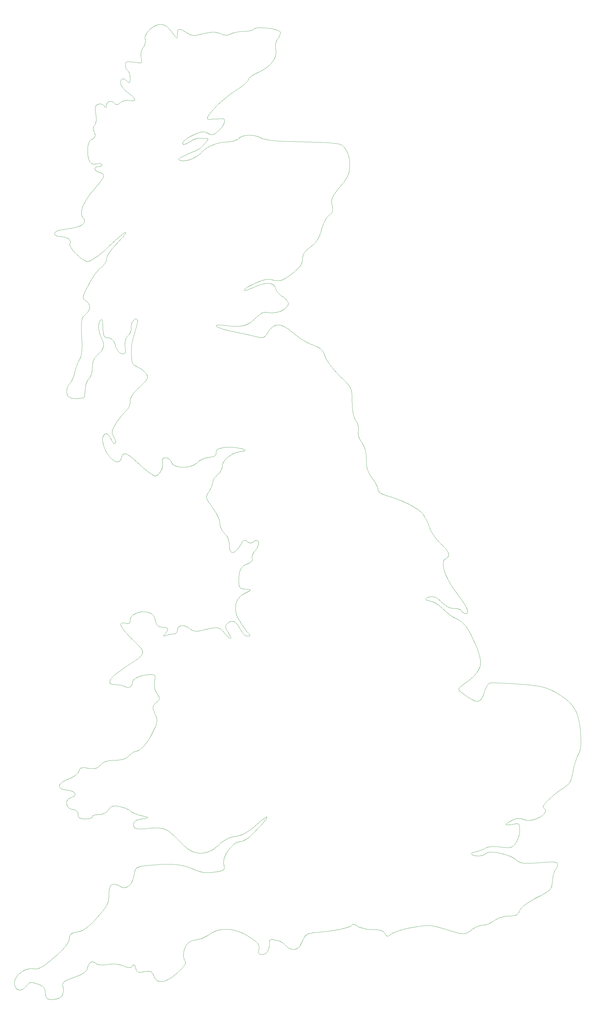
<source format=gbr>
G04 #@! TF.GenerationSoftware,KiCad,Pcbnew,(5.1.2)-1*
G04 #@! TF.CreationDate,2019-10-13T15:48:13+01:00*
G04 #@! TF.ProjectId,asdf,61736466-2e6b-4696-9361-645f70636258,rev?*
G04 #@! TF.SameCoordinates,Original*
G04 #@! TF.FileFunction,Profile,NP*
%FSLAX46Y46*%
G04 Gerber Fmt 4.6, Leading zero omitted, Abs format (unit mm)*
G04 Created by KiCad (PCBNEW (5.1.2)-1) date 2019-10-13 15:48:13*
%MOMM*%
%LPD*%
G04 APERTURE LIST*
%ADD10C,0.100000*%
G04 APERTURE END LIST*
D10*
X-68516500Y125285500D02*
X-68768501Y125099679D01*
X-68389500Y125412500D02*
X-68516500Y125285500D01*
X-68262500Y125539500D02*
X-68389500Y125412500D01*
X-68199000Y125603000D02*
X-68262500Y125539500D01*
X-68135500Y125730000D02*
X-68199000Y125603000D01*
X-68072000Y125857000D02*
X-68135500Y125730000D01*
X-68008500Y125984000D02*
X-68072000Y125857000D01*
X-67945000Y126111000D02*
X-68008500Y125984000D01*
X-67881500Y126238000D02*
X-67945000Y126111000D01*
X-67881500Y126365000D02*
X-67881500Y126238000D01*
X-67881500Y126428500D02*
X-67881500Y126365000D01*
X-67907508Y126563409D02*
X-67881500Y126428500D01*
X-52590132Y152855069D02*
X-52550912Y152556889D01*
X-51606933Y156043679D02*
X-51812966Y155729939D01*
X-52367442Y154651039D02*
X-52455342Y154361269D01*
X-52599512Y153467049D02*
X-52606212Y153159269D01*
X-46921665Y163401289D02*
X-47303584Y163284929D01*
X-52550912Y152556889D02*
X-52488182Y152267179D01*
X-47303584Y163284929D02*
X-47688900Y163128889D01*
X-52305077Y151475609D02*
X-52275347Y151187909D01*
X-52378877Y151833669D02*
X-52305077Y151475609D01*
X-49875150Y161555649D02*
X-50130982Y161278269D01*
X-52606212Y153159269D02*
X-52590132Y152855069D01*
X-52275347Y151187909D02*
X-52279647Y151068859D01*
X-52279647Y151068859D02*
X-52298197Y150965489D01*
X-50618319Y160649249D02*
X-50816349Y160331749D01*
X-48026286Y162962629D02*
X-48360586Y162771609D01*
X-49311818Y162081899D02*
X-49601266Y161824349D01*
X-51169054Y157082539D02*
X-51282874Y156728799D01*
X-50979532Y160016659D02*
X-51133034Y159619629D01*
X-52257754Y154939109D02*
X-52367442Y154651039D01*
X-52298197Y150965489D02*
X-52343507Y150856539D01*
X-50388758Y160965859D02*
X-50618319Y160649249D01*
X-50816349Y160331749D02*
X-50979532Y160016659D01*
X-52488182Y152267179D02*
X-52378877Y151833669D01*
X-52343507Y150856539D02*
X-52415277Y150770239D01*
X-51133034Y159619629D02*
X-51183804Y159426889D01*
X-48689142Y162558459D02*
X-49009296Y162325819D01*
X-52455342Y154361269D02*
X-52523612Y154065849D01*
X-52415277Y150770239D02*
X-52515646Y150705339D01*
X-51812966Y155729939D02*
X-51980055Y155480939D01*
X-47688900Y163128889D02*
X-48026286Y162962629D01*
X-52515646Y150705339D02*
X-52646760Y150660539D01*
X-46183798Y163499389D02*
X-46547087Y163474089D01*
X-52646760Y150660539D02*
X-52810762Y150634539D01*
X-51980055Y155480939D02*
X-52128472Y155216539D01*
X-49601266Y161824349D02*
X-49875150Y161555649D01*
X-51221564Y158882379D02*
X-51193014Y158715049D01*
X-46547087Y163474089D02*
X-46921665Y163401289D01*
X-51094694Y158409919D02*
X-51062444Y158249029D01*
X-49009296Y162325819D02*
X-49311818Y162081899D01*
X-51228964Y159057379D02*
X-51221564Y158882379D01*
X-51045224Y158075449D02*
X-51042624Y157891069D01*
X-51042624Y157891069D02*
X-51079334Y157497279D01*
X-51429534Y156379569D02*
X-51606933Y156043679D01*
X-52128472Y155216539D02*
X-52257754Y154939109D01*
X-51193014Y158715049D02*
X-51142414Y158556289D01*
X-51216074Y159239179D02*
X-51228964Y159057379D01*
X-51142414Y158556289D02*
X-51094694Y158409919D01*
X-51079334Y157497279D02*
X-51169054Y157082539D01*
X-51282874Y156728799D02*
X-51429534Y156379569D01*
X-48360586Y162771609D02*
X-48689142Y162558459D01*
X-51183804Y159426889D02*
X-51216074Y159239179D01*
X-50130982Y161278269D02*
X-50388758Y160965859D01*
X-52523612Y154065849D02*
X-52571812Y153767029D01*
X-51062444Y158249029D02*
X-51045224Y158075449D01*
X-52571812Y153767029D02*
X-52599512Y153467049D01*
X-57459441Y150854969D02*
X-57554091Y150770669D01*
X-56520940Y151031969D02*
X-56856145Y151027969D01*
X-54128701Y150732839D02*
X-54885128Y150846169D01*
X-57343243Y150922269D02*
X-57459441Y150854969D01*
X-57727411Y150409529D02*
X-57754531Y150250969D01*
X-57128242Y150991969D02*
X-57343243Y150922269D01*
X-56116614Y151006669D02*
X-56520940Y151031969D01*
X-57554091Y150770669D02*
X-57629061Y150668759D01*
X-54885128Y150846169D02*
X-55555638Y150943269D01*
X-55555638Y150943269D02*
X-56116614Y151006669D01*
X-53009798Y150626539D02*
X-53521548Y150657239D01*
X-57760961Y149608569D02*
X-57723441Y149344779D01*
X-57629061Y150668759D02*
X-57686211Y150548589D01*
X-52810762Y150634539D02*
X-53009798Y150626539D01*
X-53521548Y150657239D02*
X-54128701Y150732839D01*
X-57754531Y150250969D02*
X-57773991Y149872779D01*
X-56856145Y151027969D02*
X-57128242Y150991969D01*
X-57584291Y148840759D02*
X-57462477Y148561249D01*
X-57318488Y148318229D02*
X-57156720Y148122119D01*
X-57156720Y148122119D02*
X-56981567Y147983379D01*
X-57663771Y149086989D02*
X-57584291Y148840759D01*
X-57462477Y148561249D02*
X-57318488Y148318229D01*
X-56981567Y147983379D02*
X-56887477Y147913679D01*
X-56887477Y147913679D02*
X-56796597Y147818679D01*
X-56796597Y147818679D02*
X-56709567Y147700399D01*
X-57773991Y149872779D02*
X-57760961Y149608569D01*
X-57686211Y150548589D02*
X-57727411Y150409529D01*
X-57723441Y149344779D02*
X-57663771Y149086989D01*
X-72519649Y100223589D02*
X-72506599Y100004829D01*
X-72479119Y99795559D02*
X-72437119Y99595999D01*
X-72280996Y101784759D02*
X-72391689Y101363649D01*
X-72506599Y100004829D02*
X-72479119Y99795559D01*
X-72437119Y99595999D02*
X-72380509Y99406369D01*
X-72380509Y99406369D02*
X-72309189Y99226889D01*
X-72309189Y99226889D02*
X-72223069Y99057779D01*
X-72223069Y99057779D02*
X-72122051Y98899249D01*
X-72122051Y98899249D02*
X-72006038Y98751519D01*
X-71699704Y103265279D02*
X-72032950Y102501909D01*
X-72006038Y98751519D02*
X-71853332Y98561759D01*
X-71348277Y103952009D02*
X-71699704Y103265279D01*
X-72032950Y102501909D02*
X-72167707Y102137349D01*
X-72391689Y101363649D02*
X-72468579Y100962549D01*
X-70936441Y104667909D02*
X-71348277Y103952009D01*
X-72167707Y102137349D02*
X-72280996Y101784759D01*
X-72468579Y100962549D02*
X-72511349Y100582249D01*
X-72511349Y100582249D02*
X-72519649Y100223589D01*
X-70304679Y119320359D02*
X-70190969Y118720169D01*
X-70096559Y118368719D02*
X-69986299Y118050929D01*
X-69986299Y118050929D02*
X-69860011Y117766529D01*
X-68844632Y116777299D02*
X-68690406Y116727599D01*
X-69504520Y117234099D02*
X-69387204Y117114769D01*
X-70190969Y118720169D02*
X-70096559Y118368719D01*
X-69130683Y116918199D02*
X-68991374Y116840799D01*
X-68991374Y116840799D02*
X-68844632Y116777299D01*
X-68690406Y116727599D02*
X-68395043Y116672599D01*
X-69860011Y117766529D02*
X-69717515Y117515259D01*
X-69717515Y117515259D02*
X-69504520Y117234099D01*
X-69387204Y117114769D02*
X-69262609Y117009499D01*
X-69262609Y117009499D02*
X-69130683Y116918199D01*
X-70420639Y120619269D02*
X-70382729Y120000079D01*
X-70382729Y120000079D02*
X-70304679Y119320359D01*
X-68768501Y125099679D02*
X-68918790Y125037779D01*
X-69219166Y124833289D02*
X-69484036Y124598419D01*
X-69484036Y124598419D02*
X-69714321Y124330899D01*
X-69910940Y124028449D02*
X-70053497Y123739379D01*
X-70384659Y122375219D02*
X-70414029Y122036219D01*
X-68918790Y125037779D02*
X-69219166Y124833289D01*
X-70268639Y123073329D02*
X-70342379Y122693489D01*
X-70414029Y122036219D02*
X-70435169Y121293369D01*
X-69714321Y124330899D02*
X-69910940Y124028449D01*
X-70053497Y123739379D02*
X-70172539Y123421479D01*
X-70172539Y123421479D02*
X-70268639Y123073329D01*
X-70342379Y122693489D02*
X-70384659Y122375219D01*
X-70435169Y121293369D02*
X-70420639Y120619269D01*
X-56683312Y144080329D02*
X-56815866Y144154329D01*
X-58714589Y145279779D02*
X-58840423Y145244579D01*
X-59233547Y144765789D02*
X-59302057Y144508779D01*
X-56967916Y144269729D02*
X-57140537Y144425269D01*
X-55639347Y139610279D02*
X-55387370Y139369639D01*
X-54701468Y138121609D02*
X-54768288Y138022909D01*
X-55029740Y137897009D02*
X-55268478Y137870009D01*
X-55268478Y137870009D02*
X-55569263Y137881309D01*
X-56233899Y146195289D02*
X-56201529Y145858359D01*
X-59343657Y144200879D02*
X-59357677Y143842279D01*
X-57140537Y144425269D02*
X-57398520Y144659729D01*
X-56709567Y147700399D02*
X-56627027Y147560859D01*
X-59052797Y145090479D02*
X-59138797Y144971749D01*
X-59349377Y143711669D02*
X-59324917Y143572409D01*
X-56478024Y147226099D02*
X-56354749Y146830569D01*
X-57871910Y145016879D02*
X-58086522Y145139779D01*
X-55569263Y137881309D02*
X-55932503Y137932509D01*
X-56354749Y146830569D02*
X-56285589Y146521289D01*
X-56275369Y144373589D02*
X-56326559Y144222409D01*
X-58576013Y145286779D02*
X-58714589Y145279779D01*
X-59324917Y143572409D02*
X-59230217Y143271509D01*
X-56815866Y144154329D02*
X-56967916Y144269729D01*
X-59230217Y143271509D02*
X-59078949Y142946759D01*
X-56627027Y147560859D02*
X-56478024Y147226099D01*
X-58490461Y142079869D02*
X-58264708Y141816609D01*
X-56210079Y144837259D02*
X-56236469Y144579159D01*
X-58424965Y145265979D02*
X-58576013Y145286779D01*
X-58840423Y145244579D02*
X-58953247Y145181479D01*
X-59357677Y143842279D02*
X-59349377Y143711669D01*
X-58876477Y142605289D02*
X-58695126Y142343749D01*
X-55173203Y139143529D02*
X-54997055Y138932819D01*
X-57256526Y140876479D02*
X-56981607Y140672219D01*
X-54753818Y138548769D02*
X-54694468Y138385529D01*
X-54676938Y138242809D02*
X-54701468Y138121609D01*
X-56981607Y140672219D02*
X-56416135Y140256319D01*
X-54768288Y138022909D02*
X-54877634Y137947709D01*
X-54877634Y137947709D02*
X-55029740Y137897009D01*
X-58261712Y145216979D02*
X-58424965Y145265979D01*
X-55928923Y139864539D02*
X-55639347Y139610279D01*
X-54854760Y138731529D02*
X-54753818Y138548769D01*
X-58953247Y145181479D02*
X-59052797Y145090479D01*
X-57642443Y144856899D02*
X-57871910Y145016879D01*
X-56326559Y144222409D02*
X-56391879Y144118729D01*
X-57398520Y144659729D02*
X-57642443Y144856899D01*
X-56416135Y140256319D02*
X-55928923Y139864539D01*
X-54997055Y138932819D02*
X-54854760Y138731529D01*
X-58086522Y145139779D02*
X-58261712Y145216979D01*
X-55387370Y139369639D02*
X-55173203Y139143529D01*
X-56285589Y146521289D02*
X-56233899Y146195289D01*
X-56391879Y144118729D02*
X-56472389Y144061329D01*
X-56190329Y145516329D02*
X-56210079Y144837259D01*
X-59138797Y144971749D02*
X-59233547Y144765789D01*
X-58695126Y142343749D02*
X-58490461Y142079869D01*
X-56201529Y145858359D02*
X-56190329Y145516329D01*
X-56236469Y144579159D02*
X-56275369Y144373589D01*
X-59302057Y144508779D02*
X-59343657Y144200879D01*
X-58264708Y141816609D02*
X-58020097Y141556959D01*
X-58020097Y141556959D02*
X-57522443Y141093629D01*
X-56472389Y144061329D02*
X-56569179Y144048929D01*
X-57522443Y141093629D02*
X-57256526Y140876479D01*
X-56569179Y144048929D02*
X-56683312Y144080329D01*
X-59078949Y142946759D02*
X-58876477Y142605289D01*
X-54694468Y138385529D02*
X-54676938Y138242809D01*
X-57992498Y138019509D02*
X-58394288Y137903119D01*
X-58394288Y137903119D02*
X-58776324Y137744229D01*
X-57580814Y138092309D02*
X-57992498Y138019509D01*
X-58776324Y137744229D02*
X-59130370Y137544749D01*
X-59130370Y137544749D02*
X-59448187Y137306619D01*
X-55932503Y137932509D02*
X-56358606Y138025509D01*
X-56358606Y138025509D02*
X-56755726Y138097009D01*
X-56755726Y138097009D02*
X-57165843Y138118709D01*
X-57165843Y138118709D02*
X-57580814Y138092309D01*
X-62315548Y137697459D02*
X-62480705Y137731659D01*
X-62646343Y137748859D02*
X-62810864Y137749349D01*
X-62810864Y137749349D02*
X-62972674Y137733349D01*
X-63425862Y137589849D02*
X-63560856Y137511149D01*
X-59448187Y137306619D02*
X-59695587Y137104119D01*
X-61306806Y136956609D02*
X-61408602Y137099069D01*
X-61764202Y137439369D02*
X-62032411Y137595709D01*
X-62480705Y137731659D02*
X-62646343Y137748859D01*
X-63560856Y137511149D02*
X-63679717Y137422049D01*
X-63787454Y137319619D02*
X-63882684Y137204079D01*
X-63964014Y137075679D02*
X-64030054Y136934679D01*
X-59928348Y136937269D02*
X-60146420Y136806079D01*
X-64030054Y136934679D02*
X-64079424Y136781329D01*
X-64079424Y136781329D02*
X-64110734Y136615889D01*
X-64110734Y136615889D02*
X-64122594Y136438609D01*
X-60503525Y136659379D02*
X-60647587Y136631579D01*
X-64122594Y136438609D02*
X-64131494Y136114439D01*
X-63130174Y137701249D02*
X-63281769Y137653349D01*
X-59695587Y137104119D02*
X-59928348Y136937269D01*
X-63882684Y137204079D02*
X-63964014Y137075679D01*
X-64131494Y136114439D02*
X-64153364Y135868149D01*
X-63679717Y137422049D02*
X-63787454Y137319619D01*
X-60781918Y136627579D02*
X-60906495Y136646579D01*
X-62972674Y137733349D02*
X-63130174Y137701249D01*
X-60906495Y136646579D02*
X-61021295Y136688979D01*
X-60647587Y136631579D02*
X-60781918Y136627579D01*
X-63281769Y137653349D02*
X-63425862Y137589849D01*
X-60146420Y136806079D02*
X-60349756Y136710579D01*
X-61126296Y136754779D02*
X-61221476Y136843979D01*
X-62032411Y137595709D02*
X-62315548Y137697459D01*
X-61221476Y136843979D02*
X-61306806Y136956609D01*
X-61021295Y136688979D02*
X-61126296Y136754779D01*
X-61519480Y137226889D02*
X-61638370Y137340269D01*
X-60349756Y136710579D02*
X-60503525Y136659379D01*
X-61408602Y137099069D02*
X-61519480Y137226889D01*
X-61638370Y137340269D02*
X-61764202Y137439369D01*
X-64629142Y135875539D02*
X-64834919Y136169919D01*
X-65231768Y136568659D02*
X-65480533Y136705949D01*
X-64246224Y135605389D02*
X-64288754Y135585489D01*
X-67812527Y135951559D02*
X-67882157Y135713209D01*
X-66600511Y136812649D02*
X-66889612Y136730149D01*
X-64397754Y135623889D02*
X-64465294Y135682189D01*
X-67213600Y136588349D02*
X-67351466Y136507349D01*
X-67351466Y136507349D02*
X-67473680Y136417949D01*
X-64153364Y135868149D02*
X-64190754Y135698789D01*
X-65480533Y136705949D02*
X-65754130Y136799449D01*
X-67882157Y135713209D02*
X-67919527Y135435349D01*
X-67919527Y135435349D02*
X-67925827Y135113369D01*
X-67473680Y136417949D02*
X-67580567Y136318949D01*
X-66311300Y136850749D02*
X-66600511Y136812649D01*
X-64465294Y135682189D02*
X-64629142Y135875539D01*
X-67672457Y136209049D02*
X-67749667Y136086999D01*
X-67925827Y135113369D02*
X-67902307Y134742659D01*
X-67902307Y134742659D02*
X-67830167Y134187489D01*
X-64190754Y135698789D02*
X-64246224Y135605389D01*
X-64339084Y135591489D02*
X-64397754Y135623889D01*
X-65014381Y136389389D02*
X-65231768Y136568659D01*
X-65754130Y136799449D02*
X-66027374Y136845749D01*
X-64834919Y136169919D02*
X-65014381Y136389389D01*
X-66027374Y136845749D02*
X-66311300Y136850749D01*
X-67580567Y136318949D02*
X-67672457Y136209049D01*
X-67749667Y136086999D02*
X-67812527Y135951559D01*
X-64288754Y135585489D02*
X-64339084Y135591489D01*
X-66889612Y136730149D02*
X-67213600Y136588349D01*
X-68039583Y126914529D02*
X-67907508Y126563409D01*
X-67713328Y133534559D02*
X-67609018Y132885989D01*
X-68541312Y128318179D02*
X-68468832Y128014589D01*
X-68498462Y129077309D02*
X-68536312Y128924349D01*
X-67573538Y131282029D02*
X-67611538Y130988609D01*
X-68558832Y128768329D02*
X-68566032Y128608969D01*
X-67554158Y132265179D02*
X-67544658Y131922249D01*
X-68078772Y129805679D02*
X-68292785Y129520519D01*
X-68180874Y127362989D02*
X-68039583Y126914529D01*
X-67609018Y132885989D02*
X-67554158Y132265179D01*
X-67544658Y131922249D02*
X-67551158Y131593889D01*
X-67551158Y131593889D02*
X-67573538Y131282029D01*
X-67921410Y130029279D02*
X-68078772Y129805679D01*
X-68445262Y129227479D02*
X-68498462Y129077309D01*
X-68566032Y128608969D02*
X-68541312Y128318179D01*
X-68468832Y128014589D02*
X-68348664Y127696699D01*
X-67790768Y130304119D02*
X-67921410Y130029279D01*
X-67830167Y134187489D02*
X-67713328Y133534559D01*
X-67611538Y130988609D02*
X-67687318Y130625479D01*
X-68348664Y127696699D02*
X-68180874Y127362989D01*
X-68292785Y129520519D02*
X-68445262Y129227479D01*
X-67687318Y130625479D02*
X-67790768Y130304119D01*
X-68536312Y128924349D02*
X-68558832Y128768329D01*
X-65257294Y112161209D02*
X-65381251Y111934139D01*
X-67345460Y114294449D02*
X-67095764Y114157079D01*
X-65381251Y111934139D02*
X-65731241Y111396439D01*
X-65675378Y113622089D02*
X-65390845Y113456619D01*
X-66211954Y110753429D02*
X-67128425Y109631769D01*
X-67128425Y109631769D02*
X-68070721Y108530029D01*
X-68070721Y108530029D02*
X-68599298Y107905339D01*
X-69096189Y107290979D02*
X-69595695Y106641599D01*
X-69595695Y106641599D02*
X-70057521Y106006359D01*
X-65731241Y111396439D02*
X-66211954Y110753429D01*
X-65280064Y113365819D02*
X-65190714Y113268119D01*
X-68599298Y107905339D02*
X-69096189Y107290979D01*
X-65071084Y113022999D02*
X-65051994Y112882099D01*
X-70057521Y106006359D02*
X-70520226Y105327189D01*
X-66041678Y113773509D02*
X-65675378Y113622089D01*
X-65390845Y113456619D02*
X-65280064Y113365819D01*
X-70520226Y105327189D02*
X-70936441Y104667909D01*
X-67829894Y114697829D02*
X-67707505Y114567969D01*
X-66487107Y113919879D02*
X-66041678Y113773509D01*
X-65060594Y112726979D02*
X-65097404Y112556129D01*
X-67095764Y114157079D02*
X-66809442Y114031249D01*
X-65051994Y112882099D02*
X-65060594Y112726979D01*
X-65097404Y112556129D02*
X-65162824Y112368039D01*
X-67557913Y114440449D02*
X-67345460Y114294449D01*
X-66809442Y114031249D02*
X-66487107Y113919879D01*
X-65190714Y113268119D02*
X-65117474Y113151169D01*
X-67707505Y114567969D02*
X-67557913Y114440449D01*
X-65162824Y112368039D02*
X-65257294Y112161209D01*
X-65117474Y113151169D02*
X-65071084Y113022999D01*
X-67360672Y116767299D02*
X-67111198Y116821899D01*
X-65900505Y116774799D02*
X-65813505Y116720799D01*
X-68075164Y116661199D02*
X-67730473Y116692899D01*
X-66873058Y116858999D02*
X-66649021Y116878999D01*
X-66441854Y116881999D02*
X-66135920Y116850699D01*
X-66649021Y116878999D02*
X-66441854Y116881999D01*
X-66135920Y116850699D02*
X-66008545Y116818199D01*
X-66008545Y116818199D02*
X-65900505Y116774799D01*
X-65813505Y116720799D02*
X-65749255Y116656399D01*
X-68395043Y116672599D02*
X-68075164Y116661199D01*
X-65709455Y116581899D02*
X-65695805Y116497599D01*
X-65695805Y116497599D02*
X-65720055Y116359759D01*
X-65720055Y116359759D02*
X-65789555Y116231159D01*
X-67730473Y116692899D02*
X-67360672Y116767299D01*
X-67111198Y116821899D02*
X-66873058Y116858999D01*
X-65749255Y116656399D02*
X-65709455Y116581899D01*
X-67972544Y115429009D02*
X-68021014Y115321529D01*
X-66645197Y115825209D02*
X-66883847Y115811209D01*
X-68021014Y115321529D02*
X-68040104Y115205979D01*
X-68040104Y115205979D02*
X-68030204Y115084109D01*
X-68030204Y115084109D02*
X-67991604Y114957629D01*
X-67991604Y114957629D02*
X-67924714Y114828289D01*
X-67924714Y114828289D02*
X-67829894Y114697829D01*
X-67094871Y115804209D02*
X-67284071Y115783509D01*
X-65899426Y116114599D02*
X-66044798Y116012909D01*
X-66044798Y116012909D02*
X-66220800Y115928909D01*
X-66220800Y115928909D02*
X-66422557Y115865409D01*
X-66422557Y115865409D02*
X-66645197Y115825209D01*
X-66883847Y115811209D02*
X-67094871Y115804209D01*
X-67284071Y115783509D02*
X-67451653Y115750209D01*
X-67451653Y115750209D02*
X-67597825Y115705309D01*
X-67597825Y115705309D02*
X-67722793Y115649709D01*
X-65789555Y116231159D02*
X-65899426Y116114599D01*
X-67722793Y115649709D02*
X-67826764Y115584509D01*
X-67826764Y115584509D02*
X-67909944Y115510609D01*
X-67909944Y115510609D02*
X-67972544Y115429009D01*
X-71774233Y71495469D02*
X-71676403Y71356369D01*
X-71214784Y66254009D02*
X-71523043Y65970039D01*
X-65584681Y82304899D02*
X-65807416Y82108089D01*
X-64001614Y85356869D02*
X-64082844Y85041579D01*
X-64110964Y84774289D02*
X-64135874Y84531079D01*
X-66265953Y81736829D02*
X-66513783Y81502259D01*
X-71893083Y72262109D02*
X-71911353Y71984619D01*
X-69775004Y69200309D02*
X-69742764Y69035349D01*
X-71237257Y74044739D02*
X-71518151Y73422499D01*
X-70465129Y70343129D02*
X-70238854Y70095079D01*
X-69742764Y69035349D02*
X-69725484Y68868599D01*
X-64135874Y84531079D02*
X-64207964Y84263499D01*
X-69735794Y68530129D02*
X-69795904Y68221319D01*
X-67943348Y79778419D02*
X-68349650Y79204699D01*
X-70264799Y67271139D02*
X-70458199Y67018719D01*
X-71698003Y72971439D02*
X-71822473Y72587849D01*
X-70458199Y67018719D02*
X-70681004Y66764889D01*
X-66778731Y81224799D02*
X-67058018Y80908329D01*
X-70933202Y66509899D02*
X-71214784Y66254009D01*
X-72005835Y65375579D02*
X-72185193Y65035619D01*
X-69862872Y76755549D02*
X-70194979Y76131219D01*
X-64207964Y84263499D02*
X-64323288Y83977399D01*
X-71846403Y71643999D02*
X-71774233Y71495469D01*
X-63871931Y85711519D02*
X-64001614Y85356869D01*
X-71676403Y71356369D02*
X-71553534Y71222869D01*
X-72185193Y65035619D02*
X-72302380Y64725749D01*
X-67492501Y80375669D02*
X-67943348Y79778419D01*
X-64477892Y83678619D02*
X-64623181Y83440609D01*
X-66513783Y81502259D02*
X-66778731Y81224799D01*
X-70053587Y69840469D02*
X-69884365Y69524509D01*
X-71822473Y72587849D02*
X-71893083Y72262109D01*
X-70732425Y70584189D02*
X-70465129Y70343129D01*
X-69725484Y68868599D02*
X-69735794Y68530129D01*
X-70238854Y70095079D02*
X-70053587Y69840469D01*
X-71040758Y70817839D02*
X-70732425Y70584189D01*
X-64323288Y83977399D02*
X-64477892Y83678619D01*
X-64623181Y83440609D02*
X-64788088Y83201189D01*
X-67058018Y80908329D02*
X-67492501Y80375669D01*
X-69507451Y77381749D02*
X-69862872Y76755549D01*
X-70876953Y74786369D02*
X-71237257Y74044739D01*
X-63378884Y86692339D02*
X-63698466Y86096899D01*
X-71911353Y71984619D02*
X-71892313Y71805779D01*
X-71553534Y71222869D02*
X-71406230Y71091169D01*
X-69884365Y69524509D02*
X-69775004Y69200309D01*
X-63698466Y86096899D02*
X-63871931Y85711519D01*
X-64788088Y83201189D02*
X-64970747Y82963119D01*
X-69137335Y77997139D02*
X-69507451Y77381749D01*
X-69904120Y67908199D02*
X-70060423Y67591299D01*
X-70060423Y67591299D02*
X-70264799Y67271139D01*
X-66038022Y81924669D02*
X-66265953Y81736829D01*
X-69795904Y68221319D02*
X-69904120Y67908199D01*
X-70681004Y66764889D02*
X-70933202Y66509899D01*
X-71523043Y65970039D02*
X-71785923Y65682139D01*
X-71785923Y65682139D02*
X-72005835Y65375579D01*
X-68349650Y79204699D02*
X-68755392Y78598879D01*
X-64082844Y85041579D02*
X-64110964Y84774289D01*
X-64970747Y82963119D02*
X-65169293Y82729169D01*
X-71892313Y71805779D02*
X-71846403Y71643999D01*
X-65807416Y82108089D02*
X-66038022Y81924669D01*
X-70194979Y76131219D02*
X-70876953Y74786369D01*
X-68755392Y78598879D02*
X-69137335Y77997139D01*
X-65169293Y82729169D02*
X-65584681Y82304899D01*
X-71518151Y73422499D02*
X-71698003Y72971439D01*
X-71406230Y71091169D02*
X-71040758Y70817839D01*
X-71553398Y98010519D02*
X-71505548Y97833219D01*
X-80352421Y92399419D02*
X-80061687Y92352519D01*
X-76401881Y95068219D02*
X-77235000Y94956129D01*
X-71858922Y96720449D02*
X-72001415Y96579589D01*
X-72166293Y96442799D02*
X-72353399Y96310209D01*
X-78823642Y94722559D02*
X-79683069Y94541299D01*
X-81142000Y92734919D02*
X-81010815Y92648319D01*
X-79322073Y92320019D02*
X-78908803Y92282219D01*
X-81488457Y93153479D02*
X-81431287Y93039599D01*
X-78146561Y92143819D02*
X-77708220Y92014959D01*
X-76691908Y91476829D02*
X-76527440Y91323389D01*
X-72353399Y96310209D02*
X-72562579Y96181919D01*
X-71727108Y98374929D02*
X-71627188Y98191139D01*
X-71515898Y97322439D02*
X-71567298Y97166389D01*
X-80885498Y94131169D02*
X-81084410Y94019969D01*
X-81353587Y92931349D02*
X-81256707Y92829519D01*
X-76527440Y91323389D02*
X-76395239Y91162179D01*
X-80051314Y94443099D02*
X-80378656Y94339899D01*
X-76297009Y90994329D02*
X-76234469Y90820969D01*
X-76223269Y90462259D02*
X-76278029Y90279179D01*
X-81517787Y93529189D02*
X-81535807Y93394899D01*
X-72562579Y96181919D02*
X-72877477Y96016839D01*
X-80621510Y92473019D02*
X-80352421Y92399419D01*
X-71738968Y96865289D02*
X-71858922Y96720449D01*
X-80061687Y92352519D02*
X-79753760Y92334919D01*
X-76278029Y90279179D02*
X-76375299Y90095119D01*
X-80650263Y94237809D02*
X-80885498Y94131169D01*
X-73231410Y95859989D02*
X-73624002Y95711629D01*
X-79683069Y94541299D02*
X-80051314Y94443099D01*
X-77316448Y91858699D02*
X-76976070Y91678249D01*
X-81256707Y92829519D02*
X-81142000Y92734919D01*
X-78516211Y92223019D02*
X-78146561Y92143819D01*
X-71627188Y98191139D02*
X-71553398Y98010519D01*
X-77708220Y92014959D02*
X-77316448Y91858699D01*
X-78908803Y92282219D02*
X-78516211Y92223019D01*
X-72877477Y96016839D02*
X-73231410Y95859989D01*
X-73624002Y95711629D02*
X-74054875Y95572049D01*
X-80378656Y94339899D02*
X-80650263Y94237809D01*
X-81463687Y93658819D02*
X-81517787Y93529189D01*
X-71483468Y97659349D02*
X-71486968Y97489049D01*
X-71567298Y97166389D02*
X-71641708Y97013969D01*
X-81523747Y93272179D02*
X-81488457Y93153479D01*
X-81010815Y92648319D02*
X-80864500Y92570619D01*
X-79753760Y92334919D02*
X-79322073Y92320019D01*
X-71641708Y97013969D02*
X-71738968Y96865289D01*
X-74054875Y95572049D02*
X-74797940Y95373579D01*
X-81373457Y93783819D02*
X-81463687Y93658819D01*
X-76976070Y91678249D02*
X-76691908Y91476829D01*
X-71505548Y97833219D02*
X-71483468Y97659349D01*
X-78075176Y94844809D02*
X-78823642Y94722559D01*
X-76395239Y91162179D02*
X-76297009Y90994329D01*
X-76234469Y90820969D02*
X-76209319Y90643229D01*
X-71853332Y98561759D02*
X-71727108Y98374929D01*
X-76209319Y90643229D02*
X-76223269Y90462259D01*
X-81084410Y94019969D02*
X-81247046Y93904189D01*
X-72001415Y96579589D02*
X-72166293Y96442799D01*
X-74797940Y95373579D02*
X-75630759Y95197919D01*
X-80864500Y92570619D02*
X-80621510Y92473019D01*
X-77235000Y94956129D02*
X-78075176Y94844809D01*
X-81535807Y93394899D02*
X-81523747Y93272179D01*
X-81247046Y93904189D02*
X-81373457Y93783819D01*
X-75630759Y95197919D02*
X-76401881Y95068219D01*
X-81431287Y93039599D02*
X-81353587Y92931349D01*
X-71486968Y97489049D02*
X-71515898Y97322439D01*
X-57794972Y93539169D02*
X-57848932Y93386779D01*
X-66740199Y86118899D02*
X-65638967Y86981459D01*
X-61147240Y91133559D02*
X-59965038Y92177839D01*
X-57857522Y93840149D02*
X-57802472Y93862849D01*
X-57933422Y93210549D02*
X-58053953Y93012949D01*
X-58053953Y93012949D02*
X-58216047Y92796469D01*
X-76375299Y90095119D02*
X-76427519Y89980389D01*
X-58686454Y92215839D02*
X-59153478Y91669809D01*
X-57766022Y93665249D02*
X-57794972Y93539169D01*
X-75859463Y88426809D02*
X-75649340Y88128829D01*
X-57802472Y93862849D02*
X-57773972Y93860849D01*
X-57848932Y93386779D02*
X-57933422Y93210549D01*
X-74666696Y86959309D02*
X-74132228Y86414639D01*
X-76271799Y89143529D02*
X-76042200Y88713359D01*
X-59153478Y91669809D02*
X-60141522Y90583389D01*
X-76450009Y89846149D02*
X-76444209Y89693879D01*
X-68497974Y84891209D02*
X-67876366Y85301299D01*
X-62311690Y90071439D02*
X-61147240Y91133559D01*
X-73576384Y85896929D02*
X-73007276Y85413959D01*
X-61147662Y89513709D02*
X-61643476Y88975609D01*
X-60141522Y90583389D02*
X-61147662Y89513709D01*
X-75158110Y87509829D02*
X-74666696Y86959309D01*
X-74132228Y86414639D02*
X-73576384Y85896929D01*
X-57756522Y93762549D02*
X-57766022Y93665249D01*
X-58216047Y92796469D02*
X-58686454Y92215839D01*
X-61643476Y88975609D02*
X-62131685Y88424469D01*
X-76411609Y89525049D02*
X-76353659Y89341109D01*
X-73007276Y85413959D02*
X-72379732Y84937739D01*
X-59965038Y92177839D02*
X-58763616Y93199869D01*
X-65638967Y86981459D02*
X-64571518Y87880959D01*
X-76427519Y89980389D02*
X-76450009Y89846149D01*
X-62131685Y88424469D02*
X-62579266Y87879699D01*
X-62579266Y87879699D02*
X-62991374Y87307949D01*
X-62991374Y87307949D02*
X-63378884Y86692339D01*
X-64571518Y87880959D02*
X-63455993Y88989529D01*
X-76042200Y88713359D02*
X-75859463Y88426809D01*
X-71000223Y84158969D02*
X-70658927Y84055819D01*
X-70356216Y84020119D02*
X-70130807Y84055619D01*
X-69835084Y84158979D02*
X-69476102Y84325489D01*
X-76353659Y89341109D02*
X-76271799Y89143529D01*
X-71373645Y84322919D02*
X-71000223Y84158969D01*
X-69476102Y84325489D02*
X-69060914Y84550449D01*
X-67320929Y85691119D02*
X-66740199Y86118899D01*
X-63455993Y88989529D02*
X-62311690Y90071439D01*
X-58763616Y93199869D02*
X-58048585Y93721489D01*
X-70658927Y84055819D02*
X-70502344Y84029119D01*
X-71772730Y84541149D02*
X-71373645Y84322919D01*
X-70502344Y84029119D02*
X-70356216Y84020119D01*
X-69060914Y84550449D02*
X-68497974Y84891209D01*
X-67876366Y85301299D02*
X-67320929Y85691119D01*
X-76444209Y89693879D02*
X-76411609Y89525049D01*
X-58048585Y93721489D02*
X-57857522Y93840149D01*
X-75649340Y88128829D02*
X-75158110Y87509829D01*
X-72379732Y84937739D02*
X-71772730Y84541149D01*
X-57773972Y93860849D02*
X-57761022Y93828549D01*
X-70130807Y84055619D02*
X-69835084Y84158979D01*
X-57761022Y93828549D02*
X-57756522Y93762549D01*
X-75632119Y38166809D02*
X-74989118Y38067009D01*
X-74878825Y46297209D02*
X-75101004Y45597709D01*
X-73823920Y49869119D02*
X-74093705Y49172279D01*
X-75862666Y43913419D02*
X-76062446Y43587019D01*
X-77465877Y40518579D02*
X-77465848Y40247759D01*
X-77063929Y42138019D02*
X-77170337Y41883719D01*
X-77258726Y39255989D02*
X-77191066Y39106569D01*
X-72552630Y62821419D02*
X-72555630Y61981789D01*
X-76918763Y38730399D02*
X-76687311Y38544979D01*
X-76788997Y42645639D02*
X-76933717Y42400329D01*
X-76062446Y43587019D02*
X-76263030Y43303169D01*
X-76050784Y38267389D02*
X-75632119Y38166809D01*
X-76400250Y38392049D02*
X-76050784Y38267389D01*
X-74989118Y38067009D02*
X-74209292Y37990709D01*
X-77022126Y38844419D02*
X-76918763Y38730399D01*
X-72111683Y38225909D02*
X-71857623Y38273909D01*
X-77338537Y41354689D02*
X-77398287Y41086389D01*
X-73143071Y51226469D02*
X-73310689Y50947799D01*
X-74716285Y46979769D02*
X-74878825Y46297209D01*
X-77191066Y39106569D02*
X-77112546Y38969599D01*
X-77112546Y38969599D02*
X-77022126Y38844419D01*
X-74209292Y37990709D02*
X-73506853Y38081809D01*
X-71857623Y38273909D02*
X-71685615Y38346009D01*
X-71685615Y38346009D02*
X-71613725Y38407609D01*
X-72505700Y60435079D02*
X-72423620Y58889379D01*
X-72555630Y61981789D02*
X-72505700Y60435079D01*
X-76631063Y42869889D02*
X-76788997Y42645639D01*
X-77441568Y39990999D02*
X-77365628Y39594739D01*
X-71613725Y38407609D02*
X-71560955Y38486809D01*
X-71560955Y38486809D02*
X-71523245Y38586969D01*
X-72395840Y64376509D02*
X-72466840Y63980049D01*
X-72516670Y63528549D02*
X-72552630Y62821419D01*
X-72466840Y63980049D02*
X-72516670Y63528549D01*
X-72423620Y58889379D02*
X-72350520Y57334319D01*
X-74093705Y49172279D02*
X-74339021Y48443889D01*
X-75101004Y45597709D02*
X-75367867Y44914789D01*
X-72302380Y64725749D02*
X-72395840Y64376509D01*
X-77442927Y40799469D02*
X-77465877Y40518579D01*
X-74339021Y48443889D02*
X-74553830Y47693229D01*
X-77465848Y40247759D02*
X-77441568Y39990999D01*
X-72325440Y55777629D02*
X-72341080Y54960619D01*
X-76461209Y43069039D02*
X-76631063Y42869889D01*
X-72464520Y53394689D02*
X-72587818Y52680309D01*
X-72697064Y52246429D02*
X-72825851Y51861249D01*
X-72350520Y57334319D02*
X-72325440Y55777629D01*
X-72825851Y51861249D02*
X-72974434Y51522139D01*
X-73481829Y50623849D02*
X-73823920Y49869119D01*
X-74553830Y47693229D02*
X-74716285Y46979769D01*
X-75367867Y44914789D02*
X-75666899Y44275219D01*
X-76933717Y42400329D02*
X-77063929Y42138019D01*
X-77262217Y41621539D02*
X-77338537Y41354689D01*
X-72341080Y54960619D02*
X-72380390Y54222919D01*
X-72380390Y54222919D02*
X-72464520Y53394689D01*
X-73310689Y50947799D02*
X-73481829Y50623849D01*
X-72974434Y51522139D02*
X-73143071Y51226469D01*
X-75666899Y44275219D02*
X-75862666Y43913419D01*
X-76263030Y43303169D02*
X-76461209Y43069039D01*
X-77170337Y41883719D02*
X-77262217Y41621539D01*
X-77398287Y41086389D02*
X-77442927Y40799469D01*
X-77365628Y39594739D02*
X-77258726Y39255989D01*
X-76687311Y38544979D02*
X-76400250Y38392049D01*
X-73506853Y38081809D02*
X-72939804Y38142309D01*
X-72587818Y52680309D02*
X-72697064Y52246429D01*
X-72939804Y38142309D02*
X-72111683Y38225909D01*
X-69049701Y46731079D02*
X-68981121Y47075569D01*
X-68274284Y51246269D02*
X-68116167Y51530039D01*
X-67318013Y52560969D02*
X-66823543Y53039179D01*
X-68893741Y47734569D02*
X-68870951Y48069419D01*
X-66650820Y60933819D02*
X-66709280Y61248579D01*
X-66764980Y61888989D02*
X-66764751Y62207389D01*
X-66764751Y62207389D02*
X-66745311Y62546449D01*
X-71496525Y38711369D02*
X-71459805Y39046109D01*
X-70631149Y43855829D02*
X-70453563Y44183729D01*
X-66523346Y53317709D02*
X-66254156Y53587099D01*
X-68870951Y48069419D02*
X-68863151Y48404399D01*
X-71131807Y42124599D02*
X-71066367Y42488929D01*
X-67736449Y52079109D02*
X-67536500Y52321029D01*
X-66015235Y53849089D02*
X-65805848Y54105389D01*
X-70987047Y42837649D02*
X-70894707Y43167949D01*
X-68769151Y49701569D02*
X-68706221Y50033409D01*
X-66707351Y62873719D02*
X-66652521Y63184569D01*
X-70894707Y43167949D02*
X-70790184Y43476989D01*
X-69664686Y45112439D02*
X-69490828Y45425459D01*
X-68412096Y50954389D02*
X-68274284Y51246269D01*
X-65805848Y54105389D02*
X-65577800Y54431009D01*
X-68981121Y47075569D02*
X-68893741Y47734569D01*
X-65577800Y54431009D02*
X-65396247Y54753719D01*
X-71066367Y42488929D02*
X-70987047Y42837649D01*
X-65114606Y55742969D02*
X-65103376Y56092709D01*
X-70051196Y44658859D02*
X-69852288Y44854339D01*
X-71459805Y39046109D02*
X-71418285Y39517539D01*
X-68528291Y50658439D02*
X-68412096Y50954389D01*
X-68116167Y51530039D02*
X-67937103Y51807179D01*
X-66254156Y53587099D02*
X-66015235Y53849089D01*
X-65259606Y55077249D02*
X-65166296Y55405309D01*
X-65774240Y58176649D02*
X-66062183Y58887469D01*
X-66746910Y61568179D02*
X-66764980Y61888989D01*
X-66745311Y62546449D02*
X-66707351Y62873719D01*
X-66062183Y58887469D02*
X-66286627Y59533019D01*
X-71418285Y39517539D02*
X-71353355Y40056889D01*
X-66652521Y63184569D02*
X-66582491Y63474349D01*
X-71211557Y41442639D02*
X-71131807Y42124599D01*
X-71353355Y40056889D02*
X-71239237Y40735929D01*
X-68626131Y50351899D02*
X-68528291Y50658439D01*
X-67937103Y51807179D02*
X-67736449Y52079109D01*
X-68840141Y49079639D02*
X-68769151Y49701569D01*
X-69490828Y45425459D02*
X-69333153Y45785669D01*
X-68863151Y48404399D02*
X-68840141Y49079639D01*
X-66286627Y59533019D02*
X-66466191Y60164909D01*
X-66466191Y60164909D02*
X-66650820Y60933819D01*
X-68706221Y50033409D02*
X-68626131Y50351899D01*
X-66709280Y61248579D02*
X-66746910Y61568179D01*
X-71239237Y40735929D02*
X-71211557Y41442639D01*
X-70790184Y43476989D02*
X-70631149Y43855829D01*
X-70259541Y44453729D02*
X-70051196Y44658859D01*
X-69333153Y45785669D02*
X-69226761Y46082859D01*
X-67536500Y52321029D02*
X-67318013Y52560969D01*
X-65166296Y55405309D02*
X-65114606Y55742969D01*
X-70453563Y44183729D02*
X-70259541Y44453729D01*
X-69852288Y44854339D02*
X-69664686Y45112439D01*
X-66823543Y53039179D02*
X-66523346Y53317709D01*
X-71523245Y38586969D02*
X-71496525Y38711369D01*
X-65103376Y56092709D02*
X-65131016Y56458289D01*
X-69226761Y46082859D02*
X-69131931Y46399079D01*
X-65131016Y56458289D02*
X-65195926Y56843469D01*
X-69131931Y46399079D02*
X-69049701Y46731079D01*
X-65396247Y54753719D02*
X-65259606Y55077249D01*
X-65195926Y56843469D02*
X-65774240Y58176649D01*
X-61303838Y56400589D02*
X-61191891Y56081549D01*
X-61191891Y56081549D02*
X-61089985Y55736579D01*
X-61004825Y55453169D02*
X-60905925Y55178729D01*
X-60905925Y55178729D02*
X-60794432Y54914719D01*
X-65633949Y64451359D02*
X-65553409Y64382159D01*
X-60794432Y54914719D02*
X-60671493Y54662569D01*
X-65310199Y61620409D02*
X-65272159Y60933999D01*
X-64055246Y58455939D02*
X-63872076Y58445139D01*
X-62174067Y57765919D02*
X-61948718Y57533379D01*
X-62993445Y58271709D02*
X-62695029Y58133889D01*
X-61089985Y55736579D02*
X-61004825Y55453169D01*
X-60671493Y54662569D02*
X-60520624Y54394369D01*
X-60358313Y54145179D02*
X-60186199Y53917079D01*
X-60186199Y53917079D02*
X-60005922Y53712149D01*
X-60005922Y53712149D02*
X-59765764Y53486869D01*
X-59765764Y53486869D02*
X-59518355Y53307379D01*
X-59518355Y53307379D02*
X-59267141Y53178029D01*
X-65206599Y60287859D02*
X-65146019Y59918849D01*
X-59267141Y53178029D02*
X-59015574Y53103229D01*
X-59015574Y53103229D02*
X-58654518Y53053529D01*
X-60520624Y54394369D02*
X-60358313Y54145179D01*
X-58654518Y53053529D02*
X-58500430Y53047529D01*
X-58500430Y53047529D02*
X-58363194Y53056529D01*
X-64962972Y59273649D02*
X-64833665Y59008019D01*
X-58363194Y53056529D02*
X-58242230Y53081129D01*
X-65358779Y62957229D02*
X-65310199Y61620409D01*
X-66446187Y63874779D02*
X-66367507Y64045739D01*
X-66367507Y64045739D02*
X-66282857Y64194209D01*
X-65272159Y60933999D02*
X-65206599Y60287859D01*
X-61426480Y56694399D02*
X-61303838Y56400589D01*
X-66098757Y64414759D02*
X-66000877Y64482359D01*
X-64737905Y58864469D02*
X-64629672Y58739809D01*
X-65900164Y64518559D02*
X-65794589Y64520559D01*
X-66000877Y64482359D02*
X-65900164Y64518559D01*
X-66582491Y63474349D02*
X-66446187Y63874779D01*
X-65400519Y63648019D02*
X-65358779Y62957229D01*
X-64629672Y58739809D02*
X-64508128Y58635339D01*
X-66282857Y64194209D02*
X-66193007Y64317959D01*
X-65553409Y64382159D02*
X-65473219Y64288759D01*
X-66193007Y64317959D02*
X-66098757Y64414759D01*
X-64833665Y59008019D02*
X-64737905Y58864469D01*
X-65146019Y59918849D02*
X-65065949Y59579019D01*
X-64372434Y58552339D02*
X-64221753Y58492139D01*
X-65714469Y64497159D02*
X-65633949Y64451359D01*
X-62421932Y57965389D02*
X-62174067Y57765919D01*
X-62695029Y58133889D02*
X-62421932Y57965389D01*
X-65473219Y64288759D02*
X-65400519Y63648019D01*
X-64221753Y58492139D02*
X-64055246Y58455939D01*
X-63318472Y58380239D02*
X-62993445Y58271709D01*
X-65794589Y64520559D02*
X-65714469Y64497159D01*
X-64508128Y58635339D02*
X-64372434Y58552339D01*
X-61948718Y57533379D02*
X-61744610Y57266419D01*
X-63671403Y58460939D02*
X-63318472Y58380239D01*
X-65065949Y59579019D02*
X-64962972Y59273649D01*
X-63872076Y58445139D02*
X-63671403Y58460939D01*
X-61744610Y57266419D02*
X-61560469Y56963679D01*
X-61560469Y56963679D02*
X-61426480Y56694399D01*
X-61398798Y24690639D02*
X-61287926Y24415309D01*
X-61060396Y23423779D02*
X-61064496Y23282259D01*
X-61440577Y22959859D02*
X-61551253Y23018459D01*
X-61551253Y23018459D02*
X-61670539Y23108259D01*
X-61796757Y23227519D02*
X-62063284Y23547319D01*
X-62794867Y24833179D02*
X-62968468Y25123569D01*
X-63340218Y25626779D02*
X-63641933Y25936629D01*
X-63641933Y25936629D02*
X-63790763Y26058059D01*
X-58801075Y32594699D02*
X-59223298Y32074889D01*
X-61919391Y27988109D02*
X-62027671Y27728879D01*
X-61997105Y25889919D02*
X-61854891Y25584979D01*
X-61114048Y29410539D02*
X-61435488Y28891159D01*
X-61287926Y24415309D02*
X-61197876Y24150649D01*
X-61670539Y23108259D02*
X-61796757Y23227519D01*
X-63790763Y26058059D02*
X-63935963Y26154959D01*
X-63935963Y26154959D02*
X-64075825Y26225659D01*
X-64612466Y26165359D02*
X-64761345Y26053129D01*
X-64761345Y26053129D02*
X-64893557Y25928539D01*
X-64893557Y25928539D02*
X-65009730Y25792329D01*
X-65009730Y25792329D02*
X-65110492Y25645259D01*
X-65110492Y25645259D02*
X-65196472Y25488079D01*
X-64075825Y26225659D02*
X-64208639Y26268559D01*
X-65196472Y25488079D02*
X-65268302Y25321549D01*
X-63151410Y25389219D02*
X-63340218Y25626779D01*
X-65268302Y25321549D02*
X-65326602Y25146419D01*
X-65398982Y24815099D02*
X-65433902Y24463099D01*
X-65434902Y24094709D02*
X-65405582Y23714179D01*
X-64332697Y26282059D02*
X-64446290Y26264459D01*
X-62210612Y26757519D02*
X-62175742Y26456339D01*
X-65326602Y25146419D02*
X-65398982Y24815099D01*
X-62634079Y24521369D02*
X-62794867Y24833179D01*
X-65405582Y23714179D02*
X-65355922Y23363129D01*
X-61529549Y24972409D02*
X-61398798Y24690639D01*
X-65355922Y23363129D02*
X-65287002Y23008819D01*
X-61854891Y25584979D02*
X-61679241Y25256409D01*
X-62198762Y27064009D02*
X-62210612Y26757519D01*
X-61064496Y23282259D02*
X-61084986Y23161159D01*
X-62175742Y26456339D02*
X-62104512Y26178089D01*
X-64208639Y26268559D02*
X-64332697Y26282059D01*
X-64446290Y26264459D02*
X-64612466Y26165359D01*
X-65433902Y24463099D02*
X-65434902Y24094709D01*
X-65287002Y23008819D02*
X-65101954Y22303099D01*
X-62063284Y23547319D02*
X-62352315Y23988899D01*
X-62352315Y23988899D02*
X-62634079Y24521369D01*
X-62104512Y26178089D02*
X-61997105Y25889919D01*
X-62968468Y25123569D02*
X-63151410Y25389219D01*
X-61785009Y28266189D02*
X-61919391Y27988109D01*
X-62027671Y27728879D02*
X-62138382Y27384809D01*
X-57897338Y33601289D02*
X-58399081Y33063319D01*
X-62138382Y27384809D02*
X-62198762Y27064009D01*
X-61679241Y25256409D02*
X-61529549Y24972409D01*
X-61435488Y28891159D02*
X-61785009Y28266189D01*
X-58399081Y33063319D02*
X-58801075Y32594699D01*
X-60732534Y29997639D02*
X-61114048Y29410539D01*
X-61197876Y24150649D02*
X-61099296Y23759409D01*
X-57678997Y33811409D02*
X-57897338Y33601289D01*
X-61099296Y23759409D02*
X-61060396Y23423779D01*
X-61176966Y22988959D02*
X-61251756Y22943259D01*
X-61084986Y23161159D02*
X-61122316Y23062659D01*
X-60000128Y31051589D02*
X-60732534Y29997639D01*
X-59223298Y32074889D02*
X-60000128Y31051589D01*
X-61122316Y23062659D02*
X-61176966Y22988959D01*
X-61251756Y22943259D02*
X-61340186Y22934259D01*
X-61340186Y22934259D02*
X-61440577Y22959859D01*
X-56390770Y59755339D02*
X-56205138Y60076149D01*
X-58136955Y53122429D02*
X-58046785Y53181729D01*
X-57938815Y56047569D02*
X-57940215Y56371129D01*
X-57357278Y58584499D02*
X-57166700Y58848369D01*
X-56636313Y59424209D02*
X-56390770Y59755339D01*
X-57819495Y53656329D02*
X-57791765Y53945489D01*
X-57833315Y57361399D02*
X-57756525Y57675029D01*
X-56205138Y60076149D02*
X-56070756Y60388049D01*
X-55898196Y61175789D02*
X-55873096Y61558279D01*
X-58242230Y53081129D02*
X-58136955Y53122429D01*
X-57971145Y53260129D02*
X-57878485Y53429499D01*
X-55807576Y62692589D02*
X-55724546Y63077849D01*
X-56950430Y59081339D02*
X-56636313Y59424209D01*
X-55660776Y63273779D02*
X-55578976Y63472429D01*
X-57521755Y58291359D02*
X-57357278Y58584499D01*
X-54445820Y64783679D02*
X-54298255Y64791679D01*
X-57825415Y54787759D02*
X-57887865Y55371299D01*
X-54189511Y64764279D02*
X-54078429Y64712579D01*
X-56070756Y60388049D02*
X-56006176Y60588829D01*
X-57756525Y57675029D02*
X-57659725Y57970589D01*
X-57659725Y57970589D02*
X-57521755Y58291359D01*
X-54078429Y64712579D02*
X-53970279Y64636479D01*
X-53870329Y64535879D02*
X-53783839Y64410719D01*
X-54298255Y64791679D02*
X-54189511Y64764279D01*
X-53842486Y63130549D02*
X-54036335Y62400449D01*
X-57925835Y56684089D02*
X-57889835Y57030749D01*
X-55847196Y62313509D02*
X-55807576Y62692589D01*
X-55578976Y63472429D02*
X-55420814Y63770449D01*
X-53672319Y64086339D02*
X-53657819Y63886959D01*
X-55272546Y57964719D02*
X-55433391Y57223039D01*
X-55433391Y57223039D02*
X-55570808Y56461459D01*
X-57921405Y55714069D02*
X-57938815Y56047569D01*
X-57940215Y56371129D02*
X-57925835Y56684089D01*
X-57889835Y57030749D02*
X-57833315Y57361399D01*
X-55873096Y61558279D02*
X-55862566Y61937469D01*
X-55420814Y63770449D02*
X-55210774Y64076449D01*
X-55570808Y56461459D02*
X-55675599Y55715699D01*
X-54604536Y64717379D02*
X-54445820Y64783679D01*
X-57166700Y58848369D02*
X-56950430Y59081339D01*
X-55210774Y64076449D02*
X-54941226Y64391679D01*
X-55675599Y55715699D02*
X-55751949Y54941189D01*
X-57792865Y54301859D02*
X-57825415Y54787759D01*
X-58046785Y53181729D02*
X-57971145Y53260129D01*
X-55862566Y61937469D02*
X-55847196Y62313509D01*
X-54036335Y62400449D02*
X-54459218Y60924689D01*
X-55751949Y54941189D02*
X-55758149Y53496949D01*
X-55758149Y53496949D02*
X-55751349Y52723549D01*
X-57878485Y53429499D02*
X-57819495Y53656329D01*
X-54941226Y64391679D02*
X-54604536Y64717379D01*
X-53970279Y64636479D02*
X-53870329Y64535879D01*
X-53716079Y64260899D02*
X-53672319Y64086339D01*
X-56006176Y60588829D02*
X-55957526Y60786779D01*
X-57791765Y53945489D02*
X-57792865Y54301859D01*
X-54459218Y60924689D02*
X-54887075Y59450169D01*
X-57887865Y55371299D02*
X-57921405Y55714069D01*
X-53783839Y64410719D02*
X-53716079Y64260899D01*
X-53657819Y63886959D02*
X-53842486Y63130549D01*
X-55724546Y63077849D02*
X-55660776Y63273779D01*
X-55751349Y52723549D02*
X-55732299Y52053159D01*
X-54887075Y59450169D02*
X-55087631Y58711309D01*
X-55732299Y52053159D02*
X-55677369Y51254719D01*
X-55087631Y58711309D02*
X-55272546Y57964719D01*
X-55677369Y51254719D02*
X-55635069Y50917999D01*
X-55957526Y60786779D02*
X-55898196Y61175789D01*
X-55470939Y50214399D02*
X-55324852Y49878769D01*
X-54655364Y49164079D02*
X-54359948Y48982899D01*
X-56234053Y36505349D02*
X-56285133Y36221179D01*
X-56439033Y35659259D02*
X-56538793Y35387859D01*
X-56652200Y35126009D02*
X-56777929Y34876859D01*
X-56777929Y34876859D02*
X-56938178Y34606859D01*
X-50408619Y44911189D02*
X-50499829Y44656929D01*
X-56171953Y37412299D02*
X-56191533Y37060689D01*
X-56938178Y34606859D02*
X-57111255Y34363379D01*
X-55138382Y49597649D02*
X-54906927Y49357369D01*
X-54017294Y48803759D02*
X-53624018Y48616599D01*
X-56354253Y35937039D02*
X-56439033Y35659259D01*
X-53056958Y48320009D02*
X-52492379Y47962749D01*
X-57111255Y34363379D02*
X-57295059Y34151429D01*
X-57295059Y34151429D02*
X-57487488Y33975989D01*
X-57487488Y33975989D02*
X-57678997Y33811409D01*
X-55581249Y50618189D02*
X-55470939Y50214399D01*
X-52492379Y47962749D02*
X-51959221Y47568469D01*
X-50794375Y46402159D02*
X-50645814Y46170569D01*
X-50642115Y44387809D02*
X-50838191Y44098959D01*
X-51959221Y47568469D02*
X-51475248Y47153099D01*
X-56538793Y35387859D02*
X-56652200Y35126009D01*
X-51504970Y43336379D02*
X-52023793Y42827579D01*
X-55635069Y50917999D02*
X-55581249Y50618189D01*
X-51214358Y46897749D02*
X-50985645Y46645999D01*
X-55324852Y49878769D02*
X-55236952Y49732249D01*
X-53624018Y48616599D02*
X-53056958Y48320009D01*
X-53016081Y41924999D02*
X-53594280Y41397609D01*
X-54110825Y40891979D02*
X-54646633Y40316259D01*
X-54646633Y40316259D02*
X-55099086Y39765399D01*
X-50389869Y45532299D02*
X-50366989Y45378669D01*
X-56285133Y36221179D02*
X-56354253Y35937039D01*
X-50366989Y45378669D02*
X-50361989Y45224809D01*
X-55544853Y39116399D02*
X-55722750Y38802319D01*
X-50375629Y45069419D02*
X-50408619Y44911189D01*
X-55722750Y38802319D02*
X-55871310Y38494179D01*
X-55236952Y49732249D02*
X-55138382Y49597649D01*
X-51090771Y43785509D02*
X-51504970Y43336379D01*
X-50361989Y45224809D02*
X-50375629Y45069419D01*
X-50838191Y44098959D02*
X-51090771Y43785509D01*
X-52023793Y42827579D02*
X-53016081Y41924999D01*
X-53594280Y41397609D02*
X-54110825Y40891979D01*
X-50499829Y44656929D02*
X-50642115Y44387809D01*
X-55099086Y39765399D02*
X-55337129Y39437179D01*
X-55337129Y39437179D02*
X-55544853Y39116399D01*
X-55871310Y38494179D02*
X-56012703Y38127709D01*
X-54906927Y49357369D02*
X-54655364Y49164079D01*
X-50985645Y46645999D02*
X-50794375Y46402159D01*
X-50486409Y45844069D02*
X-50429919Y45686999D01*
X-56112633Y37767529D02*
X-56171953Y37412299D01*
X-54359948Y48982899D02*
X-54017294Y48803759D01*
X-50429919Y45686999D02*
X-50389869Y45532299D01*
X-56012703Y38127709D02*
X-56112633Y37767529D01*
X-50645814Y46170569D02*
X-50486409Y45844069D01*
X-56191533Y37060689D02*
X-56202393Y36786269D01*
X-56202393Y36786269D02*
X-56234053Y36505349D01*
X-51475248Y47153099D02*
X-51214358Y46897749D01*
X-31525657Y17887249D02*
X-31181742Y18007839D01*
X-27699357Y18913069D02*
X-27612267Y19011569D01*
X-27346642Y19923899D02*
X-27348042Y20280979D01*
X-30822393Y18115629D02*
X-30464877Y18203829D01*
X-20434337Y21541859D02*
X-19651648Y21419479D01*
X-17716448Y20763599D02*
X-17700268Y20717899D01*
X-17727338Y20629599D02*
X-17838464Y20546699D01*
X-17838464Y20546699D02*
X-18039523Y20470599D01*
X-34589769Y15911839D02*
X-34243206Y16121949D01*
X-27287202Y20450849D02*
X-27199212Y20608349D01*
X-30464877Y18203829D02*
X-30113569Y18270629D01*
X-36493573Y15242259D02*
X-36091272Y15335559D01*
X-27437412Y19347239D02*
X-27374882Y19613909D01*
X-27085487Y20753819D02*
X-26947449Y20887609D01*
X-35700659Y15447049D02*
X-35324715Y15576719D01*
X-29097715Y18392829D02*
X-28552149Y18497489D01*
X-18039523Y20470599D02*
X-18336363Y20402599D01*
X-35324715Y15576719D02*
X-34966427Y15724589D01*
X-33152829Y17042439D02*
X-32843516Y17248429D01*
X-27800909Y18823969D02*
X-27699357Y18913069D01*
X-26947449Y20887609D02*
X-26786515Y21010049D01*
X-31181742Y18007839D02*
X-30822393Y18115629D01*
X-26786515Y21010049D02*
X-26604105Y21121479D01*
X-36091272Y15335559D02*
X-35700659Y15447049D01*
X-25823866Y21427959D02*
X-25434368Y21522559D01*
X-33657139Y16610859D02*
X-33426047Y16829029D01*
X-27917685Y18743569D02*
X-27800909Y18823969D01*
X-27612267Y19011569D02*
X-27538897Y19120079D01*
X-27199212Y20608349D02*
X-27085487Y20753819D01*
X-26401637Y21222259D02*
X-26180529Y21312759D01*
X-19164252Y21323079D02*
X-18731261Y21219679D01*
X-23768930Y21712659D02*
X-22928806Y21724859D01*
X-18065162Y21000599D02*
X-17875040Y20904799D01*
X-17751458Y20810099D02*
X-17716448Y20763599D01*
X-22928806Y21724859D02*
X-22100601Y21697959D01*
X-17700268Y20717899D02*
X-17703668Y20673199D01*
X-17703668Y20673199D02*
X-17727338Y20629599D01*
X-36887257Y15169859D02*
X-36493573Y15242259D01*
X-28199933Y18606679D02*
X-27917685Y18743569D01*
X-21283916Y21638259D02*
X-20434337Y21541859D01*
X-27538897Y19120079D02*
X-27437412Y19347239D01*
X-29772840Y18313929D02*
X-29097715Y18392829D01*
X-32843516Y17248429D02*
X-32504138Y17444379D01*
X-30113569Y18270629D02*
X-29772840Y18313929D01*
X-22100601Y21697959D02*
X-21283916Y21638259D01*
X-18731261Y21219679D02*
X-18361841Y21111449D01*
X-28552149Y18497489D02*
X-28199933Y18606679D01*
X-19651648Y21419479D02*
X-19164252Y21323079D01*
X-34966427Y15724589D02*
X-34589769Y15911839D01*
X-32504138Y17444379D02*
X-32190766Y17603809D01*
X-33930930Y16354949D02*
X-33657139Y16610859D01*
X-27374882Y19613909D02*
X-27346642Y19923899D01*
X-26180529Y21312759D02*
X-25823866Y21427959D01*
X-25016567Y21597759D02*
X-24574996Y21654559D01*
X-34243206Y16121949D02*
X-33930930Y16354949D01*
X-33426047Y16829029D02*
X-33152829Y17042439D01*
X-27348042Y20280979D02*
X-27287202Y20450849D01*
X-25434368Y21522559D02*
X-25016567Y21597759D01*
X-24574996Y21654559D02*
X-23768930Y21712659D01*
X-32190766Y17603809D02*
X-31863302Y17751999D01*
X-18361841Y21111449D02*
X-18065162Y21000599D01*
X-31863302Y17751999D02*
X-31525657Y17887249D01*
X-26604105Y21121479D02*
X-26401637Y21222259D01*
X-17875040Y20904799D02*
X-17751458Y20810099D01*
X-64408529Y20538199D02*
X-64227864Y20181669D01*
X-65101954Y22303099D02*
X-64861879Y21596559D01*
X-61620055Y17246259D02*
X-61345981Y17086099D01*
X-48770670Y12535339D02*
X-48369608Y12304899D01*
X-59800245Y17030159D02*
X-59694307Y17114659D01*
X-58877971Y18859259D02*
X-58721861Y19128569D01*
X-63118259Y18621099D02*
X-62649715Y18108569D01*
X-58721861Y19128569D02*
X-58635611Y19238719D01*
X-64861879Y21596559D02*
X-64596461Y20945369D01*
X-60383797Y16831659D02*
X-60226299Y16849959D01*
X-59694307Y17114659D02*
X-59594597Y17214159D01*
X-59414664Y17458349D02*
X-59262060Y17763309D01*
X-57643183Y19498219D02*
X-57446061Y19435219D01*
X-56391082Y18844119D02*
X-56062933Y18607079D01*
X-48049772Y12160799D02*
X-47923677Y12123599D01*
X-57993561Y19545319D02*
X-57825392Y19534819D01*
X-47923677Y12123599D02*
X-47821925Y12110999D01*
X-58543241Y19332319D02*
X-58422528Y19423219D01*
X-48369608Y12304899D02*
X-48049772Y12160799D01*
X-63920702Y19659309D02*
X-63516610Y19111509D01*
X-47821925Y12110999D02*
X-47658930Y12122799D01*
X-47658930Y12122799D02*
X-47496028Y12157299D01*
X-61903417Y17444569D02*
X-61620055Y17246259D01*
X-61345981Y17086099D02*
X-61082093Y16964359D01*
X-55553946Y18210329D02*
X-54989816Y17740789D01*
X-56062933Y18607079D02*
X-55553946Y18210329D01*
X-47496028Y12157299D02*
X-47333876Y12213199D01*
X-60076313Y16889059D02*
X-59934182Y16949059D01*
X-47333876Y12213199D02*
X-47173131Y12289399D01*
X-47173131Y12289399D02*
X-47014449Y12384599D01*
X-63516610Y19111509D02*
X-63118259Y18621099D01*
X-60548466Y16833659D02*
X-60383797Y16831659D01*
X-59594597Y17214159D02*
X-59414664Y17458349D01*
X-60226299Y16849959D02*
X-60076313Y16889059D01*
X-60719966Y16856759D02*
X-60548466Y16833659D01*
X-64062558Y19885469D02*
X-63920702Y19659309D01*
X-59934182Y16949059D02*
X-59800245Y17030159D01*
X-61082093Y16964359D02*
X-60897955Y16900359D01*
X-62649715Y18108569D02*
X-62195170Y17680739D01*
X-64227864Y20181669D02*
X-64062558Y19885469D01*
X-59138402Y18129559D02*
X-59015507Y18525779D01*
X-58635611Y19238719D02*
X-58543241Y19332319D01*
X-59015507Y18525779D02*
X-58877971Y18859259D01*
X-58291258Y19489219D02*
X-58148559Y19530019D01*
X-58148559Y19530019D02*
X-57993561Y19545319D01*
X-57825392Y19534819D02*
X-57643183Y19498219D01*
X-57446061Y19435219D02*
X-57233156Y19345519D01*
X-57233156Y19345519D02*
X-56974968Y19212899D01*
X-56974968Y19212899D02*
X-56694685Y19045909D01*
X-59262060Y17763309D02*
X-59138402Y18129559D01*
X-56694685Y19045909D02*
X-56391082Y18844119D01*
X-54989816Y17740789D02*
X-53957345Y16829029D01*
X-53957345Y16829029D02*
X-52945312Y15895329D01*
X-52945312Y15895329D02*
X-52350004Y15348819D01*
X-64596461Y20945369D02*
X-64408529Y20538199D01*
X-62195170Y17680739D02*
X-61903417Y17444569D01*
X-52350004Y15348819D02*
X-51758467Y14825969D01*
X-58422528Y19423219D02*
X-58291258Y19489219D01*
X-51758467Y14825969D02*
X-51131562Y14293499D01*
X-51131562Y14293499D02*
X-50527595Y13802429D01*
X-49853911Y13283199D02*
X-49242189Y12844179D01*
X-60897955Y16900359D02*
X-60719966Y16856759D01*
X-50527595Y13802429D02*
X-49853911Y13283199D01*
X-49242189Y12844179D02*
X-48770670Y12535339D01*
X-42060787Y16180009D02*
X-41930437Y16040649D01*
X-47014449Y12384599D02*
X-46858486Y12497559D01*
X-46122330Y13315719D02*
X-45928787Y13628219D01*
X-45259740Y16048759D02*
X-45286140Y16398289D01*
X-45421380Y17221839D02*
X-45400300Y17429799D01*
X-44698211Y18153189D02*
X-44515604Y18187289D01*
X-43502877Y17997589D02*
X-43301691Y17888199D01*
X-42860476Y17534539D02*
X-42729845Y17387309D01*
X-45020357Y18011589D02*
X-44867071Y18094889D01*
X-45928787Y13628219D02*
X-45754658Y13961349D01*
X-45400300Y17429799D02*
X-45346540Y17612669D01*
X-42408289Y16858139D02*
X-42329559Y16652719D01*
X-42502249Y17049079D02*
X-42408289Y16858139D01*
X-42261429Y16486049D02*
X-42171479Y16328479D01*
X-44121325Y18183189D02*
X-43915736Y18145189D01*
X-45271140Y15686799D02*
X-45259740Y16048759D01*
X-42729845Y17387309D02*
X-42609935Y17225479D01*
X-42171479Y16328479D02*
X-42060787Y16180009D01*
X-42609935Y17225479D02*
X-42502249Y17049079D01*
X-41615091Y15789259D02*
X-41432259Y15677249D01*
X-41432259Y15677249D02*
X-41234098Y15574359D01*
X-45488580Y14627499D02*
X-45390150Y14971489D01*
X-45153443Y17903489D02*
X-45020357Y18011589D01*
X-43147901Y17785019D02*
X-43000329Y17667129D01*
X-41930437Y16040649D02*
X-41781511Y15910399D01*
X-40518933Y15309159D02*
X-40118624Y15210859D01*
X-39308327Y15088059D02*
X-38909732Y15058359D01*
X-46858486Y12497559D02*
X-46557345Y12771909D01*
X-45286140Y16398289D02*
X-45353010Y16730369D01*
X-43708573Y18083289D02*
X-43502877Y17997589D01*
X-43301691Y17888199D02*
X-43147901Y17785019D01*
X-43000329Y17667129D02*
X-42860476Y17534539D01*
X-41234098Y15574359D02*
X-40892182Y15430339D01*
X-39695527Y15135459D02*
X-39308327Y15088059D01*
X-45390150Y14971489D02*
X-45317670Y15317409D01*
X-42329559Y16652719D02*
X-42261429Y16486049D01*
X-45610802Y14289439D02*
X-45488580Y14627499D01*
X-45263210Y17770539D02*
X-45153443Y17903489D01*
X-44322295Y18197289D02*
X-44121325Y18183189D01*
X-46557345Y12771909D02*
X-46332709Y13028679D01*
X-45317670Y15317409D02*
X-45271140Y15686799D01*
X-45353010Y16730369D02*
X-45406660Y16988729D01*
X-44867071Y18094889D02*
X-44698211Y18153189D01*
X-41781511Y15910399D02*
X-41615091Y15789259D01*
X-38502643Y15046459D02*
X-38089963Y15052459D01*
X-38089963Y15052459D02*
X-37688080Y15075059D01*
X-45754658Y13961349D02*
X-45610802Y14289439D01*
X-45346540Y17612669D02*
X-45263210Y17770539D01*
X-46332709Y13028679D02*
X-46122330Y13315719D01*
X-45406660Y16988729D02*
X-45421380Y17221839D01*
X-44515604Y18187289D02*
X-44322295Y18197289D01*
X-43915736Y18145189D02*
X-43708573Y18083289D01*
X-40118624Y15210859D02*
X-39695527Y15135459D01*
X-38909732Y15058359D02*
X-38502643Y15046459D01*
X-40892182Y15430339D02*
X-40518933Y15309159D01*
X-37688080Y15075059D02*
X-37286302Y15114159D01*
X-37286302Y15114159D02*
X-36887257Y15169859D01*
X-22894116Y-41045698D02*
X-22624784Y-41531373D01*
X-22416155Y-42151642D02*
X-22433185Y-42261262D01*
X-23859147Y-41381978D02*
X-24265282Y-40945362D01*
X-25442647Y-39598738D02*
X-25671519Y-39390507D01*
X-26262467Y-39017539D02*
X-26596519Y-38903497D01*
X-26972930Y-38836407D02*
X-27278481Y-38816617D01*
X-33008075Y-39861302D02*
X-33345540Y-39913792D01*
X-33978165Y-39952642D02*
X-34322070Y-39934132D01*
X-24008937Y-39182670D02*
X-23871680Y-39483349D01*
X-22624784Y-41531373D02*
X-22510015Y-41786723D01*
X-23572598Y-41664076D02*
X-23859147Y-41381978D01*
X-27278481Y-38816617D02*
X-27617407Y-38820517D01*
X-36115045Y-39204403D02*
X-36388226Y-38983181D01*
X-35562035Y-39559110D02*
X-35840222Y-39396257D01*
X-36652619Y-38772657D02*
X-36923490Y-38591216D01*
X-36923490Y-38591216D02*
X-37198594Y-38438446D01*
X-37198594Y-38438446D02*
X-37475688Y-38313932D01*
X-34652094Y-39885052D02*
X-34970304Y-39804942D01*
X-37475688Y-38313932D02*
X-37801764Y-38202913D01*
X-38438128Y-38094213D02*
X-38741058Y-38095170D01*
X-39079522Y-38142620D02*
X-39390829Y-38239250D01*
X-27617407Y-38820517D02*
X-27994419Y-38847587D01*
X-39668899Y-38383922D02*
X-39793570Y-38473912D01*
X-25958293Y-39179539D02*
X-26262467Y-39017539D01*
X-39793570Y-38473912D02*
X-39907650Y-38575489D01*
X-39907650Y-38575489D02*
X-40005750Y-38682873D01*
X-35278762Y-39693332D02*
X-35562035Y-39559110D01*
X-28414232Y-38897447D02*
X-29073933Y-39003510D01*
X-34322070Y-39934132D02*
X-34652094Y-39885052D01*
X-40005750Y-38682873D02*
X-40092900Y-38800515D01*
X-25210332Y-39840519D02*
X-25442647Y-39598738D01*
X-38741058Y-38095170D02*
X-39079522Y-38142620D01*
X-23282726Y-40445727D02*
X-22894116Y-41045698D01*
X-40168450Y-38928294D02*
X-40231730Y-39066090D01*
X-23871680Y-39483349D02*
X-23618037Y-39932317D01*
X-22433185Y-42261262D02*
X-22456835Y-42297872D01*
X-27994419Y-38847587D02*
X-28414232Y-38897447D01*
X-29073933Y-39003510D02*
X-29836928Y-39151521D01*
X-34970304Y-39804942D02*
X-35278762Y-39693332D01*
X-37801764Y-38202913D02*
X-38123803Y-38129903D01*
X-38123803Y-38129903D02*
X-38438128Y-38094213D01*
X-39390829Y-38239250D02*
X-39668899Y-38383922D01*
X-24265282Y-40945362D02*
X-24708575Y-40426875D01*
X-24708575Y-40426875D02*
X-25210332Y-39840519D01*
X-25671519Y-39390507D02*
X-25958293Y-39179539D01*
X-29836928Y-39151521D02*
X-31247934Y-39460600D01*
X-22585435Y-42334942D02*
X-22716780Y-42299052D01*
X-22510015Y-41786723D02*
X-22441115Y-41993471D01*
X-36388226Y-38983181D02*
X-36652619Y-38772657D01*
X-33668459Y-39944342D02*
X-33978165Y-39952642D01*
X-23618037Y-39932317D02*
X-23282726Y-40445727D01*
X-23312950Y-41896911D02*
X-23572598Y-41664076D01*
X-22882348Y-42214712D02*
X-23082201Y-42080463D01*
X-40092900Y-38800515D02*
X-40168450Y-38928294D01*
X-22716780Y-42299052D02*
X-22882348Y-42214712D01*
X-26596519Y-38903497D02*
X-26972930Y-38836407D01*
X-22441115Y-41993471D02*
X-22416155Y-42151642D01*
X-23082201Y-42080463D02*
X-23312950Y-41896911D01*
X-22456835Y-42297872D02*
X-22490255Y-42322352D01*
X-31247934Y-39460600D02*
X-32654732Y-39787152D01*
X-33345540Y-39913792D02*
X-33668459Y-39944342D01*
X-22490255Y-42322352D02*
X-22585435Y-42334942D01*
X-32654732Y-39787152D02*
X-33008075Y-39861302D01*
X-35840222Y-39396257D02*
X-36115045Y-39204403D01*
X-27886536Y11376069D02*
X-28127255Y10999169D01*
X-28458390Y10163369D02*
X-28468860Y10029019D01*
X-28487360Y9814629D02*
X-28540800Y9553489D01*
X-28540800Y9553489D02*
X-28626080Y9253259D01*
X-28626080Y9253259D02*
X-28740111Y8921579D01*
X-18336363Y20402599D02*
X-18734831Y20344199D01*
X-19479274Y20233199D02*
X-19852759Y20149699D01*
X-21292628Y19659909D02*
X-21637720Y19501799D01*
X-24766531Y16876199D02*
X-24940241Y16565499D01*
X-25340305Y14835879D02*
X-25450907Y14477349D01*
X-26885204Y12489439D02*
X-27163121Y12232119D01*
X-25277635Y15511119D02*
X-25301505Y15153879D01*
X-28127255Y10999169D02*
X-28310791Y10639319D01*
X-28740111Y8921579D02*
X-28946791Y8408239D01*
X-28946791Y8408239D02*
X-29196785Y7868659D01*
X-29196785Y7868659D02*
X-29463572Y7356789D01*
X-29463572Y7356789D02*
X-29753172Y6860069D01*
X-29753172Y6860069D02*
X-30191995Y6118989D01*
X-30191995Y6118989D02*
X-30350966Y5803449D01*
X-21977604Y19329349D02*
X-22308526Y19144349D01*
X-30466810Y5511849D02*
X-30517200Y5333989D01*
X-30548630Y5159509D02*
X-30560550Y4985929D01*
X-30560550Y4985929D02*
X-30552450Y4810789D01*
X-30552450Y4810789D02*
X-30523700Y4631599D01*
X-30523700Y4631599D02*
X-30473790Y4445899D01*
X-30473790Y4445899D02*
X-30402160Y4251189D01*
X-22938172Y18739649D02*
X-23247299Y18511299D01*
X-30402160Y4251189D02*
X-30308270Y4045019D01*
X-20941309Y19804219D02*
X-21292628Y19659909D01*
X-21637720Y19501799D02*
X-21977604Y19329349D01*
X-26076392Y13371769D02*
X-26325903Y13057019D01*
X-30517200Y5333989D02*
X-30548630Y5159509D01*
X-27668067Y11668789D02*
X-27886536Y11376069D01*
X-30308270Y4045019D02*
X-30158624Y3767149D01*
X-27163121Y12232119D02*
X-27425502Y11956359D01*
X-23540765Y18272469D02*
X-23817052Y18023999D01*
X-25853346Y13696429D02*
X-26076392Y13371769D01*
X-26325903Y13057019D02*
X-26597100Y12760229D01*
X-28468860Y10029019D02*
X-28487360Y9814629D01*
X-20585065Y19934009D02*
X-20941309Y19804219D01*
X-23817052Y18023999D02*
X-24074644Y17766709D01*
X-30158624Y3767149D02*
X-29972199Y3462609D01*
X-23247299Y18511299D02*
X-23540765Y18272469D01*
X-19852759Y20149699D02*
X-20225199Y20048559D01*
X-26597100Y12760229D02*
X-26885204Y12489439D01*
X-30350966Y5803449D02*
X-30466810Y5511849D01*
X-25311405Y15000849D02*
X-25340305Y14835879D01*
X-22308526Y19144349D02*
X-22629158Y18947539D01*
X-19106159Y20298299D02*
X-19479274Y20233199D01*
X-24331777Y17477879D02*
X-24563058Y17180679D01*
X-25450907Y14477349D02*
X-25624776Y14092719D01*
X-25301505Y15153879D02*
X-25311405Y15000849D01*
X-20225199Y20048559D02*
X-20585065Y19934009D01*
X-24563058Y17180679D02*
X-24766531Y16876199D01*
X-25207745Y15866419D02*
X-25277635Y15511119D01*
X-18734831Y20344199D02*
X-19106159Y20298299D01*
X-24074644Y17766709D02*
X-24331777Y17477879D01*
X-25624776Y14092719D02*
X-25853346Y13696429D01*
X-27425502Y11956359D02*
X-27668067Y11668789D01*
X-25094419Y16218349D02*
X-25207745Y15866419D01*
X-22629158Y18947539D02*
X-22938172Y18739649D01*
X-24940241Y16565499D02*
X-25094419Y16218349D01*
X-28310791Y10639319D02*
X-28427780Y10311079D01*
X-28427780Y10311079D02*
X-28458390Y10163369D01*
X-25138200Y-6477891D02*
X-24938927Y-6742191D01*
X-25626899Y-5625791D02*
X-25482927Y-5914521D01*
X-27004436Y-998991D02*
X-26677929Y-1694811D01*
X-23310048Y-8969707D02*
X-23191158Y-9313494D01*
X-26278136Y-2763681D02*
X-26177036Y-3142851D01*
X-22782988Y-12474458D02*
X-22717488Y-12698314D01*
X-24017725Y-7706801D02*
X-23802101Y-8004851D01*
X-22103327Y-13496178D02*
X-21968461Y-13538668D01*
X-25482927Y-5914521D02*
X-25324310Y-6192811D01*
X-22925518Y-11092504D02*
X-22916218Y-11490942D01*
X-22717488Y-12698314D02*
X-22640678Y-12896136D01*
X-22553028Y-13067964D02*
X-22454998Y-13213840D01*
X-21968461Y-13538668D02*
X-21830572Y-13555278D01*
X-26032916Y-4387821D02*
X-25961166Y-4707151D01*
X-20690474Y-13002422D02*
X-20467566Y-12787508D01*
X-21043244Y-13279468D02*
X-20869142Y-13152816D01*
X-20006358Y-12252698D02*
X-19769574Y-11932934D01*
X-26114346Y-3483971D02*
X-26092836Y-3781091D01*
X-21685597Y-13547878D02*
X-21533957Y-13516578D01*
X-24509192Y-7190631D02*
X-24253741Y-7434601D01*
X-19769574Y-11932934D02*
X-19401284Y-11375968D01*
X-19401284Y-11375968D02*
X-19028401Y-10737633D01*
X-23449183Y-8640071D02*
X-23310048Y-8969707D01*
X-23191158Y-9313494D02*
X-23093248Y-9669613D01*
X-18803213Y-10348152D02*
X-18595065Y-10032581D01*
X-19028401Y-10737633D02*
X-18803213Y-10348152D01*
X-26077506Y-4077631D02*
X-26032916Y-4387821D01*
X-29484688Y2754109D02*
X-28565189Y1521199D01*
X-26177036Y-3142851D02*
X-26114346Y-3483971D01*
X-22888898Y-11854037D02*
X-22844248Y-12181854D01*
X-24253741Y-7434601D02*
X-24017725Y-7706801D01*
X-22936308Y-10728105D02*
X-22925518Y-11092504D01*
X-22640678Y-12896136D02*
X-22553028Y-13067964D01*
X-22916218Y-11490942D02*
X-22888898Y-11854037D01*
X-22968268Y-10368473D02*
X-22936308Y-10728105D01*
X-29972199Y3462609D02*
X-29484688Y2754109D01*
X-28565189Y1521199D02*
X-28134223Y921379D01*
X-26092836Y-3781091D02*
X-26077506Y-4077631D01*
X-24728566Y-6981261D02*
X-24509192Y-7190631D01*
X-24938927Y-6742191D02*
X-24728566Y-6981261D01*
X-23802101Y-8004851D02*
X-23607825Y-8326407D01*
X-23093248Y-9669613D02*
X-23020788Y-10015134D01*
X-22844248Y-12181854D02*
X-22782988Y-12474458D01*
X-22347062Y-13333808D02*
X-22229683Y-13427908D01*
X-22229683Y-13427908D02*
X-22103327Y-13496178D01*
X-28134223Y921379D02*
X-27727130Y294119D01*
X-21830572Y-13555278D02*
X-21685597Y-13547878D01*
X-25754584Y-5330151D02*
X-25626899Y-5625791D01*
X-21376071Y-13461388D02*
X-21212360Y-13382338D01*
X-26414885Y-2352431D02*
X-26278136Y-2763681D01*
X-22454998Y-13213840D02*
X-22347062Y-13333808D01*
X-21212360Y-13382338D02*
X-21043244Y-13279468D01*
X-20869142Y-13152816D02*
X-20690474Y-13002422D01*
X-20467566Y-12787508D02*
X-20239275Y-12537578D01*
X-25961166Y-4707151D02*
X-25864336Y-5031131D01*
X-25324310Y-6192811D02*
X-25138200Y-6477891D01*
X-27727130Y294119D02*
X-27346913Y-352841D01*
X-23607825Y-8326407D02*
X-23449183Y-8640071D01*
X-26677929Y-1694811D02*
X-26414885Y-2352431D01*
X-21533957Y-13516578D02*
X-21376071Y-13461388D01*
X-25864336Y-5031131D02*
X-25754584Y-5330151D01*
X-27346913Y-352841D02*
X-27004436Y-998991D01*
X-23020788Y-10015134D02*
X-22968268Y-10368473D01*
X-20239275Y-12537578D02*
X-20006358Y-12252698D01*
X-13495358Y-11831983D02*
X-13638546Y-12093025D01*
X-13169268Y-10920822D02*
X-13244708Y-11214077D01*
X-16078846Y-10361074D02*
X-15820530Y-10398554D01*
X-13188848Y-9935169D02*
X-13146278Y-10087919D01*
X-13638546Y-12093025D02*
X-13805528Y-12354194D01*
X-13996694Y-12613167D02*
X-14212435Y-12867623D01*
X-14212435Y-12867623D02*
X-14462436Y-13166187D01*
X-15688603Y-10394254D02*
X-15556218Y-10373814D01*
X-14881392Y-13800408D02*
X-15044897Y-14122176D01*
X-14686330Y-13479430D02*
X-14881392Y-13800408D01*
X-13805528Y-12354194D02*
X-13996694Y-12613167D01*
X-15044897Y-14122176D02*
X-15209425Y-14541442D01*
X-15209425Y-14541442D02*
X-15266695Y-14741773D01*
X-15266695Y-14741773D02*
X-15306215Y-14933141D01*
X-15327175Y-15113475D02*
X-15328775Y-15280703D01*
X-15310165Y-15432753D02*
X-15270555Y-15567555D01*
X-15306215Y-14933141D02*
X-15327175Y-15113475D01*
X-16929605Y-9883849D02*
X-16626803Y-10103780D01*
X-13419908Y-9600494D02*
X-13325968Y-9689584D01*
X-13126228Y-10643541D02*
X-13169268Y-10920822D01*
X-15218475Y-16006521D02*
X-15254625Y-16151394D01*
X-15254625Y-16151394D02*
X-15316605Y-16294448D01*
X-15316605Y-16294448D02*
X-15403855Y-16435027D01*
X-15403855Y-16435027D02*
X-15515813Y-16572475D01*
X-15286488Y-10284684D02*
X-15004157Y-10131312D01*
X-15556218Y-10373814D02*
X-15286488Y-10284684D01*
X-14462436Y-13166187D02*
X-14686330Y-13479430D01*
X-15225855Y-15713945D02*
X-15208675Y-15860486D01*
X-15515813Y-16572475D02*
X-15651917Y-16706134D01*
X-15875683Y-16881352D02*
X-16141949Y-17046602D01*
X-18595065Y-10032581D02*
X-18398594Y-9788741D01*
X-15004157Y-10131312D02*
X-14702046Y-9913814D01*
X-13244708Y-11214077D02*
X-13353189Y-11519174D01*
X-15820530Y-10398554D02*
X-15688603Y-10394254D01*
X-13146278Y-10087919D02*
X-13121448Y-10258145D01*
X-15328775Y-15280703D02*
X-15310165Y-15432753D01*
X-15270555Y-15567555D02*
X-15225855Y-15713945D01*
X-15208675Y-15860486D02*
X-15218475Y-16006521D01*
X-13121448Y-10258145D02*
X-13114648Y-10443976D01*
X-15651917Y-16706134D02*
X-15875683Y-16881352D01*
X-18208435Y-9614456D02*
X-18069257Y-9529276D01*
X-14517632Y-9777708D02*
X-14343674Y-9669344D01*
X-17783890Y-9465146D02*
X-17633416Y-9484456D01*
X-17474892Y-9536856D02*
X-17306177Y-9621466D01*
X-18398594Y-9788741D02*
X-18208435Y-9614456D01*
X-17306177Y-9621466D02*
X-17125129Y-9737422D01*
X-16345410Y-10262834D02*
X-16078846Y-10361074D01*
X-14702046Y-9913814D02*
X-14517632Y-9777708D01*
X-14027902Y-9531174D02*
X-13886474Y-9499034D01*
X-13756276Y-9489934D02*
X-13637502Y-9502774D01*
X-13637502Y-9502774D02*
X-13530346Y-9536364D01*
X-18069257Y-9529276D02*
X-17928456Y-9479796D01*
X-17928456Y-9479796D02*
X-17783890Y-9465146D01*
X-16626803Y-10103780D02*
X-16345410Y-10262834D01*
X-17125129Y-9737422D02*
X-16929605Y-9883849D01*
X-14343674Y-9669344D02*
X-14180366Y-9587554D01*
X-14180366Y-9587554D02*
X-14027902Y-9531174D01*
X-13530346Y-9536364D02*
X-13419908Y-9600494D01*
X-13325968Y-9689584D02*
X-13248848Y-9801767D01*
X-13248848Y-9801767D02*
X-13188848Y-9935169D01*
X-13114648Y-10443976D02*
X-13126228Y-10643541D01*
X-13353189Y-11519174D02*
X-13495358Y-11831983D01*
X-17633416Y-9484456D02*
X-17474892Y-9536856D01*
X-13886474Y-9499034D02*
X-13756276Y-9489934D01*
X-16449278Y-17200213D02*
X-16796232Y-17340514D01*
X-17579296Y-25879365D02*
X-16798926Y-25945735D01*
X-16796232Y-17340514D02*
X-17156582Y-17482016D01*
X-16267841Y-26019825D02*
X-16061343Y-26070475D01*
X-16141949Y-17046602D02*
X-16449278Y-17200213D01*
X-18075519Y-17984994D02*
X-18356803Y-18207042D01*
X-17725476Y-27254292D02*
X-18096626Y-27449256D01*
X-19027761Y-19020663D02*
X-19178955Y-19308331D01*
X-19310632Y-19620778D02*
X-19423588Y-19959556D01*
X-19582141Y-24848639D02*
X-19515801Y-25011060D01*
X-16061343Y-26070475D02*
X-15932260Y-26127665D01*
X-19756981Y-23098502D02*
X-19739991Y-23860172D01*
X-18770766Y-27891164D02*
X-19073413Y-28136930D01*
X-19370299Y-28416048D02*
X-19640683Y-28712347D01*
X-19715671Y-24179467D02*
X-19678071Y-24461310D01*
X-15874430Y-26228775D02*
X-15889250Y-26267275D01*
X-19884357Y-29025118D02*
X-20101117Y-29353656D01*
X-19678071Y-24461310D02*
X-19635851Y-24665878D01*
X-17156582Y-17482016D02*
X-17489347Y-17635488D01*
X-19101056Y-25486640D02*
X-18954281Y-25569340D01*
X-16544498Y-26687050D02*
X-17725476Y-27254292D01*
X-16798926Y-25945735D02*
X-16267841Y-26019825D01*
X-20290978Y-29697681D02*
X-20453444Y-30056093D01*
X-19739991Y-23860172D02*
X-19715671Y-24179467D01*
X-20453444Y-30056093D02*
X-20588308Y-30428182D01*
X-18831762Y-18722623D02*
X-19027761Y-19020663D01*
X-19423588Y-19959556D02*
X-19518618Y-20326218D01*
X-19340601Y-25280739D02*
X-19229446Y-25390930D01*
X-16104716Y-26449975D02*
X-16544498Y-26687050D01*
X-18096626Y-27449256D02*
X-18445113Y-27661743D01*
X-20101117Y-29353656D02*
X-20290978Y-29697681D01*
X-20588308Y-30428182D02*
X-20695366Y-30813241D01*
X-20770906Y-31189049D02*
X-20821166Y-31575239D01*
X-18356803Y-18207042D02*
X-18608497Y-18452167D01*
X-20845976Y-31971211D02*
X-20845166Y-32376367D01*
X-19518618Y-20326218D02*
X-19635381Y-20975085D01*
X-20821776Y-32755620D02*
X-20776486Y-33141635D01*
X-19745951Y-22370707D02*
X-19756981Y-23098502D01*
X-19635381Y-20975085D02*
X-19711541Y-21705725D01*
X-15966810Y-26352535D02*
X-16104716Y-26449975D01*
X-18445113Y-27661743D02*
X-18770766Y-27891164D01*
X-18608497Y-18452167D02*
X-18831762Y-18722623D01*
X-18954281Y-25569340D02*
X-18690177Y-25674455D01*
X-15932260Y-26127665D02*
X-15876330Y-26192795D01*
X-15876330Y-26192795D02*
X-15874430Y-26228775D01*
X-20776486Y-33141635D02*
X-20709186Y-33533946D01*
X-15889250Y-26267275D02*
X-15966810Y-26352535D01*
X-20709186Y-33533946D02*
X-20619766Y-33932086D01*
X-19711541Y-21705725D02*
X-19745951Y-22370707D01*
X-19635851Y-24665878D02*
X-19582141Y-24848639D01*
X-19435671Y-25154604D02*
X-19340601Y-25280739D01*
X-17489347Y-17635488D02*
X-17795375Y-17802593D01*
X-18690177Y-25674455D02*
X-18375763Y-25757615D01*
X-19073413Y-28136930D02*
X-19370299Y-28416048D01*
X-19515801Y-25011060D02*
X-19435671Y-25154604D01*
X-19229446Y-25390930D02*
X-19101056Y-25486640D01*
X-19640683Y-28712347D02*
X-19884357Y-29025118D01*
X-19178955Y-19308331D02*
X-19310632Y-19620778D01*
X-20821166Y-31575239D02*
X-20845976Y-31971211D01*
X-18375763Y-25757615D02*
X-18006862Y-25824145D01*
X-20845166Y-32376367D02*
X-20821776Y-32755620D01*
X-18006862Y-25824145D02*
X-17579296Y-25879365D01*
X-20695366Y-30813241D02*
X-20770906Y-31189049D01*
X-17795375Y-17802593D02*
X-18075519Y-17984994D01*
X-16093709Y-41515729D02*
X-16192619Y-41570759D01*
X-22216426Y-36683673D02*
X-22394714Y-36713443D01*
X-22394714Y-36713443D02*
X-22733222Y-36814361D01*
X-20261765Y-35045523D02*
X-20105057Y-35423927D01*
X-23061797Y-36968569D02*
X-23376579Y-37171251D01*
X-16535000Y-41625319D02*
X-16777627Y-41631019D01*
X-17309152Y-41527009D02*
X-17570763Y-41405355D01*
X-18381975Y-40630312D02*
X-18502743Y-40388077D01*
X-21857104Y-36673823D02*
X-22037043Y-36670223D01*
X-23376579Y-37171251D02*
X-23673710Y-37417592D01*
X-23870890Y-37668379D02*
X-24017687Y-37913579D01*
X-24017687Y-37913579D02*
X-24113287Y-38159657D01*
X-22733222Y-36814361D02*
X-23061797Y-36968569D01*
X-16091213Y-41202818D02*
X-16042583Y-41334828D01*
X-19388551Y-36633081D02*
X-18995531Y-37255394D01*
X-24113287Y-38159657D02*
X-24156867Y-38413081D01*
X-19253077Y-39215416D02*
X-19990109Y-38036344D01*
X-23673710Y-37417592D02*
X-23870890Y-37668379D01*
X-24156867Y-38413081D02*
X-24150867Y-38652224D01*
X-17813945Y-38968698D02*
X-16989945Y-40113038D01*
X-16043559Y-41438109D02*
X-16093709Y-41515729D01*
X-16192619Y-41570759D02*
X-16339857Y-41606269D01*
X-20459406Y-37398147D02*
X-20709706Y-37159017D01*
X-16503281Y-40644522D02*
X-16189863Y-41039007D01*
X-18223518Y-40856907D02*
X-18381975Y-40630312D01*
X-18502743Y-40388077D02*
X-19253077Y-39215416D01*
X-24150867Y-38652224D02*
X-24101777Y-38907191D01*
X-20619766Y-33932086D02*
X-20519011Y-34299250D01*
X-24101777Y-38907191D02*
X-24008937Y-39182670D01*
X-20967965Y-36970113D02*
X-21142587Y-36871473D01*
X-20399714Y-34670513D02*
X-20261765Y-35045523D01*
X-18624296Y-37815847D02*
X-17813945Y-38968698D01*
X-16989945Y-40113038D02*
X-16503281Y-40644522D01*
X-20519011Y-34299250D02*
X-20399714Y-34670513D01*
X-18995531Y-37255394D02*
X-18624296Y-37815847D01*
X-16042583Y-41334828D02*
X-16043559Y-41438109D01*
X-16189863Y-41039007D02*
X-16091213Y-41202818D01*
X-20105057Y-35423927D02*
X-19388551Y-36633081D01*
X-16339857Y-41606269D02*
X-16535000Y-41625319D01*
X-17570763Y-41405355D02*
X-17819267Y-41244702D01*
X-17042188Y-41604089D02*
X-17309152Y-41527009D01*
X-18033804Y-41063243D02*
X-18223518Y-40856907D01*
X-19990109Y-38036344D02*
X-20218921Y-37689818D01*
X-17819267Y-41244702D02*
X-18033804Y-41063243D01*
X-20709706Y-37159017D02*
X-20967965Y-36970113D01*
X-21142587Y-36871473D02*
X-21319352Y-36793193D01*
X-16777627Y-41631019D02*
X-17042188Y-41604089D01*
X-21319352Y-36793193D02*
X-21497719Y-36734613D01*
X-21497719Y-36734613D02*
X-21677150Y-36695043D01*
X-20218921Y-37689818D02*
X-20459406Y-37398147D01*
X-21677150Y-36695043D02*
X-21857104Y-36673823D01*
X-22037043Y-36670223D02*
X-22216426Y-36683673D01*
X-58454510Y-82897016D02*
X-58779190Y-82991126D01*
X-73394735Y-87045715D02*
X-73461845Y-87183192D01*
X-74247042Y-88067397D02*
X-74519891Y-88284851D01*
X-74819152Y-88499424D02*
X-75141892Y-88708906D01*
X-75141892Y-88708906D02*
X-75485176Y-88911088D01*
X-60049659Y-83206628D02*
X-60668937Y-83248968D01*
X-62018784Y-83277058D02*
X-62645574Y-83319908D01*
X-64567604Y-83754291D02*
X-64859199Y-83884081D01*
X-67986040Y-86006856D02*
X-68363093Y-86065396D01*
X-71518271Y-85746390D02*
X-71906529Y-85730090D01*
X-73026499Y-86170908D02*
X-73104369Y-86288181D01*
X-69470817Y-86041906D02*
X-70285513Y-85920664D01*
X-73461845Y-87183192D02*
X-73654593Y-87469530D01*
X-75485176Y-88911088D02*
X-76148024Y-89250754D01*
X-76148024Y-89250754D02*
X-76851023Y-89546409D01*
X-76851023Y-89546409D02*
X-77545560Y-89829411D01*
X-77545560Y-89829411D02*
X-78151789Y-90121674D01*
X-78151789Y-90121674D02*
X-78502552Y-90317553D01*
X-78502552Y-90317553D02*
X-78814622Y-90514990D01*
X-65134863Y-84030347D02*
X-65407410Y-84201405D01*
X-78814622Y-90514990D02*
X-79087842Y-90713010D01*
X-79322058Y-90910639D02*
X-79482606Y-91069258D01*
X-79617543Y-91226470D02*
X-79726785Y-91381762D01*
X-79726785Y-91381762D02*
X-79810255Y-91534622D01*
X-79810255Y-91534622D02*
X-79867865Y-91684533D01*
X-58779190Y-82991126D02*
X-59384024Y-83119638D01*
X-65909311Y-84600608D02*
X-66141323Y-84829628D01*
X-79867865Y-91684533D02*
X-79899535Y-91830985D01*
X-64258919Y-83640606D02*
X-64567604Y-83754291D01*
X-64859199Y-83884081D02*
X-65134863Y-84030347D01*
X-72732761Y-85906140D02*
X-72841929Y-85980290D01*
X-79482606Y-91069258D02*
X-79617543Y-91226470D01*
X-73348415Y-86913002D02*
X-73394735Y-87045715D01*
X-79899535Y-91830985D02*
X-79905235Y-91973461D01*
X-73104369Y-86288181D02*
X-73237415Y-86568647D01*
X-66436905Y-85125510D02*
X-66725636Y-85378619D01*
X-72506934Y-85807520D02*
X-72732761Y-85906140D01*
X-59384024Y-83119638D02*
X-60049659Y-83206628D01*
X-72841929Y-85980290D02*
X-72939429Y-86068410D01*
X-63931983Y-83542656D02*
X-64258919Y-83640606D01*
X-66725636Y-85378619D02*
X-67013195Y-85590438D01*
X-74519891Y-88284851D02*
X-74819152Y-88499424D01*
X-66141323Y-84829628D02*
X-66436905Y-85125510D01*
X-62645574Y-83319908D02*
X-63320734Y-83409368D01*
X-72939429Y-86068410D02*
X-73026499Y-86170908D01*
X-79087842Y-90713010D02*
X-79322058Y-90910639D01*
X-70957530Y-85810850D02*
X-71518271Y-85746390D01*
X-65407410Y-84201405D02*
X-65665116Y-84391346D01*
X-61338141Y-83262898D02*
X-62018784Y-83277058D01*
X-67305258Y-85762452D02*
X-67635889Y-85906514D01*
X-71906529Y-85730090D02*
X-72233804Y-85749650D01*
X-70285513Y-85920664D02*
X-70957530Y-85810850D01*
X-63320734Y-83409368D02*
X-63931983Y-83542656D01*
X-67635889Y-85906514D02*
X-67986040Y-86006856D01*
X-69109388Y-86073366D02*
X-69470817Y-86041906D01*
X-60668937Y-83248968D02*
X-61338141Y-83262898D01*
X-67013195Y-85590438D02*
X-67305258Y-85762452D01*
X-72233804Y-85749650D02*
X-72506934Y-85807520D01*
X-73237415Y-86568647D02*
X-73348415Y-86913002D01*
X-68774435Y-86084066D02*
X-69109388Y-86073366D01*
X-65665116Y-84391346D02*
X-65909311Y-84600608D01*
X-68363093Y-86065396D02*
X-68774435Y-86084066D01*
X-73654593Y-87469530D02*
X-73918909Y-87766203D01*
X-73918909Y-87766203D02*
X-74247042Y-88067397D01*
X-47406496Y-37501610D02*
X-47504356Y-37259620D01*
X-44075877Y-38767685D02*
X-44328810Y-38695695D01*
X-47504356Y-37259620D02*
X-47593506Y-36988404D01*
X-46610977Y-38388765D02*
X-46854662Y-38239648D01*
X-47248461Y-37799871D02*
X-47406496Y-37501610D01*
X-41473357Y-40874822D02*
X-41745417Y-40886062D01*
X-43584130Y-39453327D02*
X-43576230Y-39300770D01*
X-41745417Y-40886062D02*
X-42061822Y-40918162D01*
X-40341440Y-39538362D02*
X-40349140Y-39715011D01*
X-40433960Y-40155429D02*
X-40533500Y-40349070D01*
X-45031138Y-41555755D02*
X-45039038Y-41510365D01*
X-40665372Y-40519080D02*
X-40833601Y-40667049D01*
X-44507223Y-40834876D02*
X-44239533Y-40546461D01*
X-43707190Y-39805533D02*
X-43627790Y-39621534D01*
X-45398231Y-38603985D02*
X-45756234Y-38591925D01*
X-44874543Y-41591135D02*
X-44994498Y-41583235D01*
X-43668120Y-39042027D02*
X-43767990Y-38935555D01*
X-42777382Y-41035341D02*
X-43436573Y-41185364D01*
X-46359690Y-38487105D02*
X-46610977Y-38388765D01*
X-45756234Y-38591925D02*
X-46075748Y-38553895D01*
X-46075748Y-38553895D02*
X-46359690Y-38487105D01*
X-47065836Y-38044617D02*
X-47248461Y-37799871D01*
X-47593506Y-36988404D02*
X-47751076Y-36353114D01*
X-47931026Y-35680132D02*
X-48043109Y-35383333D01*
X-43839433Y-40031999D02*
X-43707190Y-39805533D01*
X-44633444Y-38644585D02*
X-44989884Y-38614095D01*
X-48347849Y-34816566D02*
X-48550681Y-34554605D01*
X-48550681Y-34554605D02*
X-48781325Y-34323984D01*
X-40282090Y-39213780D02*
X-40318880Y-39371245D01*
X-49041422Y-34122932D02*
X-49309046Y-33962077D01*
X-40533500Y-40349070D02*
X-40665372Y-40519080D01*
X-44046654Y-41364919D02*
X-44677744Y-41556035D01*
X-45018678Y-41446575D02*
X-44970448Y-41363915D01*
X-44970448Y-41363915D02*
X-44792055Y-41140039D01*
X-42061822Y-40918162D02*
X-42777382Y-41035341D01*
X-44792055Y-41140039D02*
X-44507223Y-40834876D01*
X-41027648Y-40779072D02*
X-41242553Y-40850032D01*
X-45039038Y-41510365D02*
X-45018678Y-41446575D01*
X-43903891Y-38844155D02*
X-44075877Y-38767685D01*
X-44994498Y-41583235D02*
X-45031138Y-41555755D01*
X-44328810Y-38695695D02*
X-44633444Y-38644585D01*
X-44016908Y-40278905D02*
X-43839433Y-40031999D01*
X-41242553Y-40850032D02*
X-41473357Y-40874822D01*
X-43604220Y-39163718D02*
X-43668120Y-39042027D01*
X-44677744Y-41556035D02*
X-44874543Y-41591135D01*
X-40349140Y-39715011D02*
X-40371060Y-39942596D01*
X-44989884Y-38614095D02*
X-45398231Y-38603985D01*
X-40231730Y-39066090D02*
X-40282090Y-39213780D01*
X-43627790Y-39621534D02*
X-43584130Y-39453327D01*
X-40371060Y-39942596D02*
X-40433960Y-40155429D01*
X-40833601Y-40667049D02*
X-41027648Y-40779072D01*
X-46854662Y-38239648D02*
X-47065836Y-38044617D01*
X-44239533Y-40546461D02*
X-44016908Y-40278905D01*
X-43576230Y-39300770D02*
X-43604220Y-39163718D01*
X-43767990Y-38935555D02*
X-43903891Y-38844155D01*
X-47751076Y-36353114D02*
X-47833996Y-36003053D01*
X-48043109Y-35383333D02*
X-48171187Y-35111638D01*
X-40318880Y-39371245D02*
X-40341440Y-39538362D01*
X-43436573Y-41185364D02*
X-44046654Y-41364919D01*
X-48171187Y-35111638D02*
X-48347849Y-34816566D01*
X-48781325Y-34323984D02*
X-49041422Y-34122932D01*
X-49309046Y-33962077D02*
X-49604451Y-33823518D01*
X-49604451Y-33823518D02*
X-49928928Y-33705863D01*
X-47833996Y-36003053D02*
X-47931026Y-35680132D01*
X-55883685Y-35270553D02*
X-55974635Y-35424386D01*
X-56398435Y-37161829D02*
X-56478625Y-37247979D01*
X-56914534Y-37414789D02*
X-57056057Y-37419789D01*
X-56050515Y-35582075D02*
X-56110685Y-35743326D01*
X-58983264Y-38627886D02*
X-58638215Y-39166164D01*
X-57252056Y-40860252D02*
X-56276437Y-41891797D01*
X-55266809Y-42893681D02*
X-54177347Y-43950551D01*
X-53606326Y-44519534D02*
X-53117294Y-45033442D01*
X-52812489Y-33553463D02*
X-53162908Y-33626143D01*
X-57383708Y-37389789D02*
X-57774000Y-37308639D01*
X-56110685Y-35743326D02*
X-56154475Y-35907846D01*
X-50999608Y-33484773D02*
X-51361687Y-33456913D01*
X-56673713Y-37363329D02*
X-56787244Y-37396089D01*
X-58266162Y-37209659D02*
X-58476649Y-37186879D01*
X-51724060Y-33450313D02*
X-52091105Y-33464703D01*
X-56190335Y-36245516D02*
X-56211805Y-36629797D01*
X-52828388Y-45360955D02*
X-52580746Y-45668818D01*
X-52091105Y-33464703D02*
X-52454569Y-33499373D01*
X-54519603Y-34120203D02*
X-54850924Y-34307813D01*
X-56332275Y-37057352D02*
X-56398435Y-37161829D01*
X-58476649Y-37186879D02*
X-58663502Y-37181679D01*
X-55974635Y-35424386D02*
X-56050515Y-35582075D01*
X-58663502Y-37181679D02*
X-58826791Y-37193939D01*
X-51361687Y-33456913D02*
X-51724060Y-33450313D01*
X-59175976Y-37333819D02*
X-59252276Y-37424639D01*
X-53871821Y-33837585D02*
X-54204518Y-33970521D01*
X-56279525Y-36934131D02*
X-56332275Y-37057352D01*
X-56478625Y-37247979D02*
X-56573465Y-37316209D01*
X-57774000Y-37308639D02*
X-58266162Y-37209659D01*
X-58966585Y-37223489D02*
X-59082956Y-37270169D01*
X-58173625Y-39784419D02*
X-57746186Y-40300698D01*
X-59308296Y-37820454D02*
X-59269666Y-37992783D01*
X-56276437Y-41891797D02*
X-55266809Y-42893681D01*
X-54177347Y-43950551D02*
X-53606326Y-44519534D01*
X-59269666Y-37992783D02*
X-59202556Y-38184944D01*
X-53117294Y-45033442D02*
X-52828388Y-45360955D01*
X-52580746Y-45668818D02*
X-52375206Y-45959768D01*
X-50639682Y-33534763D02*
X-50999608Y-33484773D01*
X-49928928Y-33705863D02*
X-50283767Y-33607723D01*
X-56239575Y-36791750D02*
X-56279525Y-36934131D01*
X-56573465Y-37316209D02*
X-56673713Y-37363329D01*
X-56181235Y-36075340D02*
X-56190335Y-36245516D01*
X-54850924Y-34307813D02*
X-55153532Y-34513916D01*
X-56154475Y-35907846D02*
X-56181235Y-36075340D01*
X-59202556Y-38184944D02*
X-59107056Y-38396717D01*
X-59107056Y-38396717D02*
X-58983264Y-38627886D01*
X-56211805Y-36629797D02*
X-56239575Y-36791750D01*
X-58638215Y-39166164D02*
X-58173625Y-39784419D01*
X-50283767Y-33607723D02*
X-50639682Y-33534763D01*
X-52454569Y-33499373D02*
X-52812489Y-33553463D01*
X-53523841Y-33722443D02*
X-53871821Y-33837585D01*
X-55153532Y-34513916D02*
X-55424082Y-34737018D01*
X-56787244Y-37396089D02*
X-56914534Y-37414789D01*
X-59082956Y-37270169D02*
X-59175976Y-37333819D01*
X-53162908Y-33626143D02*
X-53523841Y-33722443D01*
X-54204518Y-33970521D02*
X-54519603Y-34120203D01*
X-57056057Y-37419789D02*
X-57383708Y-37389789D01*
X-59252276Y-37424639D02*
X-59299696Y-37536164D01*
X-59299696Y-37536164D02*
X-59318336Y-37668175D01*
X-55424082Y-34737018D02*
X-55659231Y-34975627D01*
X-59318336Y-37668175D02*
X-59308296Y-37820454D01*
X-55659231Y-34975627D02*
X-55883685Y-35270553D01*
X-58826791Y-37193939D02*
X-58966585Y-37223489D01*
X-57746186Y-40300698D02*
X-57252056Y-40860252D01*
X-52375206Y-45959768D02*
X-52212605Y-46236545D01*
X-60552628Y-57915858D02*
X-60170036Y-57945098D01*
X-58973578Y-58147488D02*
X-58577814Y-58258378D01*
X-58238739Y-58382910D02*
X-57972448Y-58517752D01*
X-57972448Y-58517752D02*
X-57670270Y-58674879D01*
X-52057565Y-46609215D02*
X-52013645Y-46789392D01*
X-51994515Y-47142271D02*
X-52019865Y-47316912D01*
X-52512915Y-48216874D02*
X-52784693Y-48507031D01*
X-61372073Y-54650758D02*
X-61914241Y-55152443D01*
X-63031968Y-56799509D02*
X-63045358Y-56986475D01*
X-62205017Y-57771998D02*
X-61843606Y-57845898D01*
X-62723418Y-56101935D02*
X-62884228Y-56377611D01*
X-60170036Y-57945098D02*
X-59786191Y-57991608D01*
X-57670270Y-58674879D02*
X-57369071Y-58775370D01*
X-57369071Y-58775370D02*
X-57073356Y-58821730D01*
X-57073356Y-58821730D02*
X-56787628Y-58816430D01*
X-56787628Y-58816430D02*
X-56632772Y-58791670D01*
X-56632772Y-58791670D02*
X-56483318Y-58751760D01*
X-56483318Y-58751760D02*
X-56340070Y-58697160D01*
X-53115368Y-48811985D02*
X-53661342Y-49256436D01*
X-56340070Y-58697160D02*
X-56203834Y-58628310D01*
X-56075413Y-58545660D02*
X-55955613Y-58449660D01*
X-55845239Y-58340751D02*
X-55745095Y-58219382D01*
X-55745095Y-58219382D02*
X-55599354Y-57983270D01*
X-55599354Y-57983270D02*
X-55490209Y-57714021D01*
X-52212605Y-46236545D02*
X-52123985Y-46425256D01*
X-55581399Y-50605750D02*
X-56858623Y-51444555D01*
X-55490209Y-57714021D02*
X-55421739Y-57413900D01*
X-52299000Y-47938136D02*
X-52512915Y-48216874D01*
X-52784693Y-48507031D02*
X-53115368Y-48811985D01*
X-62841831Y-57447860D02*
X-62692265Y-57567489D01*
X-55955613Y-58449660D02*
X-55845239Y-58340751D01*
X-60925129Y-57905708D02*
X-60552628Y-57915858D01*
X-55421739Y-57413900D02*
X-55398009Y-57085176D01*
X-61843606Y-57845898D02*
X-61417071Y-57890658D01*
X-58140672Y-52277440D02*
X-58823281Y-52729401D01*
X-62950438Y-57310949D02*
X-62841831Y-57447860D01*
X-52123985Y-46425256D02*
X-52057565Y-46609215D01*
X-62692265Y-57567489D02*
X-62501592Y-57669537D01*
X-52141915Y-47667442D02*
X-52299000Y-47938136D01*
X-58823281Y-52729401D02*
X-59455642Y-53165650D01*
X-58577814Y-58258378D02*
X-58238739Y-58382910D01*
X-56858623Y-51444555D02*
X-58140672Y-52277440D01*
X-52019865Y-47316912D02*
X-52068895Y-47491646D01*
X-62501592Y-57669537D02*
X-62205017Y-57771998D01*
X-56203834Y-58628310D02*
X-56075413Y-58545660D01*
X-62978208Y-56596455D02*
X-63031968Y-56799509D01*
X-53661342Y-49256436D02*
X-54320715Y-49742970D01*
X-51992515Y-46966754D02*
X-51994515Y-47142271D01*
X-60124582Y-53650392D02*
X-60725556Y-54112774D01*
X-63045358Y-56986475D02*
X-63018228Y-57157055D01*
X-62884228Y-56377611D02*
X-62978208Y-56596455D01*
X-52068895Y-47491646D02*
X-52141915Y-47667442D01*
X-60725556Y-54112774D02*
X-61372073Y-54650758D01*
X-62507994Y-55805531D02*
X-62723418Y-56101935D01*
X-52013645Y-46789392D02*
X-51992515Y-46966754D01*
X-59455642Y-53165650D02*
X-60124582Y-53650392D01*
X-63018228Y-57157055D02*
X-62950438Y-57310949D01*
X-61417071Y-57890658D02*
X-60925129Y-57905708D01*
X-62238190Y-55488875D02*
X-62507994Y-55805531D01*
X-54320715Y-49742970D02*
X-55581399Y-50605750D01*
X-61914241Y-55152443D02*
X-62238190Y-55488875D01*
X-59786191Y-57991608D02*
X-59409931Y-58053568D01*
X-59409931Y-58053568D02*
X-58973578Y-58147488D01*
X-47929807Y-54854139D02*
X-47868987Y-54963886D01*
X-48234348Y-54627789D02*
X-48111507Y-54687629D01*
X-54134515Y-55640395D02*
X-53819958Y-55474924D01*
X-48093748Y-57469596D02*
X-48110848Y-57821750D01*
X-55398009Y-57085176D02*
X-55385559Y-56946715D01*
X-52852068Y-55076620D02*
X-52171716Y-54869546D01*
X-47803157Y-55615328D02*
X-47868517Y-56122792D01*
X-48076548Y-58527739D02*
X-48024168Y-58879313D01*
X-48111507Y-54687629D02*
X-48010317Y-54762569D01*
X-47580200Y-60223112D02*
X-47410805Y-60537710D01*
X-46832284Y-61422881D02*
X-46564567Y-61891991D01*
X-55385559Y-56946715D02*
X-55348869Y-56807957D01*
X-46487317Y-62064508D02*
X-46432057Y-62224504D01*
X-49426503Y-54499459D02*
X-49046407Y-54505159D01*
X-46399987Y-62652826D02*
X-46434447Y-62786197D01*
X-46434447Y-62786197D02*
X-46491787Y-62918775D01*
X-47774200Y-64227292D02*
X-48038001Y-64491636D01*
X-51503767Y-54713185D02*
X-50812384Y-54596319D01*
X-46572167Y-63052907D02*
X-46722954Y-63246851D01*
X-47802557Y-55244043D02*
X-47794957Y-55417526D01*
X-48243283Y-64741456D02*
X-48391246Y-64987581D01*
X-55348869Y-56807957D02*
X-55288939Y-56669331D01*
X-48053958Y-57115836D02*
X-48093748Y-57469596D01*
X-48110848Y-57821750D02*
X-48105448Y-58171315D01*
X-48491026Y-65275094D02*
X-48514546Y-65427170D01*
X-48514546Y-65427170D02*
X-48520746Y-65587405D01*
X-50120549Y-54524399D02*
X-49426503Y-54499459D01*
X-55206759Y-56531267D02*
X-55103326Y-56394194D01*
X-52171716Y-54869546D02*
X-51503767Y-54713185D01*
X-47849788Y-59563621D02*
X-47726598Y-59898044D01*
X-47794957Y-55417526D02*
X-47803157Y-55615328D01*
X-46564567Y-61891991D02*
X-46487317Y-62064508D01*
X-46919314Y-63454713D02*
X-47450679Y-63937595D01*
X-48449996Y-65129216D02*
X-48491026Y-65275094D01*
X-46491787Y-62918775D02*
X-46572167Y-63052907D01*
X-55288939Y-56669331D02*
X-55206759Y-56531267D01*
X-55103326Y-56394194D02*
X-54979631Y-56258542D01*
X-50812384Y-54596319D02*
X-50120549Y-54524399D01*
X-47826897Y-55093341D02*
X-47802557Y-55244043D01*
X-47868987Y-54963886D02*
X-47826897Y-55093341D01*
X-47868517Y-56122792D02*
X-47991308Y-56761450D01*
X-48105448Y-58171315D02*
X-48076548Y-58527739D01*
X-48024168Y-58879313D02*
X-47948518Y-59224965D01*
X-46398967Y-62374325D02*
X-46388217Y-62516317D01*
X-46388217Y-62516317D02*
X-46399987Y-62652826D01*
X-54979631Y-56258542D02*
X-54675426Y-55993221D01*
X-47410805Y-60537710D02*
X-47218622Y-60840723D01*
X-48453318Y-54564569D02*
X-48234348Y-54627789D01*
X-47948518Y-59224965D02*
X-47849788Y-59563621D01*
X-53479650Y-55318326D02*
X-52852068Y-55076620D01*
X-47218622Y-60840723D02*
X-46832284Y-61422881D01*
X-46432057Y-62224504D02*
X-46398967Y-62374325D01*
X-47450679Y-63937595D02*
X-47774200Y-64227292D01*
X-48038001Y-64491636D02*
X-48243283Y-64741456D01*
X-49046407Y-54505159D02*
X-48723008Y-54525269D01*
X-48010317Y-54762569D02*
X-47929807Y-54854139D01*
X-54675426Y-55993221D02*
X-54420584Y-55813555D01*
X-47991308Y-56761450D02*
X-48053958Y-57115836D01*
X-53819958Y-55474924D02*
X-53479650Y-55318326D01*
X-47726598Y-59898044D02*
X-47580200Y-60223112D01*
X-48723008Y-54525269D02*
X-48453318Y-54564569D01*
X-54420584Y-55813555D02*
X-54134515Y-55640395D01*
X-46722954Y-63246851D02*
X-46919314Y-63454713D01*
X-48391246Y-64987581D02*
X-48449996Y-65129216D01*
X-55514072Y-80823102D02*
X-55789185Y-81027148D01*
X-47751292Y-72057936D02*
X-48031794Y-72711288D01*
X-49449288Y-75484135D02*
X-49845994Y-76125450D01*
X-51208872Y-78001859D02*
X-51697227Y-78561054D01*
X-55139996Y-80580450D02*
X-55514072Y-80823102D01*
X-48520746Y-65587405D02*
X-48509906Y-65757755D01*
X-56063319Y-81251970D02*
X-56330813Y-81493931D01*
X-56330813Y-81493931D02*
X-56586006Y-81749396D01*
X-56812396Y-81971310D02*
X-57053962Y-82174415D01*
X-51697227Y-78561054D02*
X-51986677Y-78863973D01*
X-57053962Y-82174415D02*
X-57311710Y-82359034D01*
X-57311710Y-82359034D02*
X-57586649Y-82525486D01*
X-57586649Y-82525486D02*
X-57859051Y-82664468D01*
X-57859051Y-82664468D02*
X-58148068Y-82788220D01*
X-47362133Y-70928362D02*
X-47462836Y-71275913D01*
X-49066037Y-74815812D02*
X-49449288Y-75484135D01*
X-51986677Y-78863973D02*
X-52271899Y-79140637D01*
X-52271899Y-79140637D02*
X-52551640Y-79389593D01*
X-53575100Y-80072300D02*
X-53748245Y-80142520D01*
X-48482206Y-65940179D02*
X-48377128Y-66349080D01*
X-48509906Y-65757755D02*
X-48482206Y-65940179D01*
X-52824647Y-79609389D02*
X-53210457Y-79876105D01*
X-55789185Y-81027148D02*
X-56063319Y-81251970D01*
X-58148068Y-82788220D02*
X-58454510Y-82897016D01*
X-48377128Y-66349080D02*
X-48165589Y-66935921D01*
X-49845994Y-76125450D02*
X-50278517Y-76773006D01*
X-48031794Y-72711288D02*
X-48375278Y-73459960D01*
X-54225027Y-80234770D02*
X-54344790Y-80245400D01*
X-54344790Y-80245400D02*
X-54480193Y-80276460D01*
X-56586006Y-81749396D02*
X-56812396Y-81971310D01*
X-54790276Y-80394960D02*
X-55139996Y-80580450D01*
X-48375278Y-73459960D02*
X-48711089Y-74146774D01*
X-47863716Y-67653189D02*
X-47549162Y-68422085D01*
X-54480193Y-80276460D02*
X-54790276Y-80394960D01*
X-47338903Y-69090617D02*
X-47263823Y-69469299D01*
X-47229973Y-69840098D02*
X-47238273Y-70214095D01*
X-48165589Y-66935921D02*
X-47863716Y-67653189D01*
X-47238273Y-70214095D02*
X-47289783Y-70602370D01*
X-47592390Y-71650584D02*
X-47751292Y-72057936D01*
X-48711089Y-74146774D02*
X-49066037Y-74815812D01*
X-50278517Y-76773006D02*
X-50718013Y-77380500D01*
X-47549162Y-68422085D02*
X-47430723Y-68765824D01*
X-47430723Y-68765824D02*
X-47338903Y-69090617D01*
X-47289783Y-70602370D02*
X-47362133Y-70928362D01*
X-47462836Y-71275913D02*
X-47592390Y-71650584D01*
X-50718013Y-77380500D02*
X-51208872Y-78001859D01*
X-53210457Y-79876105D02*
X-53575100Y-80072300D01*
X-53748245Y-80142520D02*
X-53914612Y-80193390D01*
X-53914612Y-80193390D02*
X-54073704Y-80224330D01*
X-52551640Y-79389593D02*
X-52824647Y-79609389D01*
X-47263823Y-69469299D02*
X-47229973Y-69840098D01*
X-54073704Y-80224330D02*
X-54225027Y-80234770D01*
X-79840195Y-92239942D02*
X-79771125Y-92363313D01*
X-74961789Y-94039665D02*
X-74826027Y-94171864D01*
X-79055948Y-92887137D02*
X-78838438Y-92970057D01*
X-74654877Y-94447695D02*
X-74620837Y-94588978D01*
X-78211393Y-93134667D02*
X-77843099Y-93196737D01*
X-75993645Y-95753448D02*
X-76192286Y-95822038D01*
X-74844027Y-95149139D02*
X-75037855Y-95315616D01*
X-76545697Y-95993448D02*
X-76700706Y-96094646D01*
X-74826027Y-94171864D02*
X-74723497Y-94308265D01*
X-77178915Y-96583861D02*
X-77273635Y-96741806D01*
X-77410785Y-97076079D02*
X-77453565Y-97250071D01*
X-77479375Y-97427077D02*
X-77488375Y-97605929D01*
X-77418255Y-98135045D02*
X-77364905Y-98303022D01*
X-76138716Y-93476207D02*
X-75770687Y-93595678D01*
X-77364905Y-98303022D02*
X-77296825Y-98467390D01*
X-76740920Y-99198793D02*
X-76465434Y-99402347D01*
X-76148928Y-99570630D02*
X-75792221Y-99698173D01*
X-77438124Y-93244237D02*
X-76742934Y-93338287D01*
X-79905235Y-91973461D02*
X-79884785Y-92111450D01*
X-74659197Y-94872403D02*
X-74732967Y-95012195D01*
X-77214175Y-98627114D02*
X-77117105Y-98781154D01*
X-75013914Y-99852789D02*
X-74675011Y-99962399D01*
X-75611316Y-95620118D02*
X-75993645Y-95753448D01*
X-76192286Y-95822038D02*
X-76376263Y-95902308D01*
X-74675011Y-99962399D02*
X-74380669Y-100107133D01*
X-74380669Y-100107133D02*
X-74132137Y-100285788D01*
X-76429204Y-93402197D02*
X-76138716Y-93476207D01*
X-79771125Y-92363313D02*
X-79677495Y-92481099D01*
X-77843099Y-93196737D02*
X-77438124Y-93244237D01*
X-76967936Y-96323988D02*
X-77080395Y-96450513D01*
X-74732967Y-95012195D02*
X-74844027Y-95149139D01*
X-77453565Y-97250071D02*
X-77479375Y-97427077D01*
X-79884785Y-92111450D02*
X-79840195Y-92239942D01*
X-77005770Y-98928473D02*
X-76880323Y-99068032D01*
X-77296825Y-98467390D02*
X-77214175Y-98627114D01*
X-79677495Y-92481099D02*
X-79559236Y-92592838D01*
X-76742934Y-93338287D02*
X-76429204Y-93402197D01*
X-74622037Y-94730939D02*
X-74659197Y-94872403D01*
X-75037855Y-95315616D02*
X-75293169Y-95473391D01*
X-74620837Y-94588978D02*
X-74622037Y-94730939D01*
X-76376263Y-95902308D02*
X-76545697Y-95993448D01*
X-76700706Y-96094646D02*
X-76841413Y-96205096D01*
X-77480775Y-97785459D02*
X-77456725Y-97964500D01*
X-77456725Y-97964500D02*
X-77418255Y-98135045D01*
X-76880323Y-99068032D02*
X-76740920Y-99198793D01*
X-79559236Y-92592838D02*
X-79416274Y-92698067D01*
X-77273635Y-96741806D02*
X-77350865Y-96906268D01*
X-75180841Y-93879811D02*
X-74961789Y-94039665D01*
X-76841413Y-96205096D02*
X-76967936Y-96323988D01*
X-78543131Y-93058837D02*
X-78211393Y-93134667D01*
X-77350865Y-96906268D02*
X-77410785Y-97076079D01*
X-77488375Y-97605929D02*
X-77480775Y-97785459D01*
X-76465434Y-99402347D02*
X-76148928Y-99570630D01*
X-75792221Y-99698173D02*
X-75396129Y-99779503D01*
X-75770687Y-93595678D02*
X-75450934Y-93731014D01*
X-74723497Y-94308265D02*
X-74654877Y-94447695D01*
X-79416274Y-92698067D02*
X-79248535Y-92796317D01*
X-75293169Y-95473391D02*
X-75611316Y-95620118D01*
X-78838438Y-92970057D02*
X-78543131Y-93058837D01*
X-77080395Y-96450513D02*
X-77178915Y-96583861D01*
X-75450934Y-93731014D02*
X-75180841Y-93879811D01*
X-79248535Y-92796317D02*
X-79055948Y-92887137D01*
X-77117105Y-98781154D02*
X-77005770Y-98928473D01*
X-75396129Y-99779503D02*
X-75013914Y-99852789D01*
X-64564055Y-100881070D02*
X-64305582Y-100714828D01*
X-71237982Y-102942933D02*
X-70881523Y-102934393D01*
X-73050429Y-102665753D02*
X-72858766Y-102751740D01*
X-69925258Y-102816291D02*
X-69489203Y-102697493D01*
X-68294478Y-101678923D02*
X-67899491Y-101559891D01*
X-68861912Y-102186726D02*
X-68844342Y-102090809D01*
X-67009795Y-101438220D02*
X-66677287Y-101429400D01*
X-65730132Y-101329545D02*
X-65431845Y-101253484D01*
X-64838890Y-101026734D02*
X-64564055Y-100881070D01*
X-68938092Y-102376549D02*
X-68881362Y-102283442D01*
X-69489203Y-102697493D02*
X-69307656Y-102626520D01*
X-64305582Y-100714828D02*
X-64058977Y-100523697D01*
X-65128638Y-101151109D02*
X-64838890Y-101026734D01*
X-63447325Y-99832729D02*
X-63231713Y-99523208D01*
X-66037957Y-101384619D02*
X-65730132Y-101329545D01*
X-62565064Y-98863020D02*
X-62291671Y-98714858D01*
X-68710282Y-101910244D02*
X-68598135Y-101827110D01*
X-73444356Y-102292104D02*
X-73341431Y-102437042D01*
X-71745962Y-102932285D02*
X-71237982Y-102942933D01*
X-66677287Y-101429400D02*
X-66354086Y-101418104D01*
X-66354086Y-101418104D02*
X-66037957Y-101384619D01*
X-64058977Y-100523697D02*
X-63832690Y-100312462D01*
X-61991332Y-98613619D02*
X-61656696Y-98556942D01*
X-60988469Y-98555978D02*
X-60670025Y-98588397D01*
X-74012547Y-100401154D02*
X-73908176Y-100526731D01*
X-74132137Y-100285788D02*
X-74012547Y-100401154D01*
X-69029672Y-102465278D02*
X-68938092Y-102376549D01*
X-67624701Y-101504788D02*
X-67326867Y-101463790D01*
X-62796081Y-99040118D02*
X-62565064Y-98863020D01*
X-61656696Y-98556942D02*
X-61280410Y-98542467D01*
X-73908176Y-100526731D02*
X-73819246Y-100662303D01*
X-70881523Y-102934393D02*
X-70541271Y-102909604D01*
X-68458810Y-101749751D02*
X-68294478Y-101678923D01*
X-72858766Y-102751740D02*
X-72552133Y-102839292D01*
X-67899491Y-101559891D02*
X-67624701Y-101504788D01*
X-67326867Y-101463790D02*
X-67009795Y-101438220D01*
X-63231713Y-99523208D02*
X-63016465Y-99259593D01*
X-61280410Y-98542467D02*
X-60988469Y-98555978D01*
X-72552133Y-102839292D02*
X-72182606Y-102898606D01*
X-65431845Y-101253484D02*
X-65128638Y-101151109D01*
X-73745986Y-100807658D02*
X-73688616Y-100962581D01*
X-69153669Y-102548858D02*
X-69029672Y-102465278D01*
X-73622436Y-101300274D02*
X-73614036Y-101482616D01*
X-73604336Y-101721663D02*
X-73574016Y-101935521D01*
X-73819246Y-100662303D02*
X-73745986Y-100807658D01*
X-73574016Y-101935521D02*
X-73521286Y-102125299D01*
X-73210720Y-102561223D02*
X-73050429Y-102665753D01*
X-72182606Y-102898606D02*
X-71745962Y-102932285D01*
X-70541271Y-102909604D02*
X-70221193Y-102869819D01*
X-68881362Y-102283442D02*
X-68861912Y-102186726D01*
X-68793072Y-101998396D02*
X-68710282Y-101910244D01*
X-73688616Y-100962581D02*
X-73647356Y-101126858D01*
X-73647356Y-101126858D02*
X-73622436Y-101300274D01*
X-73341431Y-102437042D02*
X-73210720Y-102561223D01*
X-73521286Y-102125299D02*
X-73444356Y-102292104D01*
X-70221193Y-102869819D02*
X-69925258Y-102816291D01*
X-69307656Y-102626520D02*
X-69153669Y-102548858D01*
X-68844342Y-102090809D02*
X-68793072Y-101998396D01*
X-68598135Y-101827110D02*
X-68458810Y-101749751D01*
X-63832690Y-100312462D02*
X-63628285Y-100081886D01*
X-63016465Y-99259593D02*
X-62796081Y-99040118D01*
X-62291671Y-98714858D02*
X-61991332Y-98613619D01*
X-73614036Y-101482616D02*
X-73604336Y-101721663D01*
X-63628285Y-100081886D02*
X-63447325Y-99832729D01*
X-52229456Y-101876271D02*
X-51453038Y-102043337D01*
X-50579375Y-102621043D02*
X-50852358Y-102680807D01*
X-53474819Y-103157824D02*
X-53832456Y-103272770D01*
X-50866748Y-102181731D02*
X-50589880Y-102258626D01*
X-52935753Y-106274079D02*
X-52253026Y-106281979D01*
X-52253026Y-106281979D02*
X-51439394Y-106269994D01*
X-51439394Y-106269994D02*
X-49868399Y-106066864D01*
X-54695105Y-103822860D02*
X-54780795Y-103939971D01*
X-56735154Y-99880214D02*
X-56465085Y-100050978D01*
X-54136182Y-103402352D02*
X-54388974Y-103548649D01*
X-50589880Y-102258626D02*
X-50391683Y-102327978D01*
X-59300495Y-98853861D02*
X-58641461Y-99049993D01*
X-52230594Y-102906345D02*
X-52907134Y-103023358D01*
X-55003445Y-104835647D02*
X-54997445Y-105061612D01*
X-57995545Y-99282698D02*
X-57390352Y-99540571D01*
X-50241807Y-102421578D02*
X-50231137Y-102450847D01*
X-54977435Y-105264179D02*
X-54940655Y-105444477D01*
X-57390352Y-99540571D02*
X-57045870Y-99709139D01*
X-55374159Y-100759912D02*
X-54990650Y-100944903D01*
X-50384821Y-102563927D02*
X-50579375Y-102621043D01*
X-54940655Y-105444477D02*
X-54884295Y-105603633D01*
X-51453038Y-102043337D02*
X-50866748Y-102181731D01*
X-54805545Y-105742775D02*
X-54701603Y-105863032D01*
X-58641461Y-99049993D02*
X-57995545Y-99282698D01*
X-54997445Y-105061612D02*
X-54977435Y-105264179D01*
X-56008296Y-100393382D02*
X-55716104Y-100574944D01*
X-50268737Y-102507761D02*
X-50384821Y-102563927D01*
X-50852358Y-102680807D02*
X-51443646Y-102784787D01*
X-54388974Y-103548649D02*
X-54593812Y-103713735D01*
X-54780795Y-103939971D02*
X-54851525Y-104065520D01*
X-54406907Y-106051400D02*
X-54141850Y-106140755D01*
X-53812533Y-106205956D02*
X-53412615Y-106249549D01*
X-49868399Y-106066864D02*
X-49044452Y-105985252D01*
X-49044452Y-105985252D02*
X-48289783Y-105932499D01*
X-48289783Y-105932499D02*
X-47456406Y-105907650D01*
X-54851525Y-104065520D02*
X-54907945Y-104199958D01*
X-47456406Y-105907650D02*
X-46705985Y-105926589D01*
X-59943551Y-98706196D02*
X-59300495Y-98853861D01*
X-50240137Y-102479504D02*
X-50268737Y-102507761D01*
X-54907945Y-104199958D02*
X-54950695Y-104343738D01*
X-51443646Y-102784787D02*
X-52230594Y-102906345D01*
X-50272117Y-102391485D02*
X-50241807Y-102421578D01*
X-54990650Y-100944903D02*
X-54337575Y-101222081D01*
X-50391683Y-102327978D02*
X-50272117Y-102391485D01*
X-54980435Y-104497311D02*
X-55003445Y-104835647D01*
X-53412615Y-106249549D02*
X-52935753Y-106274079D01*
X-50231137Y-102450847D02*
X-50240137Y-102479504D01*
X-46705985Y-105926589D02*
X-46280777Y-105960494D01*
X-60670025Y-98588397D02*
X-59943551Y-98706196D01*
X-57045870Y-99709139D02*
X-56735154Y-99880214D01*
X-56242547Y-100218609D02*
X-56008296Y-100393382D01*
X-54337575Y-101222081D02*
X-53635253Y-101478929D01*
X-52907134Y-103023358D02*
X-53474819Y-103157824D01*
X-54950695Y-104343738D02*
X-54980435Y-104497311D01*
X-56465085Y-100050978D02*
X-56242547Y-100218609D01*
X-55716104Y-100574944D02*
X-55374159Y-100759912D01*
X-53832456Y-103272770D02*
X-54136182Y-103402352D01*
X-54593812Y-103713735D02*
X-54695105Y-103822860D01*
X-54884295Y-105603633D02*
X-54805545Y-105742775D01*
X-53635253Y-101478929D02*
X-52927546Y-101699137D01*
X-54701603Y-105863032D02*
X-54569660Y-105965531D01*
X-52927546Y-101699137D02*
X-52229456Y-101876271D01*
X-54569660Y-105965531D02*
X-54406907Y-106051400D01*
X-54141850Y-106140755D02*
X-53812533Y-106205956D01*
X-44038781Y-106587320D02*
X-43697859Y-106774225D01*
X-42441439Y-107699198D02*
X-41890056Y-108198953D01*
X-28206334Y-113010912D02*
X-27872941Y-112777820D01*
X-19025894Y-108321601D02*
X-18666475Y-108186534D01*
X-32673463Y-114415064D02*
X-32275169Y-114413004D01*
X-26669367Y-111767147D02*
X-26146803Y-111290374D01*
X-25052230Y-110439755D02*
X-24472620Y-110068683D01*
X-21892646Y-108987336D02*
X-21218787Y-108827715D01*
X-18666475Y-108186534D02*
X-18313582Y-108037673D01*
X-41306630Y-108763136D02*
X-40207986Y-109861976D01*
X-43068414Y-107193780D02*
X-42756188Y-107435665D01*
X-39102669Y-110954517D02*
X-37974237Y-112025500D01*
X-18313582Y-108037673D02*
X-17626923Y-107702552D01*
X-17626923Y-107702552D02*
X-16964084Y-107323621D01*
X-16964084Y-107323621D02*
X-16325151Y-106909312D01*
X-45880401Y-106011359D02*
X-45502352Y-106079365D01*
X-16325151Y-106909312D02*
X-15705492Y-106464824D01*
X-37974237Y-112025500D02*
X-37369103Y-112552060D01*
X-44391021Y-106423578D02*
X-44038781Y-106587320D01*
X-35723097Y-113625083D02*
X-35374959Y-113790365D01*
X-31881063Y-114387700D02*
X-31487006Y-114339245D01*
X-37369103Y-112552060D02*
X-36752010Y-113013155D01*
X-29219086Y-113603070D02*
X-28879610Y-113423543D01*
X-30700238Y-114172962D02*
X-30328029Y-114061710D01*
X-20513413Y-108701319D02*
X-20131417Y-108631427D01*
X-36411850Y-113236474D02*
X-36068804Y-113440451D01*
X-44758246Y-106282776D02*
X-44391021Y-106423578D01*
X-43697859Y-106774225D02*
X-43381257Y-106973361D01*
X-40207986Y-109861976D02*
X-39102669Y-110954517D01*
X-29956928Y-113929643D02*
X-29587194Y-113776762D01*
X-28541958Y-113226155D02*
X-28206334Y-113010912D01*
X-34244306Y-114190162D02*
X-33863689Y-114279229D01*
X-27872941Y-112777820D02*
X-27266399Y-112302632D01*
X-22571364Y-109192996D02*
X-21892646Y-108987336D01*
X-33863689Y-114279229D02*
X-33468034Y-114348193D01*
X-21218787Y-108827715D02*
X-20513413Y-108701319D01*
X-19387765Y-108440606D02*
X-19025894Y-108321601D01*
X-45144126Y-106164692D02*
X-44758246Y-106282776D01*
X-33071188Y-114393466D02*
X-32673463Y-114415064D01*
X-31093298Y-114267659D02*
X-30700238Y-114172962D01*
X-43381257Y-106973361D02*
X-43068414Y-107193780D01*
X-46280777Y-105960494D02*
X-45880401Y-106011359D01*
X-33468034Y-114348193D02*
X-33071188Y-114393466D01*
X-31487006Y-114339245D02*
X-31093298Y-114267659D01*
X-30328029Y-114061710D02*
X-29956928Y-113929643D01*
X-29587194Y-113776762D02*
X-29219086Y-113603070D01*
X-45502352Y-106079365D02*
X-45144126Y-106164692D01*
X-32275169Y-114413004D02*
X-31881063Y-114387700D01*
X-28879610Y-113423543D02*
X-28541958Y-113226155D01*
X-27266399Y-112302632D02*
X-26669367Y-111767147D01*
X-36068804Y-113440451D02*
X-35723097Y-113625083D01*
X-42756188Y-107435665D02*
X-42441439Y-107699198D01*
X-35000222Y-113945736D02*
X-34623244Y-114079000D01*
X-25621336Y-110857087D02*
X-25052230Y-110439755D01*
X-41890056Y-108198953D02*
X-41306630Y-108763136D01*
X-34623244Y-114079000D02*
X-34244306Y-114190162D01*
X-26146803Y-111290374D02*
X-25621336Y-110857087D01*
X-35374959Y-113790365D02*
X-35000222Y-113945736D01*
X-24472620Y-110068683D02*
X-23857502Y-109731239D01*
X-23857502Y-109731239D02*
X-23223004Y-109439309D01*
X-23223004Y-109439309D02*
X-22571364Y-109192996D01*
X-36752010Y-113013155D02*
X-36411850Y-113236474D01*
X-20131417Y-108631427D02*
X-19756237Y-108544202D01*
X-19756237Y-108544202D02*
X-19387765Y-108440606D01*
X-11230763Y-103818172D02*
X-11746064Y-104422141D01*
X-14453833Y-107259954D02*
X-15550148Y-108388632D01*
X-19015483Y-110506390D02*
X-19312634Y-110539706D01*
X-20343769Y-110793672D02*
X-20699415Y-110974117D01*
X-23276910Y-113467985D02*
X-23671167Y-114069127D01*
X-24465581Y-115682072D02*
X-24583710Y-116023691D01*
X-24583710Y-116023691D02*
X-24681180Y-116360892D01*
X-21862671Y-111839845D02*
X-22365905Y-112340842D01*
X-15705492Y-106464824D02*
X-15108192Y-106000747D01*
X-11338364Y-102783401D02*
X-11019826Y-102556355D01*
X-10347768Y-102431618D02*
X-10446638Y-102705080D01*
X-12817653Y-104016670D02*
X-12229317Y-103502580D01*
X-11746064Y-104422141D02*
X-12264521Y-104999914D01*
X-18677393Y-110418764D02*
X-19015483Y-110506390D01*
X-24681180Y-116360892D02*
X-24756760Y-116691948D01*
X-24756760Y-116691948D02*
X-24815430Y-117066836D01*
X-24815430Y-117066836D02*
X-24840860Y-117428383D01*
X-24840860Y-117428383D02*
X-24831060Y-117773877D01*
X-20699415Y-110974117D02*
X-20992256Y-111153389D01*
X-22365905Y-112340842D02*
X-22845489Y-112895066D01*
X-24784090Y-118100607D02*
X-24650903Y-118813133D01*
X-24614993Y-119356401D02*
X-24633163Y-119516379D01*
X-20992256Y-111153389D02*
X-21284711Y-111358769D01*
X-24633163Y-119516379D02*
X-24670623Y-119660089D01*
X-24670623Y-119660089D02*
X-24729153Y-119789008D01*
X-24729153Y-119789008D02*
X-24810523Y-119904609D01*
X-24618393Y-119103937D02*
X-24614993Y-119356401D01*
X-21284711Y-111358769D02*
X-21575331Y-111588255D01*
X-10358418Y-102202756D02*
X-10333938Y-102251138D01*
X-23671167Y-114069127D02*
X-24026715Y-114699626D01*
X-19992336Y-110658679D02*
X-20343769Y-110793672D01*
X-24831060Y-117773877D02*
X-24784090Y-118100607D01*
X-10890804Y-103421467D02*
X-11230763Y-103818172D01*
X-22845489Y-112895066D02*
X-23276910Y-113467985D01*
X-10446638Y-102705080D02*
X-10632272Y-103049158D01*
X-10403528Y-102186007D02*
X-10358418Y-102202756D01*
X-15550148Y-108388632D02*
X-15811151Y-108637958D01*
X-10333938Y-102251138D02*
X-10330338Y-102328357D01*
X-24026715Y-114699626D02*
X-24328043Y-115337761D01*
X-24650903Y-118813133D02*
X-24618393Y-119103937D01*
X-24810523Y-119904609D02*
X-24916502Y-120008369D01*
X-24916502Y-120008369D02*
X-25048869Y-120101759D01*
X-19312634Y-110539706D02*
X-19647748Y-110572801D01*
X-19647748Y-110572801D02*
X-19992336Y-110658679D01*
X-10330338Y-102328357D02*
X-10347768Y-102431618D01*
X-24328043Y-115337761D02*
X-24465581Y-115682072D01*
X-11664265Y-103034512D02*
X-11338364Y-102783401D01*
X-11019826Y-102556355D02*
X-10708323Y-102356261D01*
X-10708323Y-102356261D02*
X-10403528Y-102186007D01*
X-12264521Y-104999914D02*
X-13347687Y-106139863D01*
X-10632272Y-103049158D02*
X-10890804Y-103421467D01*
X-12229317Y-103502580D02*
X-11664265Y-103034512D01*
X-13950175Y-105022865D02*
X-12817653Y-104016670D01*
X-16662437Y-109331601D02*
X-17291069Y-109752702D01*
X-17291069Y-109752702D02*
X-17604087Y-109936417D01*
X-17604087Y-109936417D02*
X-17911567Y-110099566D01*
X-13347687Y-106139863D02*
X-14453833Y-107259954D01*
X-17911567Y-110099566D02*
X-18306656Y-110281573D01*
X-15811151Y-108637958D02*
X-16085511Y-108879360D01*
X-14518435Y-105513446D02*
X-13950175Y-105022865D01*
X-15108192Y-106000747D02*
X-14518435Y-105513446D01*
X-16085511Y-108879360D02*
X-16662437Y-109331601D01*
X-18306656Y-110281573D02*
X-18677393Y-110418764D01*
X-21575331Y-111588255D02*
X-21862671Y-111839845D01*
X-25209395Y-120186259D02*
X-25399856Y-120263349D01*
X-30946949Y-120919383D02*
X-31314777Y-120884463D01*
X-54445892Y-119952580D02*
X-54529362Y-120150028D01*
X-54529362Y-120150028D02*
X-54603422Y-120370297D01*
X-54603422Y-120370297D02*
X-54688922Y-120691595D01*
X-54688922Y-120691595D02*
X-54767462Y-121057510D01*
X-27983890Y-120757283D02*
X-28750902Y-120854963D01*
X-32044707Y-120769383D02*
X-32412151Y-120688253D01*
X-35189765Y-119680531D02*
X-35894951Y-119382885D01*
X-37342917Y-118887737D02*
X-38092718Y-118688398D01*
X-41887683Y-118156024D02*
X-42672876Y-118123134D01*
X-38833886Y-118526002D02*
X-39602962Y-118390650D01*
X-42672876Y-118123134D02*
X-43429091Y-118110244D01*
X-52512604Y-118846592D02*
X-52943029Y-118934562D01*
X-50363872Y-118561532D02*
X-52012046Y-118766192D01*
X-53972131Y-119357143D02*
X-54116128Y-119480234D01*
X-25949353Y-120417859D02*
X-26681027Y-120559092D01*
X-44215174Y-118113944D02*
X-45756940Y-118165164D01*
X-54767462Y-121057510D02*
X-54923412Y-121937811D01*
X-30223745Y-120943983D02*
X-30946949Y-120919383D01*
X-31314777Y-120884463D02*
X-31679806Y-120834623D01*
X-54241562Y-119619376D02*
X-54350722Y-119776260D01*
X-54116128Y-119480234D02*
X-54241562Y-119619376D01*
X-54923412Y-121937811D02*
X-55066962Y-122621494D01*
X-55066962Y-122621494D02*
X-55257469Y-123251878D01*
X-26681027Y-120559092D02*
X-27983890Y-120757283D01*
X-33825627Y-120247145D02*
X-34484023Y-119986550D01*
X-38092718Y-118688398D02*
X-38833886Y-118526002D01*
X-47295787Y-118263254D02*
X-48831875Y-118398055D01*
X-25653112Y-120343329D02*
X-25949353Y-120417859D01*
X-43429091Y-118110244D02*
X-44215174Y-118113944D01*
X-32412151Y-120688253D02*
X-33101843Y-120496397D01*
X-25399856Y-120263349D02*
X-25653112Y-120343329D01*
X-28750902Y-120854963D02*
X-29461465Y-120917583D01*
X-31679806Y-120834623D02*
X-32044707Y-120769383D01*
X-40352941Y-118288024D02*
X-41133118Y-118208834D01*
X-41133118Y-118208834D02*
X-41887683Y-118156024D01*
X-52012046Y-118766192D02*
X-52512604Y-118846592D01*
X-35894951Y-119382885D02*
X-36616311Y-119117259D01*
X-48831875Y-118398055D02*
X-50363872Y-118561532D01*
X-33101843Y-120496397D02*
X-33825627Y-120247145D01*
X-36616311Y-119117259D02*
X-37342917Y-118887737D01*
X-39602962Y-118390650D02*
X-40352941Y-118288024D01*
X-52943029Y-118934562D02*
X-53309777Y-119034887D01*
X-25048869Y-120101759D02*
X-25209395Y-120186259D01*
X-29461465Y-120917583D02*
X-30223745Y-120943983D01*
X-53309777Y-119034887D02*
X-53619302Y-119152338D01*
X-53619302Y-119152338D02*
X-53807285Y-119248408D01*
X-34484023Y-119986550D02*
X-35189765Y-119680531D01*
X-45756940Y-118165164D02*
X-47295787Y-118263254D01*
X-53807285Y-119248408D02*
X-53972131Y-119357143D01*
X-54350722Y-119776260D02*
X-54445892Y-119952580D01*
X-49007332Y-154302746D02*
X-48893034Y-154414900D01*
X-47048854Y-157122372D02*
X-46872087Y-157217392D01*
X-46089561Y-157437982D02*
X-45875718Y-157453352D01*
X-48726456Y-154628043D02*
X-48570178Y-154888997D01*
X-38052672Y-152073221D02*
X-37892009Y-151827971D01*
X-37808466Y-150439774D02*
X-37976079Y-150200589D01*
X-38107892Y-149916714D02*
X-38205082Y-149594216D01*
X-38205082Y-149594216D02*
X-38268832Y-149239165D01*
X-52139087Y-154269384D02*
X-51460364Y-154153063D01*
X-45501999Y-157443752D02*
X-45109201Y-157389542D01*
X-48570178Y-154888997D02*
X-48418372Y-155200326D01*
X-46495655Y-157359552D02*
X-46296250Y-157406722D01*
X-44697937Y-157290952D02*
X-44268820Y-157148158D01*
X-38268832Y-149239165D02*
X-38296662Y-148933759D01*
X-53239131Y-154311381D02*
X-53074219Y-154329211D01*
X-48082228Y-155966877D02*
X-47873056Y-156320863D01*
X-38296662Y-148933759D02*
X-38304162Y-148614343D01*
X-53074219Y-154329211D02*
X-52693399Y-154328614D01*
X-49730158Y-153994706D02*
X-49560373Y-154024866D01*
X-47217814Y-157011362D02*
X-47048854Y-157122372D01*
X-44268820Y-157148158D02*
X-43919533Y-157005017D01*
X-48893034Y-154414900D02*
X-48726456Y-154628043D01*
X-43919533Y-157005017D02*
X-43559902Y-156834664D01*
X-53388651Y-154280791D02*
X-53239131Y-154311381D01*
X-42159748Y-155979523D02*
X-41483980Y-155471998D01*
X-50401275Y-153992926D02*
X-50118145Y-153976856D01*
X-47378836Y-156884348D02*
X-47217814Y-157011362D01*
X-46872087Y-157217392D02*
X-46687644Y-157296442D01*
X-45109201Y-157389542D02*
X-44697937Y-157290952D01*
X-43190223Y-156637146D02*
X-42810796Y-156412510D01*
X-37767056Y-151600851D02*
X-37688146Y-151420585D01*
X-39344579Y-153541124D02*
X-38876120Y-153059037D01*
X-37604716Y-151093932D02*
X-37599316Y-150946038D01*
X-37617426Y-150807429D02*
X-37658626Y-150677351D01*
X-38876120Y-153059037D02*
X-38484106Y-152622957D01*
X-37722466Y-150555050D02*
X-37808466Y-150439774D01*
X-37976079Y-150200589D02*
X-38107892Y-149916714D01*
X-47638368Y-156626653D02*
X-47378836Y-156884348D01*
X-38249789Y-152337812D02*
X-38052672Y-152073221D01*
X-37634186Y-151251863D02*
X-37604716Y-151093932D01*
X-46687644Y-157296442D02*
X-46495655Y-157359552D01*
X-48265211Y-155564597D02*
X-48082228Y-155966877D01*
X-49560373Y-154024866D02*
X-49404710Y-154070076D01*
X-48418372Y-155200326D02*
X-48265211Y-155564597D01*
X-38484106Y-152622957D02*
X-38249789Y-152337812D01*
X-37688146Y-151420585D02*
X-37634186Y-151251863D01*
X-47873056Y-156320863D02*
X-47638368Y-156626653D01*
X-37892009Y-151827971D02*
X-37767056Y-151600851D01*
X-52693399Y-154328614D02*
X-52139087Y-154269384D01*
X-49404710Y-154070076D02*
X-49261658Y-154131006D01*
X-50717315Y-154028546D02*
X-50401275Y-153992926D01*
X-46296250Y-157406722D02*
X-46089561Y-157437982D01*
X-42810796Y-156412510D02*
X-42159748Y-155979523D01*
X-40877988Y-154970827D02*
X-40255263Y-154413708D01*
X-51460364Y-154153063D02*
X-50717315Y-154028546D01*
X-50118145Y-153976856D02*
X-49730158Y-153994706D01*
X-45875718Y-157453352D02*
X-45501999Y-157443752D01*
X-41483980Y-155471998D02*
X-40877988Y-154970827D01*
X-40255263Y-154413708D02*
X-39344579Y-153541124D01*
X-49261658Y-154131006D02*
X-49129702Y-154208336D01*
X-37599316Y-150946038D02*
X-37617426Y-150807429D01*
X-49129702Y-154208336D02*
X-49007332Y-154302746D01*
X-43559902Y-156834664D02*
X-43190223Y-156637146D01*
X-37658626Y-150677351D02*
X-37722466Y-150555050D01*
X-63335494Y-129018720D02*
X-63390594Y-129719710D01*
X-57081915Y-125685613D02*
X-57401245Y-125832894D01*
X-58397960Y-125962164D02*
X-58732025Y-125899314D01*
X-62380142Y-124995483D02*
X-62506730Y-125091843D01*
X-63191584Y-126558063D02*
X-63248404Y-126928784D01*
X-60987521Y-124876383D02*
X-61335343Y-124803973D01*
X-62829770Y-125489735D02*
X-62918830Y-125658828D01*
X-63319784Y-128239139D02*
X-63335494Y-129018720D01*
X-63390594Y-129719710D02*
X-63444814Y-130095835D01*
X-60329979Y-125115857D02*
X-60609618Y-125000147D01*
X-58732025Y-125899314D02*
X-59067288Y-125782160D01*
X-63732853Y-131162385D02*
X-63865762Y-131484519D01*
X-55386247Y-123587933D02*
X-55528311Y-123904698D01*
X-63302064Y-127544413D02*
X-63319784Y-128239139D01*
X-63117864Y-126222936D02*
X-63191584Y-126558063D01*
X-64416219Y-132488340D02*
X-64814937Y-133070694D01*
X-61942453Y-124814373D02*
X-62098089Y-124856803D01*
X-56774506Y-125488987D02*
X-57081915Y-125685613D01*
X-63444814Y-130095835D02*
X-63518394Y-130458612D01*
X-62918830Y-125658828D02*
X-63027024Y-125923243D01*
X-56524693Y-125284841D02*
X-56774506Y-125488987D01*
X-56286319Y-125047538D02*
X-56524693Y-125284841D01*
X-63027024Y-125923243D02*
X-63117864Y-126222936D01*
X-70137674Y-138924364D02*
X-70696317Y-139379765D01*
X-60035557Y-125255981D02*
X-60329979Y-125115857D01*
X-62623808Y-125206301D02*
X-62731460Y-125338912D01*
X-64205646Y-132143935D02*
X-64416219Y-132488340D01*
X-65296434Y-133704792D02*
X-65746304Y-134259243D01*
X-71845013Y-140137266D02*
X-72146138Y-140290707D01*
X-72777388Y-140548311D02*
X-73110646Y-140650037D01*
X-57401245Y-125832894D02*
X-57730341Y-125929064D01*
X-55257469Y-123251878D02*
X-55386247Y-123587933D01*
X-62243956Y-124917153D02*
X-62380142Y-124995483D01*
X-62506730Y-125091843D02*
X-62623808Y-125206301D01*
X-62731460Y-125338912D02*
X-62829770Y-125489735D01*
X-63865762Y-131484519D02*
X-64022760Y-131810515D01*
X-66257683Y-134863597D02*
X-67252814Y-135997404D01*
X-55528311Y-123904698D02*
X-55682875Y-124201527D01*
X-55849154Y-124477772D02*
X-56060700Y-124778156D01*
X-63248404Y-126928784D02*
X-63302064Y-127544413D01*
X-67252814Y-135997404D02*
X-68174738Y-137008463D01*
X-59401799Y-125609068D02*
X-60035557Y-125255981D01*
X-61653510Y-124783203D02*
X-61942453Y-124814373D01*
X-64022760Y-131810515D02*
X-64205646Y-132143935D01*
X-57730341Y-125929064D02*
X-58067046Y-125972344D01*
X-55682875Y-124201527D02*
X-55849154Y-124477772D01*
X-56060700Y-124778156D02*
X-56286319Y-125047538D01*
X-60609618Y-125000147D02*
X-60987521Y-124876383D01*
X-65746304Y-134259243D02*
X-66257683Y-134863597D01*
X-69129776Y-137991218D02*
X-69646787Y-138485753D01*
X-72444765Y-140423360D02*
X-72777388Y-140548311D01*
X-63518394Y-130458612D02*
X-63613634Y-130812606D01*
X-59067288Y-125782160D02*
X-59401799Y-125609068D01*
X-61335343Y-124803973D02*
X-61653510Y-124783203D01*
X-58067046Y-125972344D02*
X-58397960Y-125962164D01*
X-62098089Y-124856803D02*
X-62243956Y-124917153D01*
X-68174738Y-137008463D02*
X-69129776Y-137991218D01*
X-69646787Y-138485753D02*
X-70137674Y-138924364D01*
X-71539972Y-139961999D02*
X-71845013Y-140137266D01*
X-71229595Y-139763870D02*
X-71539972Y-139961999D01*
X-64814937Y-133070694D02*
X-65296434Y-133704792D01*
X-70696317Y-139379765D02*
X-71229595Y-139763870D01*
X-72146138Y-140290707D02*
X-72444765Y-140423360D01*
X-63613634Y-130812606D02*
X-63732853Y-131162385D01*
X-76085994Y-141646752D02*
X-76186972Y-141773942D01*
X-76501273Y-142483976D02*
X-76577853Y-142834033D01*
X-78744989Y-146634098D02*
X-79202327Y-147107200D01*
X-81740116Y-149429401D02*
X-82974006Y-150462502D01*
X-86685099Y-152972553D02*
X-87017619Y-153089751D01*
X-88989452Y-153122230D02*
X-89355886Y-153107980D01*
X-90105481Y-153178070D02*
X-90459251Y-153252560D01*
X-85559684Y-152386555D02*
X-85960147Y-152623132D01*
X-75544039Y-141241752D02*
X-75702097Y-141329032D01*
X-76186972Y-141773942D02*
X-76276012Y-141913102D01*
X-78267398Y-146106643D02*
X-78744989Y-146634098D01*
X-92474325Y-154147949D02*
X-92776669Y-154356679D01*
X-92776669Y-154356679D02*
X-93069333Y-154581565D01*
X-91839939Y-153777970D02*
X-92161528Y-153954635D01*
X-93069333Y-154581565D02*
X-93347970Y-154819609D01*
X-93347970Y-154819609D02*
X-93610872Y-155069544D01*
X-93610872Y-155069544D02*
X-93856336Y-155330104D01*
X-90812705Y-153351840D02*
X-91163982Y-153474511D01*
X-82974006Y-150462502D02*
X-83633793Y-150994983D01*
X-85960147Y-152623132D02*
X-86333947Y-152817739D01*
X-93856336Y-155330104D02*
X-94095320Y-155616159D01*
X-94500821Y-156213738D02*
X-94663292Y-156522263D01*
X-83633793Y-150994983D02*
X-84236252Y-151462486D01*
X-94663292Y-156522263D02*
X-94806647Y-156863307D01*
X-94806647Y-156863307D02*
X-94912282Y-157207849D01*
X-94912282Y-157207849D02*
X-94977582Y-157553906D01*
X-91511218Y-153619187D02*
X-91839939Y-153777970D01*
X-84236252Y-151462486D02*
X-84934939Y-151972532D01*
X-74559492Y-140924425D02*
X-74886527Y-141002495D01*
X-87017619Y-153089751D02*
X-87436253Y-153190780D01*
X-80708799Y-148530063D02*
X-81740116Y-149429401D01*
X-90459251Y-153252560D02*
X-90812705Y-153351840D01*
X-75972143Y-141530735D02*
X-76085994Y-141646752D01*
X-86333947Y-152817739D02*
X-86685099Y-152972553D01*
X-75702097Y-141329032D02*
X-75844488Y-141425092D01*
X-73786997Y-140789637D02*
X-74559492Y-140924425D01*
X-76577853Y-142834033D02*
X-76636443Y-143232325D01*
X-74886527Y-141002495D02*
X-75177195Y-141090345D01*
X-87436253Y-153190780D02*
X-87838577Y-153234710D01*
X-91163982Y-153474511D02*
X-91511218Y-153619187D01*
X-94095320Y-155616159D02*
X-94310823Y-155911203D01*
X-94310823Y-155911203D02*
X-94500821Y-156213738D01*
X-79202327Y-147107200D02*
X-79706200Y-147602297D01*
X-79706200Y-147602297D02*
X-80708799Y-148530063D01*
X-75177195Y-141090345D02*
X-75544039Y-141241752D01*
X-87838577Y-153234710D02*
X-88233926Y-153226610D01*
X-73446522Y-140729997D02*
X-73786997Y-140789637D01*
X-73110646Y-140650037D02*
X-73446522Y-140729997D01*
X-76276012Y-141913102D02*
X-76402163Y-142178289D01*
X-76783243Y-143829381D02*
X-76916184Y-144151631D01*
X-75844488Y-141425092D02*
X-75972143Y-141530735D01*
X-77852266Y-145607597D02*
X-78267398Y-146106643D01*
X-77089412Y-144490423D02*
X-77424549Y-145028993D01*
X-84934939Y-151972532D02*
X-85559684Y-152386555D01*
X-76916184Y-144151631D02*
X-77089412Y-144490423D01*
X-89728657Y-153127150D02*
X-90105481Y-153178070D01*
X-76402163Y-142178289D02*
X-76501273Y-142483976D01*
X-77424549Y-145028993D02*
X-77852266Y-145607597D01*
X-76636443Y-143232325D02*
X-76690143Y-143523128D01*
X-88233926Y-153226610D02*
X-88631636Y-153171570D01*
X-89355886Y-153107980D02*
X-89728657Y-153127150D01*
X-76690143Y-143523128D02*
X-76783243Y-143829381D01*
X-88631636Y-153171570D02*
X-88989452Y-153122230D01*
X-92161528Y-153954635D02*
X-92474325Y-154147949D01*
X-94980579Y-158300132D02*
X-94924344Y-158666428D01*
X-84412417Y-162588295D02*
X-84299553Y-162829059D01*
X-84299553Y-162829059D02*
X-84176508Y-162993400D01*
X-84176508Y-162993400D02*
X-84066408Y-163086110D01*
X-84066408Y-163086110D02*
X-83941220Y-163169050D01*
X-94712130Y-159292746D02*
X-94614795Y-159469154D01*
X-92584556Y-160175438D02*
X-92398386Y-160102808D01*
X-92398386Y-160102808D02*
X-92211476Y-160011248D01*
X-94114035Y-160006504D02*
X-93965030Y-160097574D01*
X-93644100Y-160226104D02*
X-93478099Y-160262384D01*
X-90343980Y-158201695D02*
X-90105123Y-158024373D01*
X-93306862Y-160281074D02*
X-93131140Y-160281948D01*
X-89474991Y-157798023D02*
X-89296611Y-157785803D01*
X-85046782Y-159582511D02*
X-84893379Y-159849885D01*
X-83941220Y-163169050D02*
X-83650180Y-163306165D01*
X-90841411Y-158714527D02*
X-90586417Y-158431124D01*
X-83650180Y-163306165D02*
X-83312587Y-163405885D01*
X-91931761Y-159838204D02*
X-91654589Y-159621445D01*
X-84511677Y-162285430D02*
X-84412417Y-162588295D01*
X-83312587Y-163405885D02*
X-82937643Y-163469365D01*
X-84593897Y-161934782D02*
X-84511677Y-162285430D01*
X-84675097Y-161378559D02*
X-84593897Y-161934782D01*
X-94999930Y-157899491D02*
X-94980579Y-158300132D01*
X-94924344Y-158666428D02*
X-94833952Y-158997570D01*
X-89105698Y-157790503D02*
X-88677884Y-157848703D01*
X-89296611Y-157785803D02*
X-89105698Y-157790503D01*
X-82937643Y-163469365D02*
X-82614873Y-163494915D01*
X-82614873Y-163494915D02*
X-82278659Y-163498315D01*
X-94385083Y-159771966D02*
X-94254322Y-159897889D01*
X-82278659Y-163498315D02*
X-81933805Y-163480095D01*
X-93478099Y-160262384D02*
X-93306862Y-160281074D01*
X-91382475Y-159360219D02*
X-91117939Y-159053773D01*
X-89955904Y-157940293D02*
X-89802540Y-157874833D01*
X-89802540Y-157874833D02*
X-89642935Y-157827553D01*
X-92211476Y-160011248D02*
X-91931761Y-159838204D01*
X-89642935Y-157827553D02*
X-89474991Y-157798023D01*
X-94614795Y-159469154D02*
X-94505510Y-159628974D01*
X-94833952Y-158997570D02*
X-94712130Y-159292746D01*
X-92951683Y-160264788D02*
X-92769238Y-160229358D01*
X-90586417Y-158431124D02*
X-90343980Y-158201695D01*
X-90105123Y-158024373D02*
X-89955904Y-157940293D01*
X-88677884Y-157848703D02*
X-88376420Y-157916123D01*
X-92769238Y-160229358D02*
X-92584556Y-160175438D01*
X-88042129Y-158006573D02*
X-87259150Y-158253260D01*
X-91117939Y-159053773D02*
X-90841411Y-158714527D01*
X-93965030Y-160097574D02*
X-93808116Y-160170854D01*
X-88376420Y-157916123D02*
X-88042129Y-158006573D01*
X-94505510Y-159628974D02*
X-94385083Y-159771966D01*
X-86305483Y-158626067D02*
X-86042143Y-158757939D01*
X-93808116Y-160170854D02*
X-93644100Y-160226104D01*
X-93131140Y-160281948D02*
X-92951683Y-160264788D01*
X-87259150Y-158253260D02*
X-86595613Y-158498481D01*
X-86595613Y-158498481D02*
X-86305483Y-158626067D01*
X-85725444Y-158945600D02*
X-85455206Y-159144364D01*
X-85455206Y-159144364D02*
X-85229595Y-159356058D01*
X-94977582Y-157553906D02*
X-94999930Y-157899491D01*
X-85229595Y-159356058D02*
X-85046782Y-159582511D01*
X-94254322Y-159897889D02*
X-94114035Y-160006504D01*
X-91654589Y-159621445D02*
X-91382475Y-159360219D01*
X-84893379Y-159849885D02*
X-84786787Y-160139615D01*
X-84786787Y-160139615D02*
X-84724597Y-160454104D01*
X-84724597Y-160454104D02*
X-84704397Y-160795758D01*
X-86042143Y-158757939D02*
X-85725444Y-158945600D01*
X-84704397Y-160795758D02*
X-84675097Y-161378559D01*
X-78772789Y-158986586D02*
X-78820959Y-158628632D01*
X-79647989Y-162777629D02*
X-79385655Y-162585036D01*
X-78820959Y-158628632D02*
X-78823959Y-158466495D01*
X-78564208Y-160552394D02*
X-78564069Y-160160351D01*
X-78677229Y-159397492D02*
X-78772789Y-158986586D01*
X-81585116Y-163440895D02*
X-81246318Y-163383155D01*
X-78967972Y-162087992D02*
X-78805226Y-161745498D01*
X-78732569Y-158032977D02*
X-78670209Y-157911961D01*
X-78371296Y-157570109D02*
X-78068359Y-157350385D01*
X-77672723Y-157128348D02*
X-77087243Y-156858134D01*
X-71046268Y-153969439D02*
X-70815237Y-153700207D01*
X-73070861Y-155278397D02*
X-72488641Y-154983735D01*
X-78601239Y-159772315D02*
X-78677229Y-159397492D01*
X-69920449Y-151460974D02*
X-69801425Y-151309959D01*
X-78600148Y-160939238D02*
X-78564208Y-160552394D01*
X-71858141Y-154611879D02*
X-71587473Y-154426590D01*
X-80589234Y-163211855D02*
X-80279831Y-163099390D01*
X-71587473Y-154426590D02*
X-71347133Y-154242117D01*
X-78823959Y-158466495D02*
X-78811109Y-158313978D01*
X-78805226Y-161745498D02*
X-78681898Y-161358163D01*
X-78681898Y-161358163D02*
X-78600148Y-160939238D01*
X-70482022Y-152786288D02*
X-70380980Y-152430968D01*
X-69801425Y-151309959D02*
X-69675963Y-151179895D01*
X-72488641Y-154983735D02*
X-71858141Y-154611879D01*
X-69675963Y-151179895D02*
X-69544325Y-151070955D01*
X-79167975Y-162372395D02*
X-79063452Y-162238283D01*
X-78490619Y-157681476D02*
X-78371296Y-157570109D01*
X-77087243Y-156858134D02*
X-76353008Y-156562803D01*
X-70602912Y-153304974D02*
X-70568682Y-153176018D01*
X-69544325Y-151070955D02*
X-69406773Y-150983315D01*
X-69114970Y-150872625D02*
X-68961850Y-150849975D01*
X-79948280Y-162949354D02*
X-79647989Y-162777629D01*
X-79385655Y-162585036D02*
X-79167975Y-162372395D01*
X-79063452Y-162238283D02*
X-78967972Y-162087992D01*
X-78670209Y-157911961D02*
X-78589909Y-157795110D01*
X-76353008Y-156562803D02*
X-75002924Y-156067764D01*
X-68641370Y-150870316D02*
X-68474525Y-150913656D01*
X-73724058Y-155571722D02*
X-73070861Y-155278397D01*
X-78564069Y-160160351D02*
X-78601239Y-159772315D01*
X-75002924Y-156067764D02*
X-74338681Y-155821044D01*
X-68803897Y-150849146D02*
X-68641370Y-150870316D01*
X-80912877Y-163306625D02*
X-80589234Y-163211855D01*
X-78589909Y-157795110D02*
X-78490619Y-157681476D01*
X-70380980Y-152430968D02*
X-70266154Y-152110458D01*
X-69406773Y-150983315D02*
X-69263568Y-150917145D01*
X-69263568Y-150917145D02*
X-69114970Y-150872625D01*
X-68961850Y-150849975D02*
X-68803897Y-150849146D01*
X-81933805Y-163480095D02*
X-81585116Y-163440895D01*
X-74338681Y-155821044D02*
X-73724058Y-155571722D01*
X-71347133Y-154242117D02*
X-71046268Y-153969439D01*
X-70655542Y-153435406D02*
X-70602912Y-153304974D01*
X-78811109Y-158313978D02*
X-78781089Y-158169874D01*
X-81246318Y-163383155D02*
X-80912877Y-163306625D01*
X-70266154Y-152110458D02*
X-70138144Y-151825161D01*
X-80279831Y-163099390D02*
X-79948280Y-162949354D01*
X-70815237Y-153700207D02*
X-70655542Y-153435406D01*
X-70568682Y-153176018D02*
X-70482022Y-152786288D01*
X-78068359Y-157350385D02*
X-77672723Y-157128348D01*
X-68474525Y-150913656D02*
X-68303623Y-150979336D01*
X-70138144Y-151825161D02*
X-70032776Y-151632766D01*
X-68303623Y-150979336D02*
X-68128920Y-151067526D01*
X-70032776Y-151632766D02*
X-69920449Y-151460974D01*
X-68128920Y-151067526D02*
X-67950676Y-151178398D01*
X-78781089Y-158169874D02*
X-78732569Y-158032977D01*
X-67220634Y-151620037D02*
X-66883273Y-151731182D01*
X-55436340Y-152200492D02*
X-55335037Y-152058414D01*
X-54621577Y-152213423D02*
X-54535677Y-152412706D01*
X-54011746Y-153829547D02*
X-53856861Y-154020851D01*
X-57917796Y-152392747D02*
X-57432307Y-152557843D01*
X-53856861Y-154020851D02*
X-53756881Y-154107481D01*
X-55142767Y-151879619D02*
X-55051217Y-151843309D01*
X-54875857Y-151877881D02*
X-54791457Y-151949171D01*
X-67769148Y-151312126D02*
X-67516723Y-151480270D01*
X-66507035Y-151813462D02*
X-66192783Y-151856942D01*
X-65858050Y-151883082D02*
X-65503923Y-151891782D01*
X-54366638Y-152940062D02*
X-54259937Y-153291945D01*
X-53756881Y-154107481D02*
X-53646322Y-154179351D01*
X-53646322Y-154179351D02*
X-53523980Y-154236951D01*
X-55817009Y-152604403D02*
X-55712521Y-152526983D01*
X-65503923Y-151891782D02*
X-65131490Y-151882882D01*
X-62429770Y-151582812D02*
X-61759316Y-151577212D01*
X-57105144Y-152651643D02*
X-56815772Y-152716043D01*
X-65131490Y-151882882D02*
X-64468890Y-151828332D01*
X-54143872Y-153587509D02*
X-54011746Y-153829547D01*
X-56335730Y-152756783D02*
X-56188038Y-152742303D01*
X-63763013Y-151723472D02*
X-63107762Y-151631082D01*
X-55615211Y-152433853D02*
X-55436340Y-152200492D01*
X-66192783Y-151856942D02*
X-65858050Y-151883082D01*
X-56053319Y-152712073D02*
X-55930126Y-152666103D01*
X-55335037Y-152058414D02*
X-55237277Y-151951389D01*
X-59762289Y-151801430D02*
X-59095933Y-151968058D01*
X-54535677Y-152412706D02*
X-54366638Y-152940062D01*
X-59095933Y-151968058D02*
X-58781058Y-152067798D01*
X-54259937Y-153291945D02*
X-54143872Y-153587509D01*
X-53523980Y-154236951D02*
X-53388651Y-154280791D01*
X-58480672Y-152178294D02*
X-57917796Y-152392747D01*
X-67950676Y-151178398D02*
X-67769148Y-151312126D01*
X-56560523Y-152751083D02*
X-56335730Y-152756783D01*
X-58781058Y-152067798D02*
X-58480672Y-152178294D01*
X-56815772Y-152716043D02*
X-56560523Y-152751083D01*
X-56188038Y-152742303D02*
X-56053319Y-152712073D01*
X-55930126Y-152666103D02*
X-55817009Y-152604403D01*
X-57432307Y-152557843D02*
X-57105144Y-152651643D01*
X-55712521Y-152526983D02*
X-55615211Y-152433853D01*
X-55237277Y-151951389D02*
X-55142767Y-151879619D01*
X-67516723Y-151480270D02*
X-67220634Y-151620037D01*
X-63107762Y-151631082D02*
X-62429770Y-151582812D01*
X-61088376Y-151611702D02*
X-60414711Y-151686792D01*
X-66883273Y-151731182D02*
X-66507035Y-151813462D01*
X-60414711Y-151686792D02*
X-59762289Y-151801430D01*
X-54962347Y-151842661D02*
X-54875857Y-151877881D01*
X-61759316Y-151577212D02*
X-61088376Y-151611702D01*
X-55051217Y-151843309D02*
X-54962347Y-151842661D01*
X-54791457Y-151949171D02*
X-54708867Y-152056727D01*
X-64468890Y-151828332D02*
X-63763013Y-151723472D01*
X-54708867Y-152056727D02*
X-54621577Y-152213423D01*
X43301201Y-29530703D02*
X43097011Y-29408638D01*
X52194621Y-35261135D02*
X51854961Y-35053606D01*
X43942431Y-28525635D02*
X44150841Y-28455495D01*
X51153151Y-32123530D02*
X51442871Y-32206700D01*
X47959331Y-31753449D02*
X47351281Y-31263222D01*
X42971011Y-29250223D02*
X42961011Y-29196853D01*
X51442871Y-32206700D02*
X51757131Y-32276060D01*
X51757131Y-32276060D02*
X52065791Y-32320830D01*
X48084881Y-30087783D02*
X49299051Y-31128045D01*
X50865421Y-32023650D02*
X51153151Y-32123530D01*
X43652121Y-28642187D02*
X43942431Y-28525635D01*
X50025841Y-31631269D02*
X50308821Y-31781399D01*
X52364681Y-32338530D02*
X52649661Y-32326690D01*
X52649661Y-32326690D02*
X53007851Y-32316360D01*
X53007851Y-32316360D02*
X53354641Y-32352190D01*
X53354641Y-32352190D02*
X53685131Y-32426550D01*
X53685131Y-32426550D02*
X53994431Y-32531800D01*
X52534711Y-35449534D02*
X52194621Y-35261135D01*
X47031101Y-31029428D02*
X46703151Y-30809641D01*
X44522691Y-29891657D02*
X44009111Y-29771960D01*
X52886881Y-35624347D02*
X52534711Y-35449534D01*
X53252101Y-35784261D02*
X52886881Y-35624347D01*
X43073111Y-28979956D02*
X43214391Y-28869185D01*
X46018561Y-30419322D02*
X45664911Y-30254840D01*
X44564191Y-28366205D02*
X44768481Y-28347105D01*
X43603591Y-29651727D02*
X43301201Y-29530703D01*
X43097011Y-29408638D02*
X42996611Y-29303303D01*
X45522661Y-28404825D02*
X45777381Y-28456765D01*
X45298561Y-30110921D02*
X44918251Y-29989287D01*
X44358201Y-28402345D02*
X44564191Y-28366205D01*
X51854961Y-35053606D02*
X51526101Y-34834415D01*
X42961011Y-29196853D02*
X42987611Y-29089124D01*
X52065791Y-32320830D02*
X52364681Y-32338530D01*
X53994431Y-32531800D02*
X54367921Y-32708455D01*
X50289961Y-33863319D02*
X49705791Y-33341688D01*
X46032411Y-28528115D02*
X46269271Y-28615895D01*
X43408411Y-28756649D02*
X43652121Y-28642187D01*
X48552721Y-32276747D02*
X47959331Y-31753449D01*
X45664911Y-30254840D02*
X45298561Y-30110921D01*
X46366081Y-30605669D02*
X46018561Y-30419322D01*
X42996611Y-29303303D02*
X42971011Y-29250223D01*
X49705791Y-33341688D02*
X48552721Y-32276747D01*
X46703151Y-30809641D02*
X46366081Y-30605669D01*
X44009111Y-29771960D02*
X43603591Y-29651727D01*
X51526101Y-34834415D02*
X50896551Y-34366805D01*
X53631321Y-35927965D02*
X53252101Y-35784261D01*
X47351281Y-31263222D02*
X47031101Y-31029428D01*
X44918251Y-29989287D02*
X44522691Y-29891657D01*
X42987611Y-29089124D02*
X43073111Y-28979956D01*
X44768481Y-28347105D02*
X45037671Y-28349405D01*
X45777381Y-28456765D02*
X46032411Y-28528115D01*
X46269271Y-28615895D02*
X46496131Y-28725269D01*
X46707971Y-28858264D02*
X46899781Y-29016904D01*
X46899781Y-29016904D02*
X48084881Y-30087783D01*
X50896551Y-34366805D02*
X50289961Y-33863319D01*
X44150841Y-28455495D02*
X44358201Y-28402345D01*
X46496131Y-28725269D02*
X46707971Y-28858264D01*
X49760521Y-31470731D02*
X50025841Y-31631269D01*
X50308821Y-31781399D02*
X50582911Y-31908970D01*
X49516911Y-31302188D02*
X49760521Y-31470731D01*
X45037671Y-28349405D02*
X45522661Y-28404825D01*
X49299051Y-31128045D02*
X49516911Y-31302188D01*
X50582911Y-31908970D02*
X50865421Y-32023650D01*
X43214391Y-28869185D02*
X43408411Y-28756649D01*
X-37881680Y-146363113D02*
X-37760456Y-146056350D01*
X-27097653Y-140367810D02*
X-26712661Y-140258438D01*
X-25550615Y-140030768D02*
X-25150880Y-139984668D01*
X-23563386Y-139945358D02*
X-22778524Y-140004648D01*
X-22778524Y-140004648D02*
X-21985261Y-140114504D01*
X-21985261Y-140114504D02*
X-21213832Y-140268555D01*
X-21213832Y-140268555D02*
X-20440562Y-140469412D01*
X-20440562Y-140469412D02*
X-19692478Y-140708519D01*
X-34362243Y-143497301D02*
X-33956345Y-143414281D01*
X-31464043Y-142706796D02*
X-30791545Y-142376943D01*
X-37988747Y-146679158D02*
X-37881680Y-146363113D01*
X-32901789Y-143231931D02*
X-32528273Y-143121805D01*
X-28553720Y-140968404D02*
X-28199886Y-140791855D01*
X-26712661Y-140258438D02*
X-26332015Y-140167618D01*
X-19692478Y-140708519D02*
X-18948117Y-140991225D01*
X-18948117Y-140991225D02*
X-18230880Y-141307559D01*
X-18230880Y-141307559D02*
X-17522152Y-141664741D01*
X-38291982Y-148284084D02*
X-38260712Y-147946148D01*
X-15009758Y-143290245D02*
X-14398018Y-143756556D01*
X-37477654Y-145481621D02*
X-37293689Y-145183919D01*
X-14398018Y-143756556D02*
X-13903332Y-144178534D01*
X-13365126Y-144748968D02*
X-13178721Y-145016953D01*
X-13903332Y-144178534D02*
X-13605544Y-144470960D01*
X-13178721Y-145016953D02*
X-13042971Y-145279308D01*
X-13042971Y-145279308D02*
X-12983051Y-145440208D01*
X-12940341Y-145601668D02*
X-12914041Y-145764721D01*
X-36879918Y-144672946D02*
X-36651682Y-144467777D01*
X-13605544Y-144470960D02*
X-13365126Y-144748968D01*
X-29546675Y-141598208D02*
X-29227705Y-141371546D01*
X-37625604Y-145761607D02*
X-37477654Y-145481621D01*
X-16176670Y-142476389D02*
X-15009758Y-143290245D01*
X-12914041Y-145764721D02*
X-12903371Y-145930396D01*
X-27474227Y-140493154D02*
X-27097653Y-140367810D01*
X-12983051Y-145440208D02*
X-12940341Y-145601668D01*
X-28199886Y-140791855D02*
X-27841824Y-140634494D01*
X-36365138Y-144270830D02*
X-36014485Y-144079407D01*
X-38154488Y-147310338D02*
X-37988747Y-146679158D01*
X-29830843Y-141801355D02*
X-29546675Y-141598208D01*
X-29227705Y-141371546D02*
X-28896523Y-141161623D01*
X-25150880Y-139984668D02*
X-24365245Y-139937558D01*
X-36014485Y-144079407D02*
X-35614554Y-143898847D01*
X-38304162Y-148614343D02*
X-38291982Y-148284084D01*
X-36651682Y-144467777D02*
X-36365138Y-144270830D01*
X-17522152Y-141664741D02*
X-16843081Y-142051381D01*
X-28896523Y-141161623D02*
X-28553720Y-140968404D01*
X-16843081Y-142051381D02*
X-16176670Y-142476389D01*
X-32136524Y-142984986D02*
X-31464043Y-142706796D01*
X-37293689Y-145183919D02*
X-37094182Y-144913011D01*
X-35180177Y-143734492D02*
X-34773746Y-143605318D01*
X-30791545Y-142376943D02*
X-30135848Y-142000084D01*
X-30135848Y-142000084D02*
X-29830843Y-141801355D01*
X-32528273Y-143121805D02*
X-32136524Y-142984986D01*
X-34773746Y-143605318D02*
X-34362243Y-143497301D01*
X-33250224Y-143312361D02*
X-32901789Y-143231931D01*
X-37760456Y-146056350D02*
X-37625604Y-145761607D01*
X-35614554Y-143898847D02*
X-35180177Y-143734492D01*
X-27841824Y-140634494D02*
X-27474227Y-140493154D01*
X-26332015Y-140167618D02*
X-25944497Y-140091738D01*
X-25944497Y-140091738D02*
X-25550615Y-140030768D01*
X-33566733Y-143360091D02*
X-33250224Y-143312361D01*
X-37094182Y-144913011D02*
X-36879918Y-144672946D01*
X-33956345Y-143414281D02*
X-33566733Y-143360091D01*
X-24365245Y-139937558D02*
X-23563386Y-139945358D01*
X-38260712Y-147946148D02*
X-38154488Y-147310338D01*
X-10449543Y-147784081D02*
X-10239739Y-147547803D01*
X-11259029Y-148264061D02*
X-10957982Y-148145491D01*
X-13144431Y-147392622D02*
X-13144534Y-147675607D01*
X-9461462Y-144431205D02*
X-9447472Y-144094262D01*
X-13093114Y-147902556D02*
X-13032674Y-148019321D01*
X-9331482Y-143591433D02*
X-9226746Y-143423243D01*
X-9689672Y-146383511D02*
X-9611682Y-146061107D01*
X-6163046Y-143830029D02*
X-6046142Y-143865099D01*
X-10957982Y-148145491D02*
X-10683253Y-147980583D01*
X-8827458Y-143236813D02*
X-8694279Y-143238913D01*
X-8209624Y-143357853D02*
X-7735409Y-143516151D01*
X-7250153Y-143650997D02*
X-6683948Y-143772689D01*
X-6046142Y-143865099D02*
X-5762140Y-143998661D01*
X-12558518Y-148304231D02*
X-12378233Y-148335821D01*
X-3145898Y-146121314D02*
X-2845653Y-146296044D01*
X-3735273Y-145673508D02*
X-3442950Y-145913829D01*
X-1762129Y-146655071D02*
X-1408549Y-146681301D01*
X-12949724Y-148116691D02*
X-12843534Y-148195851D01*
X-5424833Y-144207154D02*
X-5050563Y-144479034D01*
X-9893202Y-146958035D02*
X-9783562Y-146682573D01*
X-1408549Y-146681301D02*
X-1031979Y-146656901D01*
X-322029Y-146442464D02*
X4451Y-146252827D01*
X-9483682Y-145103207D02*
X-9461462Y-144431205D01*
X-9447472Y-144094262D02*
X-9404602Y-143814722D01*
X-668649Y-146577221D02*
X-322029Y-146442464D01*
X-1031979Y-146656901D02*
X-668649Y-146577221D01*
X-12713376Y-148257971D02*
X-12558518Y-148304231D01*
X-13032674Y-148019321D02*
X-12949724Y-148116691D01*
X-9053156Y-143290533D02*
X-8946979Y-143253933D01*
X4451Y-146252827D02*
X274071Y-146039166D01*
X-9783562Y-146682573D02*
X-9689672Y-146383511D01*
X-7735409Y-143516151D02*
X-7250153Y-143650997D01*
X-4535407Y-144908490D02*
X-4021332Y-145400271D01*
X-2483339Y-146462580D02*
X-2121279Y-146582211D01*
X-5762140Y-143998661D02*
X-5424833Y-144207154D01*
X-12903371Y-145930396D02*
X-12925771Y-146273733D01*
X-12843534Y-148195851D02*
X-12713376Y-148257971D01*
X-10054179Y-147272278D02*
X-9893202Y-146958035D01*
X-9611682Y-146061107D02*
X-9549762Y-145715615D01*
X-10239739Y-147547803D02*
X-10054179Y-147272278D01*
X-9404602Y-143814722D02*
X-9331482Y-143591433D01*
X-9226746Y-143423243D02*
X-9146306Y-143346883D01*
X-6448746Y-143806239D02*
X-6260496Y-143818019D01*
X-6260496Y-143818019D02*
X-6163046Y-143830029D01*
X-4021332Y-145400271D02*
X-3735273Y-145673508D01*
X-12925771Y-146273733D02*
X-13001221Y-146639925D01*
X-8694279Y-143238913D02*
X-8547124Y-143259963D01*
X-11585989Y-148335661D02*
X-11259029Y-148264061D01*
X-9146306Y-143346883D02*
X-9053156Y-143290533D01*
X-13125444Y-147795795D02*
X-13093114Y-147902556D01*
X-8547124Y-143259963D02*
X-8209624Y-143357853D01*
X-6683948Y-143772689D02*
X-6448746Y-143806239D01*
X-3442950Y-145913829D02*
X-3145898Y-146121314D01*
X-2845653Y-146296044D02*
X-2483339Y-146462580D01*
X-12378233Y-148335821D02*
X-11938457Y-148359671D01*
X-10683253Y-147980583D02*
X-10449543Y-147784081D01*
X-13001221Y-146639925D02*
X-13095701Y-147048946D01*
X-9549762Y-145715615D02*
X-9483682Y-145103207D01*
X-13144534Y-147675607D02*
X-13125444Y-147795795D01*
X-8946979Y-143253933D02*
X-8827458Y-143236813D01*
X-11938457Y-148359671D02*
X-11585989Y-148335661D01*
X-13095701Y-147048946D02*
X-13144431Y-147392622D01*
X-5050563Y-144479034D02*
X-4535407Y-144908490D01*
X-2121279Y-146582211D02*
X-1762129Y-146655071D01*
X20864161Y-139272672D02*
X21215811Y-139399130D01*
X4921881Y-141123359D02*
X5645161Y-141026159D01*
X9510061Y-140680501D02*
X11028931Y-140477923D01*
X18258911Y-138422561D02*
X18275011Y-138332531D01*
X19551511Y-138567957D02*
X20018921Y-138853923D01*
X17004181Y-139182773D02*
X17532471Y-138980484D01*
X18499621Y-138207981D02*
X18626131Y-138213281D01*
X20544361Y-139138939D02*
X20864161Y-139272672D01*
X21215811Y-139399130D02*
X21830141Y-139582900D01*
X15537001Y-139610331D02*
X16327771Y-139396482D01*
X11028931Y-140477923D02*
X12541381Y-140235615D01*
X23803611Y-139953027D02*
X24476031Y-140012037D01*
X2602601Y-142075820D02*
X2735871Y-141951868D01*
X20261051Y-138998999D02*
X20544361Y-139138939D01*
X19130791Y-138362213D02*
X19551511Y-138567957D01*
X26637611Y-140102527D02*
X27060481Y-140158197D01*
X18069561Y-138689571D02*
X18173611Y-138597421D01*
X4495511Y-141204089D02*
X4921881Y-141123359D01*
X21830141Y-139582900D02*
X22494551Y-139741100D01*
X18626131Y-138213281D02*
X18774921Y-138241081D01*
X4106391Y-141298539D02*
X4495511Y-141204089D01*
X3753921Y-141406944D02*
X4106391Y-141298539D01*
X18774921Y-138241081D02*
X19130791Y-138362213D01*
X27445161Y-140230737D02*
X27793021Y-140320567D01*
X14819661Y-139782189D02*
X15537001Y-139610331D01*
X18321911Y-138267101D02*
X18397511Y-138225761D01*
X25929671Y-140049787D02*
X26637611Y-140102527D01*
X27793021Y-140320567D02*
X28105421Y-140428126D01*
X28638201Y-140704216D02*
X28786281Y-140813653D01*
X29040731Y-141059443D02*
X29147961Y-141196065D01*
X5645161Y-141026159D02*
X6458641Y-140959519D01*
X2485761Y-142207273D02*
X2602601Y-142075820D01*
X18237311Y-138508291D02*
X18258911Y-138422561D01*
X18275011Y-138332531D02*
X18321911Y-138267101D01*
X18397511Y-138225761D02*
X18499621Y-138207981D01*
X24476031Y-140012037D02*
X25128391Y-140032547D01*
X28105421Y-140428126D02*
X28475651Y-140603572D01*
X2735871Y-141951868D02*
X2885781Y-141835342D01*
X3052541Y-141726161D02*
X3437471Y-141529524D01*
X20018921Y-138853923D02*
X20261051Y-138998999D01*
X274071Y-146039166D02*
X522751Y-145782713D01*
X14045171Y-139950145D02*
X14819661Y-139782189D01*
X947761Y-145141912D02*
X1625011Y-143817469D01*
X2300541Y-142493001D02*
X2385141Y-142346308D01*
X6458641Y-140959519D02*
X7986571Y-140842516D01*
X2385141Y-142346308D02*
X2485761Y-142207273D01*
X2885781Y-141835342D02*
X3052541Y-141726161D01*
X3437471Y-141529524D02*
X3753921Y-141406944D01*
X16327771Y-139396482D02*
X17004181Y-139182773D01*
X17926871Y-138784381D02*
X18069561Y-138689571D01*
X25128391Y-140032547D02*
X25929671Y-140049787D01*
X522751Y-145782713D02*
X748111Y-145483588D01*
X748111Y-145483588D02*
X947761Y-145141912D01*
X12541381Y-140235615D02*
X14045171Y-139950145D01*
X7986571Y-140842516D02*
X9510061Y-140680501D01*
X17532471Y-138980484D02*
X17926871Y-138784381D01*
X18173611Y-138597421D02*
X18237311Y-138508291D01*
X22494551Y-139741100D02*
X23143151Y-139861857D01*
X27060481Y-140158197D02*
X27445161Y-140230737D01*
X28475651Y-140603572D02*
X28638201Y-140704216D01*
X28786281Y-140813653D02*
X28920321Y-140932018D01*
X28920321Y-140932018D02*
X29040731Y-141059443D01*
X1625011Y-143817469D02*
X2300541Y-142493001D01*
X23143151Y-139861857D02*
X23803611Y-139953027D01*
X29242461Y-141342016D02*
X29515601Y-141781063D01*
X31071041Y-141773526D02*
X31460741Y-141461792D01*
X32796251Y-140793595D02*
X33466011Y-140553480D01*
X29637951Y-141946902D02*
X29755561Y-142077207D01*
X49530671Y-139917220D02*
X51042871Y-140389475D01*
X57154771Y-140935819D02*
X57443091Y-140753017D01*
X58436281Y-140032558D02*
X58704351Y-139841620D01*
X61592961Y-138589072D02*
X61920891Y-138537022D01*
X62839221Y-138449002D02*
X63192901Y-138365482D01*
X34222401Y-140312265D02*
X34927071Y-140108476D01*
X29755561Y-142077207D02*
X29871991Y-142172167D01*
X31986021Y-141142457D02*
X32358851Y-140970697D01*
X35673991Y-139910374D02*
X37141991Y-139567308D01*
X61239181Y-138672512D02*
X61592961Y-138589072D01*
X63192901Y-138365482D02*
X63565641Y-138253262D01*
X30115511Y-142256827D02*
X30249711Y-142246927D01*
X63565641Y-138253262D02*
X64197441Y-138015563D01*
X37141991Y-139567308D02*
X38623751Y-139279645D01*
X30747421Y-142008736D02*
X31071041Y-141773526D01*
X42585821Y-138709324D02*
X43342921Y-138669634D01*
X52559061Y-140846377D02*
X53384161Y-141074802D01*
X29515601Y-141781063D02*
X29637951Y-141946902D01*
X38623751Y-139279645D02*
X40188361Y-139016434D01*
X54548511Y-141335342D02*
X54958151Y-141394122D01*
X56064041Y-141373282D02*
X56434671Y-141276742D01*
X41013201Y-138890724D02*
X41759801Y-138791994D01*
X30477691Y-142166757D02*
X30747421Y-142008736D01*
X31460741Y-141461792D02*
X31684431Y-141306835D01*
X34927071Y-140108476D02*
X35673991Y-139910374D01*
X55328551Y-141422402D02*
X55666711Y-141420302D01*
X56793341Y-141130859D02*
X57154771Y-140935819D01*
X45683311Y-138863338D02*
X46487121Y-139036864D01*
X57443091Y-140753017D02*
X57748351Y-140541474D01*
X58704351Y-139841620D02*
X58990171Y-139657655D01*
X46487121Y-139036864D02*
X47215001Y-139224635D01*
X59600171Y-139316595D02*
X60234851Y-139021971D01*
X60866331Y-138784620D02*
X61239181Y-138672512D01*
X30359251Y-142216617D02*
X30477691Y-142166757D01*
X48015691Y-139452954D02*
X49530671Y-139917220D01*
X54092611Y-141245992D02*
X54548511Y-141335342D01*
X31684431Y-141306835D02*
X31986021Y-141142457D01*
X29990791Y-142231977D02*
X30115511Y-142256827D01*
X47215001Y-139224635D02*
X48015691Y-139452954D01*
X29871991Y-142172167D02*
X29990791Y-142231977D01*
X53384161Y-141074802D02*
X54092611Y-141245992D01*
X54958151Y-141394122D02*
X55328551Y-141422402D01*
X30249711Y-142246927D02*
X30359251Y-142216617D01*
X51042871Y-140389475D02*
X52559061Y-140846377D01*
X55666711Y-141420302D02*
X56064041Y-141373282D01*
X56434671Y-141276742D02*
X56793341Y-141130859D01*
X41759801Y-138791994D02*
X42585821Y-138709324D01*
X32358851Y-140970697D02*
X32796251Y-140793595D01*
X44144031Y-138678234D02*
X44928201Y-138745184D01*
X57748351Y-140541474D02*
X58436281Y-140032558D01*
X33466011Y-140553480D02*
X34222401Y-140312265D01*
X44928201Y-138745184D02*
X45683311Y-138863338D01*
X58990171Y-139657655D02*
X59600171Y-139316595D01*
X43342921Y-138669634D02*
X44144031Y-138678234D01*
X61920891Y-138537022D02*
X62216181Y-138519072D01*
X62216181Y-138519072D02*
X62511381Y-138501102D01*
X62511381Y-138501102D02*
X62839221Y-138449002D01*
X29147961Y-141196065D02*
X29242461Y-141342016D01*
X40188361Y-139016434D02*
X41013201Y-138890724D01*
X60234851Y-139021971D02*
X60866331Y-138784620D01*
X74301721Y-134040047D02*
X74466621Y-133663637D01*
X75027001Y-132820795D02*
X75321161Y-132512279D01*
X78894681Y-129999486D02*
X79526311Y-129654497D01*
X79526311Y-129654497D02*
X80189831Y-129310492D01*
X81423911Y-128680635D02*
X82644351Y-128026385D01*
X84126081Y-127059413D02*
X84389351Y-126825236D01*
X84961931Y-126067353D02*
X85093301Y-125769533D01*
X85093301Y-125769533D02*
X85196141Y-125446999D01*
X66512831Y-136663594D02*
X66800991Y-136504979D01*
X70237941Y-135519586D02*
X70874661Y-135490906D01*
X73435801Y-135060468D02*
X73701421Y-134868450D01*
X68316491Y-135897220D02*
X68945041Y-135728996D01*
X74466621Y-133663637D02*
X74597781Y-133397961D01*
X80189831Y-129310492D02*
X81423911Y-128680635D01*
X85366241Y-124479606D02*
X85435041Y-123758724D01*
X85601041Y-122467016D02*
X85734341Y-121798651D01*
X85734341Y-121798651D02*
X85888771Y-121195786D01*
X85888771Y-121195786D02*
X86017331Y-120793572D01*
X84389351Y-126825236D02*
X84611441Y-126588993D01*
X85196141Y-125446999D02*
X85275941Y-125093931D01*
X86017331Y-120793572D02*
X86151611Y-120454941D01*
X86151611Y-120454941D02*
X86288721Y-120190814D01*
X84611441Y-126588993D02*
X84796521Y-126346277D01*
X86288721Y-120190814D02*
X86425761Y-120012113D01*
X86425761Y-120012113D02*
X86576761Y-119842028D01*
X86717381Y-119638861D02*
X86844441Y-119410477D01*
X86954731Y-119164737D02*
X87042331Y-118918388D01*
X84796521Y-126346277D02*
X84961931Y-126067353D01*
X72353241Y-135407586D02*
X72769081Y-135326276D01*
X85435041Y-123758724D02*
X85504441Y-123105053D01*
X83817471Y-127295929D02*
X84126081Y-127059413D01*
X86576761Y-119842028D02*
X86717381Y-119638861D01*
X74123741Y-134364011D02*
X74301721Y-134040047D01*
X85275941Y-125093931D02*
X85366241Y-124479606D01*
X73701421Y-134868450D02*
X73925911Y-134638992D01*
X64832441Y-137720526D02*
X65442311Y-137379336D01*
X72034241Y-135445736D02*
X72353241Y-135407586D01*
X72769081Y-135326276D02*
X73127471Y-135211824D01*
X75321161Y-132512279D02*
X75827991Y-132052645D01*
X85504441Y-123105053D02*
X85601041Y-122467016D01*
X65442311Y-137379336D02*
X65728061Y-137195357D01*
X86844441Y-119410477D02*
X86954731Y-119164737D01*
X64197441Y-138015563D02*
X64832441Y-137720526D01*
X82644351Y-128026385D02*
X83287871Y-127647733D01*
X73127471Y-135211824D02*
X73435801Y-135060468D01*
X83287871Y-127647733D02*
X83817471Y-127295929D01*
X69580651Y-135602616D02*
X70237941Y-135519586D01*
X70874661Y-135490906D02*
X71683021Y-135471586D01*
X65996091Y-137004439D02*
X66243771Y-136830316D01*
X71683021Y-135471586D02*
X72034241Y-135445736D01*
X73925911Y-134638992D02*
X74123741Y-134364011D01*
X68945041Y-135728996D02*
X69580651Y-135602616D01*
X66243771Y-136830316D02*
X66512831Y-136663594D01*
X67694141Y-136108474D02*
X68316491Y-135897220D01*
X74597781Y-133397961D02*
X74785221Y-133116518D01*
X65728061Y-137195357D02*
X65996091Y-137004439D01*
X74785221Y-133116518D02*
X75027001Y-132820795D01*
X77004421Y-131165026D02*
X77637001Y-130748279D01*
X75827991Y-132052645D02*
X76431911Y-131574279D01*
X67105981Y-136355176D02*
X67694141Y-136108474D01*
X66800991Y-136504979D02*
X67105981Y-136355176D01*
X76431911Y-131574279D02*
X77004421Y-131165026D01*
X77637001Y-130748279D02*
X78244721Y-130374975D01*
X78244721Y-130374975D02*
X78894681Y-129999486D01*
X86912251Y-117659406D02*
X86751881Y-117569750D01*
X87151231Y-118034882D02*
X87107531Y-117891534D01*
X79479181Y-117714244D02*
X77876071Y-117800572D01*
X60707441Y-115327530D02*
X60342541Y-115330150D01*
X60342541Y-115330150D02*
X59991121Y-115310450D01*
X76271281Y-117795562D02*
X75811401Y-117756853D01*
X85258231Y-117368817D02*
X84336391Y-117382874D01*
X70687951Y-115229942D02*
X69971691Y-114974594D01*
X87107531Y-117891534D02*
X87029331Y-117766522D01*
X74339981Y-117357847D02*
X74004541Y-117169427D01*
X73357341Y-116682792D02*
X73084381Y-116466048D01*
X72779521Y-116254970D02*
X72445651Y-116050111D01*
X69971691Y-114974594D02*
X69233161Y-114745553D01*
X87042331Y-118918388D02*
X87108431Y-118670265D01*
X64685671Y-114059795D02*
X64210301Y-114100135D01*
X65412821Y-114063719D02*
X65037411Y-114053695D01*
X63343431Y-114376011D02*
X63234701Y-114462987D01*
X68486501Y-114545651D02*
X67741811Y-114376512D01*
X59991121Y-115310450D02*
X59658351Y-115270835D01*
X86283641Y-117441067D02*
X85966971Y-117401166D01*
X59658351Y-115270835D02*
X59349381Y-115213707D01*
X59349381Y-115213707D02*
X59108021Y-115152792D01*
X81079561Y-117593876D02*
X79479181Y-117714244D01*
X77876071Y-117800572D02*
X77007761Y-117816159D01*
X62962151Y-114665694D02*
X62671341Y-114838123D01*
X63234701Y-114462987D02*
X62962151Y-114665694D01*
X59108021Y-115152792D02*
X58891041Y-115082287D01*
X58891041Y-115082287D02*
X58701671Y-115003676D01*
X75033581Y-117615809D02*
X74700291Y-117511664D01*
X58701671Y-115003676D02*
X58543141Y-114918444D01*
X85966971Y-117401166D02*
X85258231Y-117368817D01*
X73084381Y-116466048D02*
X72779521Y-116254970D01*
X66967491Y-114233297D02*
X66223291Y-114130039D01*
X63803671Y-114179583D02*
X63629111Y-114234534D01*
X69233161Y-114745553D02*
X68486501Y-114545651D01*
X86543811Y-117497116D02*
X86283641Y-117441067D01*
X75811401Y-117756853D02*
X75401391Y-117697237D01*
X77007761Y-117816159D02*
X76271281Y-117795562D01*
X84336391Y-117382874D02*
X82706691Y-117471439D01*
X86751881Y-117569750D02*
X86543811Y-117497116D01*
X72085681Y-115852024D02*
X71413781Y-115528736D01*
X65037411Y-114053695D02*
X64685671Y-114059795D01*
X71413781Y-115528736D02*
X70687951Y-115229942D01*
X64210301Y-114100135D02*
X63803671Y-114179583D01*
X66223291Y-114130039D02*
X65412821Y-114063719D01*
X74004541Y-117169427D02*
X73681231Y-116944908D01*
X63629111Y-114234534D02*
X63475301Y-114299935D01*
X87164831Y-118197001D02*
X87151231Y-118034882D01*
X75401391Y-117697237D02*
X75033581Y-117615809D01*
X73681231Y-116944908D02*
X73357341Y-116682792D01*
X72445651Y-116050111D02*
X72085681Y-115852024D01*
X63475301Y-114299935D02*
X63343431Y-114376011D01*
X62671341Y-114838123D02*
X62365761Y-114981868D01*
X62365761Y-114981868D02*
X62048881Y-115098526D01*
X87108431Y-118670265D02*
X87150231Y-118427443D01*
X87029331Y-117766522D02*
X86912251Y-117659406D01*
X82706691Y-117471439D02*
X81079561Y-117593876D01*
X74700291Y-117511664D02*
X74339981Y-117357847D01*
X67741811Y-114376512D02*
X66967491Y-114233297D01*
X62048881Y-115098526D02*
X61716491Y-115191536D01*
X87150231Y-118427443D02*
X87164831Y-118197001D01*
X61716491Y-115191536D02*
X61379641Y-115259561D01*
X61379641Y-115259561D02*
X61042051Y-115304319D01*
X61042051Y-115304319D02*
X60707441Y-115327530D01*
X70947921Y-112523692D02*
X71317531Y-112464731D01*
X58281761Y-114540999D02*
X58312261Y-114465237D01*
X58593961Y-114248149D02*
X58756531Y-114181597D01*
X63710771Y-112416044D02*
X63987801Y-112341481D01*
X67565641Y-112276546D02*
X69042641Y-112442469D01*
X61051111Y-113594227D02*
X61798561Y-113292891D01*
X64981481Y-112190872D02*
X65586971Y-112163525D01*
X70525331Y-112543155D02*
X70947921Y-112523692D01*
X71317531Y-112464731D02*
X71647201Y-112361207D01*
X60293181Y-113838535D02*
X60677821Y-113724061D01*
X58756531Y-114181597D02*
X58956041Y-114119156D01*
X72457441Y-111801952D02*
X72717271Y-111526357D01*
X69857891Y-112517045D02*
X70525331Y-112543155D01*
X73404191Y-110584572D02*
X73594661Y-110225828D01*
X66889271Y-112211091D02*
X67565641Y-112276546D01*
X73772201Y-109840753D02*
X73916631Y-109483489D01*
X62802291Y-112809446D02*
X63073491Y-112664274D01*
X58284761Y-114637869D02*
X58281761Y-114540999D01*
X71647201Y-112361207D02*
X71949951Y-112208055D01*
X65586971Y-112163525D02*
X66275141Y-112173712D01*
X58331461Y-114734056D02*
X58284761Y-114637869D01*
X58418661Y-114828076D02*
X58331461Y-114734056D01*
X66275141Y-112173712D02*
X66889271Y-112211091D01*
X74417161Y-107566321D02*
X74458661Y-107185225D01*
X59892771Y-113934673D02*
X60293181Y-113838535D01*
X64290291Y-112278349D02*
X64620701Y-112227772D01*
X73202931Y-110910643D02*
X73404191Y-110584572D01*
X73916631Y-109483489D02*
X74047791Y-109114993D01*
X74458661Y-107185225D02*
X74474561Y-106822368D01*
X74474561Y-106822368D02*
X74471561Y-106025643D01*
X58312261Y-114465237D02*
X58373361Y-114390692D01*
X63374331Y-112532230D02*
X63710771Y-112416044D01*
X63987801Y-112341481D02*
X64290291Y-112278349D01*
X64620701Y-112227772D02*
X64981481Y-112190872D01*
X72717271Y-111526357D02*
X72993011Y-111197705D01*
X74047791Y-109114993D02*
X74164201Y-108739649D01*
X74471561Y-106025643D02*
X74433461Y-105421345D01*
X74351761Y-107960310D02*
X74417161Y-107566321D01*
X69042641Y-112442469D02*
X69857891Y-112517045D01*
X74164201Y-108739649D02*
X74264361Y-108361841D01*
X74396561Y-105193123D02*
X74343961Y-105002526D01*
X59472181Y-114009501D02*
X59892771Y-113934673D01*
X62554771Y-112965016D02*
X62802291Y-112809446D01*
X72993011Y-111197705D02*
X73202931Y-110910643D01*
X58373361Y-114390692D02*
X58466761Y-114318088D01*
X58543141Y-114918444D02*
X58418661Y-114828076D01*
X74181561Y-104725174D02*
X74066711Y-104633904D01*
X60677821Y-113724061D02*
X61051111Y-113594227D01*
X74264361Y-108361841D02*
X74351761Y-107960310D01*
X74433461Y-105421345D02*
X74396561Y-105193123D01*
X74273161Y-104847295D02*
X74181561Y-104725174D01*
X71949951Y-112208055D02*
X72204631Y-112028011D01*
X58956041Y-114119156D02*
X59472181Y-114009501D01*
X61798561Y-113292891D02*
X62554771Y-112965016D01*
X58466761Y-114318088D02*
X58593961Y-114248149D01*
X63073491Y-112664274D02*
X63374331Y-112532230D01*
X74343961Y-105002526D02*
X74273161Y-104847295D01*
X73594661Y-110225828D02*
X73772201Y-109840753D01*
X74066711Y-104633904D02*
X73926041Y-104571226D01*
X73926041Y-104571226D02*
X73756991Y-104534883D01*
X73756991Y-104534883D02*
X73557041Y-104522617D01*
X73557041Y-104522617D02*
X73277221Y-104536017D01*
X73277221Y-104536017D02*
X72946461Y-104576295D01*
X72204631Y-112028011D02*
X72457441Y-111801952D01*
X73834481Y-102784319D02*
X74166981Y-102764696D01*
X69842971Y-104800973D02*
X69850971Y-104750915D01*
X74166981Y-102764696D02*
X74495461Y-102777641D01*
X72539791Y-103132847D02*
X72847351Y-103016479D01*
X73494451Y-102836772D02*
X73834481Y-102784319D01*
X71190291Y-104879608D02*
X70505541Y-104952467D01*
X70191921Y-104398039D02*
X70469361Y-104209321D01*
X75468011Y-103000693D02*
X75806421Y-103135585D01*
X76824951Y-103398790D02*
X77193301Y-103426318D01*
X72946461Y-104576295D02*
X72115341Y-104722293D01*
X77540701Y-103427338D02*
X77894421Y-103406488D01*
X79979731Y-102910390D02*
X80642721Y-102627230D01*
X73143411Y-102922315D02*
X73494451Y-102836772D01*
X82145681Y-101684471D02*
X82389231Y-101465767D01*
X71882661Y-103432739D02*
X72539791Y-103132847D01*
X81259281Y-102301282D02*
X81577931Y-102103881D01*
X70013271Y-104932264D02*
X69887871Y-104880439D01*
X81577931Y-102103881D02*
X81874321Y-101897726D01*
X74495461Y-102777641D02*
X74815791Y-102821475D01*
X70469361Y-104209321D02*
X71074571Y-103854702D01*
X71074571Y-103854702D02*
X71882661Y-103432739D01*
X83070881Y-100443447D02*
X83100681Y-100300158D01*
X82991981Y-99697992D02*
X82898381Y-99558428D01*
X80642721Y-102627230D02*
X81259281Y-102301282D01*
X82898381Y-99558428D02*
X82776151Y-99424496D01*
X69878871Y-104693996D02*
X69995101Y-104559642D01*
X76469231Y-103342224D02*
X76824951Y-103398790D01*
X77894421Y-103406488D02*
X78252411Y-103364931D01*
X82873871Y-100881136D02*
X83022581Y-100588346D01*
X82776151Y-99424496D02*
X82624241Y-99296817D01*
X82624241Y-99296817D02*
X82441601Y-99176012D01*
X69855371Y-104844153D02*
X69842971Y-104800973D01*
X69850971Y-104750915D02*
X69878871Y-104693996D01*
X69995101Y-104559642D02*
X70191921Y-104398039D01*
X75806421Y-103135585D02*
X76128831Y-103255022D01*
X78252411Y-103364931D02*
X78612581Y-103303832D01*
X82315601Y-99004179D02*
X82308601Y-98881545D01*
X79303321Y-103136377D02*
X79979731Y-102910390D01*
X72847351Y-103016479D02*
X73143411Y-102922315D01*
X78612581Y-103303832D02*
X78958821Y-103227974D01*
X82337701Y-98736155D02*
X82401301Y-98569301D01*
X70219171Y-104956317D02*
X70013271Y-104932264D01*
X76128831Y-103255022D02*
X76469231Y-103342224D01*
X83100681Y-100300158D02*
X83111281Y-100144272D01*
X82441601Y-99176012D02*
X82359401Y-99102765D01*
X82359401Y-99102765D02*
X82315601Y-99004179D01*
X82308601Y-98881545D02*
X82337701Y-98736155D01*
X72115341Y-104722293D02*
X71190291Y-104879608D01*
X78958821Y-103227974D02*
X79303321Y-103136377D01*
X81874321Y-101897726D02*
X82145681Y-101684471D01*
X82660701Y-101174839D02*
X82873871Y-100881136D01*
X74815791Y-102821475D02*
X75138891Y-102895908D01*
X70505541Y-104952467D02*
X70219171Y-104956317D01*
X83111281Y-100144272D02*
X83097381Y-99991535D01*
X69887871Y-104880439D02*
X69855371Y-104844153D01*
X82389231Y-101465767D02*
X82660701Y-101174839D01*
X83022581Y-100588346D02*
X83070881Y-100443447D01*
X77193301Y-103426318D02*
X77540701Y-103427338D01*
X82401301Y-98569301D02*
X82498001Y-98382275D01*
X83097381Y-99991535D02*
X83057981Y-99842568D01*
X82498001Y-98382275D02*
X82626601Y-98176369D01*
X83057981Y-99842568D02*
X82991981Y-99697992D01*
X82626601Y-98176369D02*
X82785731Y-97952874D01*
X75138891Y-102895908D02*
X75468011Y-103000693D01*
X84738931Y-95919229D02*
X85258641Y-95463013D01*
X94410301Y-80705108D02*
X94548201Y-80328301D01*
X94952881Y-75175832D02*
X94846951Y-73584925D01*
X92635601Y-65601778D02*
X92408881Y-65270836D01*
X92154751Y-88070969D02*
X92297011Y-87257538D01*
X94754681Y-79571557D02*
X94828581Y-79190937D01*
X92168641Y-64947502D02*
X91914511Y-64631157D01*
X91914511Y-64631157D02*
X91382721Y-64037524D01*
X92408881Y-65270836D02*
X92168641Y-64947502D01*
X85814441Y-94996548D02*
X86927681Y-94117008D01*
X83715401Y-96894581D02*
X84198911Y-96418556D01*
X88074011Y-93276622D02*
X89250341Y-92476651D01*
X94987281Y-76007277D02*
X94952881Y-75175832D01*
X91382721Y-64037524D02*
X90794771Y-63463154D01*
X90794771Y-63463154D02*
X90193881Y-62941281D01*
X90193881Y-62941281D02*
X89539541Y-62428610D01*
X89539541Y-62428610D02*
X88892321Y-61964661D01*
X89250341Y-92476651D02*
X89610491Y-92232977D01*
X92427941Y-86525558D02*
X92594341Y-85758883D01*
X90792441Y-91216572D02*
X91042031Y-90914653D01*
X93925561Y-81713227D02*
X94075591Y-81417493D01*
X89610491Y-92232977D02*
X89939651Y-91991892D01*
X94935881Y-78361060D02*
X94984481Y-77606259D01*
X92985941Y-84279855D02*
X93219801Y-83529274D01*
X94689551Y-72002888D02*
X94578901Y-71196342D01*
X90239641Y-91750276D02*
X90512301Y-91505009D01*
X94252891Y-81066892D02*
X94410301Y-80705108D01*
X82785731Y-97952874D02*
X83196091Y-97451777D01*
X86927681Y-94117008D02*
X88074011Y-93276622D01*
X93464391Y-82825391D02*
X93772681Y-82049764D01*
X94548201Y-80328301D02*
X94666981Y-79932629D01*
X91615711Y-89925756D02*
X91755291Y-89575065D01*
X94828581Y-79190937D02*
X94888881Y-78788271D01*
X94774951Y-72775228D02*
X94689551Y-72002888D01*
X91755291Y-89575065D02*
X91881091Y-89196468D01*
X94283461Y-69632817D02*
X94090811Y-68878240D01*
X94999281Y-76768945D02*
X94987281Y-76007277D01*
X91994991Y-88786746D02*
X92154751Y-88070969D01*
X93219801Y-83529274D02*
X93464391Y-82825391D01*
X92779701Y-85016695D02*
X92985941Y-84279855D01*
X83196091Y-97451777D02*
X83715401Y-96894581D01*
X91881091Y-89196468D02*
X91994991Y-88786746D01*
X92594341Y-85758883D02*
X92779701Y-85016695D01*
X94075591Y-81417493D02*
X94252891Y-81066892D01*
X93772681Y-82049764D02*
X93925561Y-81713227D01*
X94666981Y-79932629D02*
X94754681Y-79571557D01*
X92297011Y-87257538D02*
X92427941Y-86525558D01*
X94888881Y-78788271D02*
X94935881Y-78361060D01*
X94578901Y-71196342D02*
X94449381Y-70430283D01*
X94090811Y-68878240D02*
X93848841Y-68102669D01*
X90512301Y-91505009D02*
X90792441Y-91216572D01*
X84198911Y-96418556D02*
X84738931Y-95919229D01*
X91263801Y-90594600D02*
X91460471Y-90251762D01*
X93848841Y-68102669D02*
X93570631Y-67370172D01*
X85258641Y-95463013D02*
X85814441Y-94996548D01*
X91460471Y-90251762D02*
X91615711Y-89925756D01*
X94846951Y-73584925D02*
X94774951Y-72775228D01*
X91042031Y-90914653D02*
X91263801Y-90594600D01*
X93570631Y-67370172D02*
X93233191Y-66635977D01*
X93233191Y-66635977D02*
X92849181Y-65940950D01*
X94449381Y-70430283D02*
X94283461Y-69632817D01*
X89939651Y-91991892D02*
X90239641Y-91750276D01*
X92849181Y-65940950D02*
X92635601Y-65601778D01*
X94984481Y-77606259D02*
X94999281Y-76768945D01*
X80669341Y-58380579D02*
X79888571Y-58260315D01*
X75743601Y-57824188D02*
X74095721Y-57692516D01*
X64305121Y-57396450D02*
X64204831Y-57463350D01*
X63530591Y-58292323D02*
X63230901Y-58824652D01*
X61678981Y-62543641D02*
X61555321Y-62721984D01*
X60859291Y-63323776D02*
X60691291Y-63389896D01*
X60329611Y-63458106D02*
X60134801Y-63460406D01*
X62210191Y-61451468D02*
X62064581Y-61807518D01*
X88892321Y-61964661D02*
X88196781Y-61502574D01*
X83857151Y-59205101D02*
X83095211Y-58941545D01*
X79888571Y-58260315D02*
X79033821Y-58148432D01*
X64400021Y-57353260D02*
X64305121Y-57396450D01*
X58567651Y-62948763D02*
X58192261Y-62741102D01*
X59249131Y-63259186D02*
X58919521Y-63121521D01*
X58192261Y-62741102D02*
X57792101Y-62498732D01*
X57792101Y-62498732D02*
X57147011Y-62073515D01*
X57147011Y-62073515D02*
X56439951Y-61572267D01*
X59929911Y-63441546D02*
X59714381Y-63401666D01*
X63230901Y-58824652D02*
X62941531Y-59433574D01*
X62064581Y-61807518D02*
X61914541Y-62128378D01*
X56439951Y-61572267D02*
X55700611Y-61091377D01*
X55700611Y-61091377D02*
X55107501Y-60673903D01*
X62941531Y-59433574D02*
X62704071Y-60018863D01*
X54365631Y-60031351D02*
X54249721Y-59892561D01*
X54249721Y-59892561D02*
X54160121Y-59760545D01*
X54160121Y-59760545D02*
X54096021Y-59634320D01*
X59487651Y-63340846D02*
X59249131Y-63259186D01*
X62704071Y-60018863D02*
X62492681Y-60633102D01*
X86056991Y-60239488D02*
X85358241Y-59872038D01*
X61555321Y-62721984D02*
X61427121Y-62880900D01*
X63764281Y-57942928D02*
X63530591Y-58292323D01*
X60134801Y-63460406D02*
X59929911Y-63441546D01*
X81514121Y-58537498D02*
X80669341Y-58380579D01*
X61914541Y-62128378D02*
X61678981Y-62543641D01*
X83095211Y-58941545D02*
X82285931Y-58713521D01*
X86797451Y-60655241D02*
X86056991Y-60239488D01*
X74095721Y-57692516D02*
X72481901Y-57575388D01*
X85358241Y-59872038D02*
X84606321Y-59514331D01*
X61427121Y-62880900D02*
X61293881Y-63020463D01*
X59714381Y-63401666D02*
X59487651Y-63340846D01*
X55107501Y-60673903D02*
X54679381Y-60333183D01*
X54679381Y-60333183D02*
X54365631Y-60031351D01*
X64204831Y-57463350D02*
X63990971Y-57663255D01*
X63990971Y-57663255D02*
X63764281Y-57942928D01*
X84606321Y-59514331D02*
X83857151Y-59205101D01*
X61293881Y-63020463D02*
X61155151Y-63140747D01*
X87518571Y-61080347D02*
X86797451Y-60655241D01*
X88196781Y-61502574D02*
X87518571Y-61080347D01*
X79033821Y-58148432D02*
X77389971Y-57971508D01*
X69249351Y-57384360D02*
X67631551Y-57315910D01*
X82285931Y-58713521D02*
X81514121Y-58537498D01*
X64604761Y-57315610D02*
X64400021Y-57353260D01*
X66013481Y-57277930D02*
X64949131Y-57290740D01*
X62492681Y-60633102D02*
X62210191Y-61451468D01*
X67631551Y-57315910D02*
X66013481Y-57277930D01*
X60514921Y-63434646D02*
X60329611Y-63458106D01*
X77389971Y-57971508D02*
X75743601Y-57824188D01*
X64949131Y-57290740D02*
X64604761Y-57315610D01*
X72481901Y-57575388D02*
X70866301Y-57472180D01*
X61155151Y-63140747D02*
X61010451Y-63241826D01*
X60691291Y-63389896D02*
X60514921Y-63434646D01*
X70866301Y-57472180D02*
X69249351Y-57384360D01*
X61010451Y-63241826D02*
X60859291Y-63323776D01*
X58919521Y-63121521D02*
X58567651Y-62948763D01*
X54064721Y-59211767D02*
X54125621Y-59065512D01*
X56376451Y-38300612D02*
X55931491Y-37754770D01*
X55931491Y-37754770D02*
X55675271Y-37475543D01*
X55675271Y-37475543D02*
X55413511Y-37214658D01*
X54352511Y-58770738D02*
X54515091Y-58617860D01*
X60844891Y-52625829D02*
X60992591Y-52271085D01*
X60992591Y-52271085D02*
X61112141Y-51909363D01*
X57513251Y-56386423D02*
X58130551Y-55862355D01*
X59271611Y-54791960D02*
X59777591Y-54239607D01*
X61216841Y-49286363D02*
X61148241Y-48902209D01*
X60036821Y-53923508D02*
X60271701Y-53608288D01*
X60382541Y-46331484D02*
X60095381Y-45589449D01*
X55413511Y-37214658D02*
X55144921Y-36970438D01*
X61298841Y-50015565D02*
X61267041Y-49657165D01*
X61203741Y-51538974D02*
X61265141Y-51175939D01*
X55144921Y-36970438D02*
X54868211Y-36741208D01*
X54868211Y-36741208D02*
X54576951Y-36521601D01*
X54041121Y-59360171D02*
X54064721Y-59211767D01*
X54576951Y-36521601D02*
X54274621Y-36314035D01*
X54125621Y-59065512D02*
X54222121Y-58919229D01*
X59498731Y-44170946D02*
X58866111Y-42765934D01*
X60095381Y-45589449D02*
X59498731Y-44170946D01*
X54274621Y-36314035D02*
X53631321Y-35927965D01*
X56242421Y-57363811D02*
X56853681Y-56911209D01*
X59777591Y-54239607D02*
X60036821Y-53923508D01*
X61301341Y-50802002D02*
X61312541Y-50415699D01*
X61061441Y-48503751D02*
X60872481Y-47791608D01*
X60872481Y-47791608D02*
X60631721Y-47030832D01*
X61112141Y-51909363D02*
X61203741Y-51538974D01*
X60631721Y-47030832D02*
X60382541Y-46331484D01*
X54096021Y-59634320D02*
X54056621Y-59512904D01*
X54222121Y-58919229D02*
X54352511Y-58770738D01*
X54515091Y-58617860D02*
X54929981Y-58290229D01*
X60482341Y-53292647D02*
X60668871Y-52975284D01*
X60668871Y-52975284D02*
X60844891Y-52625829D01*
X61267041Y-49657165D02*
X61216841Y-49286363D01*
X58130551Y-55862355D02*
X58691751Y-55357580D01*
X61312541Y-50415699D02*
X61298841Y-50015565D01*
X54929981Y-58290229D02*
X56242421Y-57363811D01*
X61148241Y-48902209D02*
X61061441Y-48503751D01*
X58691751Y-55357580D02*
X59271611Y-54791960D01*
X60271701Y-53608288D02*
X60482341Y-53292647D01*
X58866111Y-42765934D02*
X58241631Y-41454899D01*
X54056621Y-59512904D02*
X54041121Y-59360171D01*
X58241631Y-41454899D02*
X57900371Y-40782768D01*
X57900371Y-40782768D02*
X57568811Y-40166031D01*
X56853681Y-56911209D02*
X57513251Y-56386423D01*
X61265141Y-51175939D02*
X61301341Y-50802002D01*
X57568811Y-40166031D02*
X57189441Y-39509851D01*
X57189441Y-39509851D02*
X56815141Y-38918826D01*
X56815141Y-38918826D02*
X56376451Y-38300612D01*
X55790211Y-30647067D02*
X55015261Y-29486568D01*
X55087241Y-33305749D02*
X55200761Y-33457821D01*
X56693031Y-34006107D02*
X56829151Y-33934467D01*
X57037651Y-33543460D02*
X57039651Y-33353459D01*
X51700721Y-24849898D02*
X51313381Y-24225364D01*
X50595311Y-22965508D02*
X50269121Y-22335058D01*
X48787871Y-17504248D02*
X48800471Y-17159737D01*
X56681391Y-32223191D02*
X56494961Y-31848871D01*
X48800471Y-17159737D02*
X48842771Y-16843093D01*
X56523831Y-34048877D02*
X56693031Y-34006107D01*
X48842771Y-16843093D02*
X48888571Y-16644488D01*
X48888571Y-16644488D02*
X48948371Y-16459832D01*
X49330721Y-15869403D02*
X49462781Y-15761018D01*
X49175631Y-19669633D02*
X48978451Y-18943710D01*
X49609711Y-15669188D02*
X49826771Y-15542961D01*
X50018941Y-15411822D02*
X50186081Y-15275284D01*
X50444611Y-14984069D02*
X50535711Y-14828420D01*
X49950121Y-21668850D02*
X49667971Y-21023162D01*
X57039651Y-33353459D02*
X57008451Y-33133143D01*
X56494961Y-31848871D02*
X56178811Y-31281780D01*
X49110671Y-16134109D02*
X49213401Y-15993912D01*
X54682461Y-32908648D02*
X54926181Y-33113904D01*
X57008451Y-33133143D02*
X56937951Y-32864972D01*
X49826771Y-15542961D02*
X50018941Y-15411822D01*
X50186081Y-15275284D02*
X50328021Y-15132862D01*
X50654111Y-14335015D02*
X50647111Y-14168442D01*
X49397841Y-20330417D02*
X49175631Y-19669633D01*
X56937951Y-32864972D02*
X56829001Y-32561773D01*
X55015261Y-29486568D02*
X54202131Y-28350779D01*
X50269121Y-22335058D02*
X49950121Y-21668850D01*
X57001551Y-33703435D02*
X57037651Y-33543460D01*
X49213401Y-15993912D02*
X49330721Y-15869403D01*
X56178811Y-31281780D02*
X55790211Y-30647067D01*
X50640711Y-14494609D02*
X50654111Y-14335015D01*
X55200761Y-33457821D02*
X55336051Y-33599717D01*
X54202131Y-28350779D02*
X53363841Y-27230641D01*
X49667971Y-21023162D02*
X49397841Y-20330417D01*
X49022371Y-16289561D02*
X49110671Y-16134109D01*
X49462781Y-15761018D02*
X49609711Y-15669188D01*
X54367921Y-32708455D02*
X54682461Y-32908648D01*
X48948371Y-16459832D02*
X49022371Y-16289561D01*
X50328021Y-15132862D02*
X50444611Y-14984069D01*
X56829151Y-33934467D02*
X56932051Y-33833674D01*
X56932051Y-33833674D02*
X57001551Y-33703435D01*
X50535711Y-14828420D02*
X50601111Y-14665429D01*
X53363841Y-27230641D02*
X52506591Y-26056545D01*
X55651691Y-33840527D02*
X55821941Y-33933217D01*
X56829001Y-32561773D02*
X56681391Y-32223191D01*
X48804471Y-17875247D02*
X48787871Y-17504248D01*
X50951531Y-23609375D02*
X50595311Y-22965508D01*
X50601111Y-14665429D02*
X50640711Y-14494609D01*
X56321661Y-34063067D02*
X56523831Y-34048877D01*
X55993711Y-34003277D02*
X56161971Y-34047597D01*
X50647111Y-14168442D02*
X50618711Y-13994543D01*
X55821941Y-33933217D02*
X55993711Y-34003277D01*
X48978451Y-18943710D02*
X48849771Y-18271351D01*
X54926181Y-33113904D02*
X55087241Y-33305749D01*
X56161971Y-34047597D02*
X56321661Y-34063067D01*
X55336051Y-33599717D02*
X55488051Y-33728323D01*
X52506591Y-26056545D02*
X52092571Y-25450775D01*
X51313381Y-24225364D02*
X50951531Y-23609375D01*
X55488051Y-33728323D02*
X55651691Y-33840527D01*
X52092571Y-25450775D02*
X51700721Y-24849898D01*
X48849771Y-18271351D02*
X48804471Y-17875247D01*
X27270011Y6839939D02*
X27162641Y6977759D01*
X31059861Y5117649D02*
X30337171Y5332459D01*
X28619031Y5943469D02*
X28286581Y6104109D01*
X27078741Y7116919D02*
X27018641Y7257299D01*
X27018641Y7257299D02*
X26982441Y7398769D01*
X49133691Y-11751239D02*
X48595761Y-11203639D01*
X27162641Y6977759D02*
X27078741Y7116919D01*
X48595761Y-11203639D02*
X47974331Y-10611951D01*
X43850601Y-4202261D02*
X43352221Y-3073101D01*
X50498511Y-13623381D02*
X50406611Y-13425425D01*
X44764011Y-6415201D02*
X44575291Y-6041211D01*
X50158381Y-13003029D02*
X49955371Y-12714732D01*
X38670861Y1853949D02*
X38026681Y2213659D01*
X28286581Y6104109D02*
X27990531Y6268299D01*
X27400711Y6703579D02*
X27270011Y6839939D01*
X45391411Y-7475641D02*
X44979511Y-6804061D01*
X26982441Y7398769D02*
X26970341Y7541199D01*
X47413581Y-10056428D02*
X46854271Y-9434761D01*
X31782321Y4886779D02*
X31059861Y5117649D01*
X26970341Y7541199D02*
X26939941Y7798179D01*
X33208071Y4385239D02*
X31782321Y4886779D01*
X34612361Y3832009D02*
X33208071Y4385239D01*
X26939941Y7798179D02*
X26852341Y8117289D01*
X26852341Y8117289D02*
X26712761Y8488409D01*
X43076671Y-2502761D02*
X42800621Y-1966701D01*
X43352221Y-3073101D02*
X43076671Y-2502761D01*
X27554521Y6568819D02*
X27400711Y6703579D01*
X26712761Y8488409D02*
X26526441Y8901399D01*
X26526441Y8901399D02*
X26205441Y9515729D01*
X26205441Y9515729D02*
X25820261Y10163519D01*
X50406611Y-13425425D02*
X50158381Y-13003029D01*
X46342791Y-8808540D02*
X45856881Y-8158579D01*
X44416201Y-5686141D02*
X44289561Y-5354031D01*
X44289561Y-5354031D02*
X44085681Y-4792631D01*
X47974331Y-10611951D02*
X47413581Y-10056428D01*
X44085681Y-4792631D02*
X43850601Y-4202261D01*
X49717071Y-12410479D02*
X49443261Y-12089553D01*
X44575291Y-6041211D02*
X44416201Y-5686141D01*
X42800621Y-1966701D02*
X42473741Y-1381571D01*
X44979511Y-6804061D02*
X44764011Y-6415201D01*
X42171051Y-899981D02*
X41977821Y-643961D01*
X39334011Y1458419D02*
X38670861Y1853949D01*
X49443261Y-12089553D02*
X49133691Y-11751239D01*
X41464381Y-106791D02*
X41148231Y172219D01*
X45856881Y-8158579D02*
X45391411Y-7475641D01*
X50618711Y-13994543D02*
X50569211Y-13812972D01*
X42473741Y-1381571D02*
X42171051Y-899981D01*
X40588071Y613649D02*
X39947331Y1064299D01*
X39947331Y1064299D02*
X39334011Y1458419D01*
X50569211Y-13812972D02*
X50498511Y-13623381D01*
X49955371Y-12714732D02*
X49717071Y-12410479D01*
X41977821Y-643961D02*
X41741591Y-379201D01*
X41741591Y-379201D02*
X41464381Y-106791D01*
X38026681Y2213659D02*
X37348731Y2570559D01*
X37348731Y2570559D02*
X36683151Y2902079D01*
X36683151Y2902079D02*
X35993991Y3227719D01*
X35993991Y3227719D02*
X34612361Y3832009D01*
X46854271Y-9434761D02*
X46342791Y-8808540D01*
X30337171Y5332459D02*
X29621241Y5554269D01*
X29621241Y5554269D02*
X28987461Y5786669D01*
X28987461Y5786669D02*
X28619031Y5943469D01*
X27990531Y6268299D02*
X27731271Y6435789D01*
X41148231Y172219D02*
X40588071Y613649D01*
X27731271Y6435789D02*
X27554521Y6568819D01*
X23240881Y14962709D02*
X23131091Y15603909D01*
X20408021Y28340949D02*
X20358421Y28634609D01*
X23131091Y15603909D02*
X23058091Y16289969D01*
X24221471Y12468729D02*
X23892611Y13067429D01*
X23406031Y14303209D02*
X23240881Y14962709D01*
X25820261Y10163519D02*
X25421831Y10765219D01*
X22992791Y18403279D02*
X22939191Y19142139D01*
X22597471Y21022379D02*
X22486421Y21390819D01*
X22362221Y21745209D02*
X22224891Y22085479D01*
X20520021Y25190339D02*
X20426221Y25503559D01*
X20290221Y28932809D02*
X20204221Y29232219D01*
X21268391Y23691319D02*
X21087151Y23976089D01*
X23621791Y13675769D02*
X23406031Y14303209D01*
X20204221Y29232219D02*
X20101251Y29529529D01*
X24578741Y11916119D02*
X24221471Y12468729D01*
X20923191Y24264189D02*
X20776981Y24554049D01*
X19848621Y30102399D02*
X19700151Y30372569D01*
X20776981Y24554049D02*
X20637161Y24873129D01*
X23058091Y16289969D02*
X23022291Y16935489D01*
X25421831Y10765219D02*
X24991041Y11353229D01*
X24991041Y11353229D02*
X24578741Y11916119D01*
X20311021Y26824259D02*
X20370021Y27122599D01*
X20358421Y28634609D02*
X20290221Y28932809D01*
X21087151Y23976089D02*
X20923191Y24264189D01*
X19227961Y31166969D02*
X19087931Y31479379D01*
X22695371Y20639969D02*
X22597471Y21022379D01*
X22224891Y22085479D02*
X22058951Y22442869D01*
X20305221Y26164789D02*
X20289721Y26503819D01*
X19378021Y30882699D02*
X19227961Y31166969D01*
X19087931Y31479379D02*
X18958131Y31818989D01*
X18958131Y31818989D02*
X18770261Y32423649D01*
X18610431Y33093079D02*
X18495141Y33722999D01*
X18402041Y34396069D02*
X18337541Y35037959D01*
X22939191Y19142139D02*
X22838861Y19913559D01*
X18291941Y35710959D02*
X18266841Y36358089D01*
X22058951Y22442869D02*
X21877211Y22783059D01*
X18266841Y36358089D02*
X18258841Y37028599D01*
X21466451Y23411449D02*
X21268391Y23691319D01*
X23892611Y13067429D02*
X23621791Y13675769D01*
X21877211Y22783059D02*
X21679701Y23105949D01*
X19537931Y30627519D02*
X19378021Y30882699D01*
X22838861Y19913559D02*
X22695371Y20639969D01*
X20370021Y27122599D02*
X20424021Y27392239D01*
X20101251Y29529529D02*
X19982581Y29820289D01*
X19982581Y29820289D02*
X19848621Y30102399D01*
X18770261Y32423649D02*
X18610431Y33093079D01*
X19700151Y30372569D02*
X19537931Y30627519D01*
X18258841Y37028599D02*
X18248541Y38451139D01*
X21679701Y23105949D02*
X21466451Y23411449D01*
X20637161Y24873129D02*
X20520021Y25190339D01*
X20356321Y25810709D02*
X20305221Y26164789D01*
X23022291Y16935489D02*
X23010691Y17627949D01*
X20424021Y27392239D02*
X20447521Y27688739D01*
X18495141Y33722999D02*
X18402041Y34396069D01*
X20426221Y25503559D02*
X20356321Y25810709D01*
X20289721Y26503819D02*
X20311021Y26824259D01*
X18337541Y35037959D02*
X18291941Y35710959D01*
X22486421Y21390819D02*
X22362221Y21745209D01*
X18248541Y38451139D02*
X18220041Y39208339D01*
X20447521Y27688739D02*
X20441521Y28006769D01*
X18220041Y39208339D02*
X18162041Y39871109D01*
X20441521Y28006769D02*
X20408021Y28340949D01*
X18162041Y39871109D02*
X18106341Y40245529D01*
X23010691Y17627949D02*
X22992791Y18403279D01*
X7974641Y54460469D02*
X7706471Y54703809D01*
X2333671Y57351119D02*
X1678761Y57744579D01*
X-861259Y59514279D02*
X-1433469Y59987409D01*
X7441261Y54905699D02*
X7147371Y55097229D01*
X-5348452Y62521239D02*
X-5703250Y62625629D01*
X-6046414Y62696829D02*
X-6378486Y62734829D01*
X-6378486Y62734829D02*
X-6750071Y62737829D01*
X16667111Y43008299D02*
X16148841Y43580509D01*
X15134591Y44616639D02*
X14100261Y45635099D01*
X9543401Y51387759D02*
X9377891Y51714039D01*
X7147371Y55097229D02*
X6822251Y55280759D01*
X11319691Y48757029D02*
X10889341Y49322769D01*
X383631Y58593339D02*
X-234739Y59035549D01*
X-1997089Y60462229D02*
X-2538489Y60892009D01*
X10492861Y49872999D02*
X10087691Y50474189D01*
X5831931Y55729559D02*
X5103011Y56001269D01*
X-3138319Y61333149D02*
X-3710843Y61714129D01*
X10087691Y50474189D02*
X9740301Y51036929D01*
X8901031Y52992659D02*
X8764201Y53308099D01*
X17938141Y40930759D02*
X17820631Y41252049D01*
X3021801Y56963709D02*
X2333671Y57351119D01*
X7706471Y54703809D02*
X7441261Y54905699D01*
X-3710843Y61714129D02*
X-4363754Y62092069D01*
X10889341Y49322769D02*
X10492861Y49872999D01*
X-4363754Y62092069D02*
X-4676875Y62248629D01*
X18106341Y40245529D02*
X18032541Y40596999D01*
X17092741Y42485969D02*
X16667111Y43008299D01*
X14100261Y45635099D02*
X13610621Y46126789D01*
X9149741Y52281249D02*
X9028771Y52651089D01*
X3687241Y56616849D02*
X3021801Y56963709D01*
X1678761Y57744579D02*
X1026121Y58160169D01*
X17319621Y42170809D02*
X17092741Y42485969D01*
X-2538489Y60892009D02*
X-3138319Y61333149D01*
X-4981477Y62383599D02*
X-5348452Y62521239D01*
X-5703250Y62625629D02*
X-6046414Y62696829D01*
X13610621Y46126789D02*
X13126591Y46636489D01*
X-6750071Y62737829D02*
X-7108332Y62695829D01*
X11749111Y48218989D02*
X11319691Y48757029D01*
X13126591Y46636489D02*
X12199991Y47678409D01*
X4431381Y56268019D02*
X3687241Y56616849D01*
X1026121Y58160169D02*
X383631Y58593339D01*
X6463351Y55458619D02*
X5831931Y55729559D01*
X8764201Y53308099D02*
X8615941Y53599539D01*
X6822251Y55280759D02*
X6463351Y55458619D01*
X-7108332Y62695829D02*
X-7454111Y62609429D01*
X-7454111Y62609429D02*
X-7788249Y62478789D01*
X5103011Y56001269D02*
X4431381Y56268019D01*
X-7788249Y62478789D02*
X-8084169Y62320599D01*
X12199991Y47678409D02*
X11749111Y48218989D01*
X9740301Y51036929D02*
X9543401Y51387759D01*
X18032541Y40596999D02*
X17938141Y40930759D01*
X9245941Y52012839D02*
X9149741Y52281249D01*
X17681221Y41558719D02*
X17515001Y41863339D01*
X8615941Y53599539D02*
X8425711Y53911709D01*
X9377891Y51714039D02*
X9245941Y52012839D01*
X17515001Y41863339D02*
X17319621Y42170809D01*
X9028771Y52651089D02*
X8901031Y52992659D01*
X17820631Y41252049D02*
X17681221Y41558719D01*
X16148841Y43580509D02*
X15134591Y44616639D01*
X8425711Y53911709D02*
X8213171Y54197559D01*
X-234739Y59035549D02*
X-861259Y59514279D01*
X8213171Y54197559D02*
X7974641Y54460469D01*
X-1433469Y59987409D02*
X-1997089Y60462229D01*
X-4676875Y62248629D02*
X-4981477Y62383599D01*
X-11193965Y58759289D02*
X-11344753Y58673889D01*
X-16116663Y59325139D02*
X-17524994Y59629239D01*
X-20443188Y62286059D02*
X-19731623Y62307859D01*
X-19731623Y62307859D02*
X-18986147Y62376859D01*
X-8371701Y62125439D02*
X-8651490Y61893349D01*
X-11660495Y58556189D02*
X-11828303Y58522489D01*
X-18986147Y62376859D02*
X-18628528Y62430859D01*
X-18628528Y62430859D02*
X-18279854Y62498759D01*
X-27169741Y62199329D02*
X-27284364Y62308749D01*
X-26910221Y62708869D02*
X-26664179Y62734369D01*
X-14710471Y59013349D02*
X-16116663Y59325139D01*
X-27328534Y62508269D02*
X-27255164Y62591669D01*
X-21908062Y62332259D02*
X-21197138Y62297559D01*
X-17922884Y62585859D02*
X-17573838Y62690169D01*
X-17573838Y62690169D02*
X-17231736Y62812519D01*
X-16895597Y62953809D02*
X-16578367Y63107689D01*
X-16578367Y63107689D02*
X-16264846Y63280529D01*
X-8924178Y61624369D02*
X-9141342Y61378199D01*
X-10604737Y59295519D02*
X-10899420Y58987059D01*
X-12486771Y58523489D02*
X-12873310Y58585989D01*
X-20346899Y60219479D02*
X-21652008Y60496959D01*
X-18279854Y62498759D02*
X-17922884Y62585859D01*
X-16264846Y63280529D02*
X-15954173Y63473129D01*
X-9564208Y60812679D02*
X-9770601Y60493369D01*
X-15954173Y63473129D02*
X-15645489Y63686259D01*
X-11045996Y58863449D02*
X-11193965Y58759289D01*
X-11344753Y58673889D02*
X-11499788Y58606389D01*
X-24246056Y61122099D02*
X-24923468Y61309019D01*
X-10209103Y59817419D02*
X-10410783Y59537979D01*
X-18935813Y59927539D02*
X-20346899Y60219479D01*
X-25577016Y62676869D02*
X-24119314Y62523319D01*
X-11828303Y58522489D02*
X-12140929Y58501089D01*
X-21197138Y62297559D02*
X-20443188Y62286059D01*
X-22660054Y62386759D02*
X-21908062Y62332259D01*
X-17231736Y62812519D02*
X-16895597Y62953809D01*
X-25527784Y61490519D02*
X-26270736Y61748529D01*
X-13308029Y58684889D02*
X-14710471Y59013349D01*
X-8084169Y62320599D02*
X-8371701Y62125439D01*
X-9770601Y60493369D02*
X-10209103Y59817419D01*
X-9354570Y61107629D02*
X-9564208Y60812679D01*
X-11499788Y58606389D02*
X-11660495Y58556189D01*
X-9141342Y61378199D02*
X-9354570Y61107629D01*
X-10899420Y58987059D02*
X-11045996Y58863449D01*
X-12140929Y58501089D02*
X-12486771Y58523489D01*
X-10410783Y59537979D02*
X-10604737Y59295519D01*
X-24923468Y61309019D02*
X-25527784Y61490519D01*
X-8651490Y61893349D02*
X-8924178Y61624369D01*
X-21652008Y60496959D02*
X-22952787Y60796199D01*
X-26270736Y61748529D02*
X-26551248Y61867449D01*
X-26762721Y61978029D02*
X-26995374Y62087959D01*
X-27116213Y62659669D02*
X-26910221Y62708869D01*
X-27255164Y62591669D02*
X-27116213Y62659669D01*
X-26995374Y62087959D02*
X-27169741Y62199329D01*
X-27341084Y62461869D02*
X-27328534Y62508269D01*
X-17524994Y59629239D02*
X-18935813Y59927539D01*
X-26551248Y61867449D02*
X-26762721Y61978029D01*
X-26664179Y62734369D02*
X-26360691Y62739369D01*
X-26360691Y62739369D02*
X-25998666Y62720969D01*
X-25998666Y62720969D02*
X-25577016Y62676869D01*
X-27337784Y62412869D02*
X-27341084Y62461869D01*
X-22952787Y60796199D02*
X-24246056Y61122099D01*
X-27284364Y62308749D02*
X-27337784Y62412869D01*
X-24119314Y62523319D02*
X-22660054Y62386759D01*
X-12873310Y58585989D02*
X-13308029Y58684889D01*
X-9085394Y66819879D02*
X-8702843Y66793879D01*
X-13486817Y65623039D02*
X-12874632Y66127999D01*
X-6776790Y67028979D02*
X-6404216Y67136279D01*
X-11969394Y66696719D02*
X-11626244Y66837679D01*
X-5670893Y67406559D02*
X-5322643Y67565089D01*
X-3296730Y69289489D02*
X-3223520Y69455989D01*
X-3137320Y69791689D02*
X-3126200Y69959969D01*
X-10242747Y66987279D02*
X-9864272Y66943679D01*
X-3223520Y69455989D02*
X-3170070Y69623539D01*
X-13991305Y65162309D02*
X-13486817Y65623039D01*
X-3411127Y70657399D02*
X-3617199Y70933389D01*
X-4836086Y72076769D02*
X-5303850Y72401579D01*
X-5817770Y72778869D02*
X-6058032Y72989479D01*
X-4026172Y68399549D02*
X-3768525Y68643079D01*
X-6900962Y73951329D02*
X-7067360Y74202199D01*
X-7385083Y74813009D02*
X-7483853Y75095829D01*
X-7538373Y75355419D02*
X-7637883Y75549959D01*
X-4990239Y67737479D02*
X-4640764Y67944929D01*
X-11626244Y66837679D02*
X-11283622Y66933579D01*
X-9864272Y66943679D02*
X-9456200Y66874579D01*
X-3159780Y70164179D02*
X-3256710Y70398819D01*
X-7868941Y75888469D02*
X-7999658Y76033459D01*
X-11283622Y66933579D02*
X-10934244Y66987479D01*
X-4402770Y71728869D02*
X-4836086Y72076769D01*
X-5303850Y72401579D02*
X-5565924Y72582009D01*
X-7999658Y76033459D02*
X-8139943Y76162969D01*
X-4318163Y68166219D02*
X-4026172Y68399549D01*
X-10934244Y66987479D02*
X-10597460Y67002779D01*
X-8702843Y66793879D02*
X-8311496Y66794879D01*
X-5322643Y67565089D02*
X-4990239Y67737479D01*
X-12320356Y66507439D02*
X-11969394Y66696719D01*
X-3256710Y70398819D02*
X-3411127Y70657399D01*
X-9456200Y66874579D02*
X-9085394Y66819879D01*
X-6508387Y73452739D02*
X-6714115Y73700479D01*
X-7483853Y75095829D02*
X-7538373Y75355419D01*
X-8311496Y66794879D02*
X-7914303Y66822079D01*
X-4640764Y67944929D02*
X-4318163Y68166219D01*
X-3134700Y70057869D02*
X-3159780Y70164179D01*
X-3617199Y70933389D02*
X-3974231Y71329329D01*
X-3126200Y69959969D02*
X-3134700Y70057869D01*
X-5565924Y72582009D02*
X-5817770Y72778869D01*
X-6058032Y72989479D02*
X-6285351Y73211189D01*
X-12874632Y66127999D02*
X-12591772Y66332739D01*
X-12591772Y66332739D02*
X-12320356Y66507439D01*
X-7748210Y75727469D02*
X-7868941Y75888469D01*
X-7914303Y66822079D02*
X-7534364Y66870579D01*
X-7067360Y74202199D02*
X-7245209Y74513089D01*
X-10597460Y67002779D02*
X-10242747Y66987279D01*
X-3388770Y69124499D02*
X-3296730Y69289489D01*
X-6032310Y67263179D02*
X-5670893Y67406559D01*
X-6285351Y73211189D02*
X-6508387Y73452739D01*
X-14550595Y64622679D02*
X-13991305Y65162309D01*
X-15645489Y63686259D02*
X-15098683Y64118539D01*
X-7245209Y74513089D02*
X-7385083Y74813009D01*
X-3768525Y68643079D02*
X-3498702Y68961459D01*
X-3170070Y69623539D02*
X-3137320Y69791689D01*
X-15098683Y64118539D02*
X-14550595Y64622679D01*
X-7534364Y66870579D02*
X-7154349Y66939979D01*
X-6404216Y67136279D02*
X-6032310Y67263179D01*
X-3974231Y71329329D02*
X-4402770Y71728869D01*
X-3498702Y68961459D02*
X-3388770Y69124499D01*
X-7154349Y66939979D02*
X-6776790Y67028979D01*
X-6714115Y73700479D02*
X-6900962Y73951329D01*
X-7637883Y75549959D02*
X-7748210Y75727469D01*
X-4712843Y78029429D02*
X-4397466Y78189829D01*
X-12564970Y77424549D02*
X-11827212Y77683889D01*
X-10707349Y77962119D02*
X-10322102Y78016819D01*
X-5651237Y77692929D02*
X-5315238Y77787329D01*
X-1833739Y79978219D02*
X-1194849Y80490909D01*
X-8070918Y77706529D02*
X-7339364Y77612429D01*
X-4397466Y78189829D02*
X-4067868Y78378189D01*
X-8139943Y76162969D02*
X-8289379Y76277499D01*
X-13296546Y75954939D02*
X-14051285Y75664369D01*
X-8803376Y77951219D02*
X-8433131Y77848749D01*
X-10567804Y76679289D02*
X-10959936Y76622089D01*
X-10322102Y78016819D02*
X-9941198Y78045919D01*
X-17696660Y74798079D02*
X-17547776Y74940929D01*
X-1194849Y80490909D02*
X-631379Y80970739D01*
X-2927290Y79146529D02*
X-1833739Y79978219D01*
X-9758246Y76715889D02*
X-10186837Y76711889D01*
X-6685271Y77578429D02*
X-6330918Y77590429D01*
X-8447546Y76377559D02*
X-8614028Y76463659D01*
X-13270232Y77135459D02*
X-12564970Y77424549D01*
X-4067868Y78378189D02*
X-3525120Y78725369D01*
X-13974788Y76817689D02*
X-13270232Y77135459D01*
X-15356703Y76150399D02*
X-13974788Y76817689D01*
X-3525120Y78725369D02*
X-2927290Y79146529D01*
X-631379Y80970739D02*
X-25879Y81533569D01*
X-14784617Y75363519D02*
X-16259582Y74742379D01*
X-14051285Y75664369D02*
X-14784617Y75363519D01*
X-9180974Y78016419D02*
X-8803376Y77951219D01*
X-5017575Y77895699D02*
X-4712843Y78029429D01*
X-25879Y81533569D02*
X473351Y82061999D01*
X473351Y82061999D02*
X743741Y82391109D01*
X-8968542Y76595589D02*
X-9351048Y76678289D01*
X-11361172Y76542889D02*
X-11769451Y76444189D01*
X-11769451Y76444189D02*
X-12530992Y76220389D01*
X-12530992Y76220389D02*
X-13296546Y75954939D01*
X-8289379Y76277499D02*
X-8447546Y76377559D01*
X-16259582Y74742379D02*
X-17112236Y74414649D01*
X-10959936Y76622089D02*
X-11361172Y76542889D01*
X-17812038Y74665099D02*
X-17696660Y74798079D01*
X-17547776Y74940929D02*
X-17197203Y75213559D01*
X-10186837Y76711889D02*
X-10567804Y76679289D01*
X-17470912Y74302099D02*
X-17777058Y74232899D01*
X-16742168Y75492559D02*
X-16056967Y75810839D01*
X-17930058Y74288499D02*
X-17952918Y74353699D01*
X-17940588Y74440099D02*
X-17893488Y74544839D01*
X-9351048Y76678289D02*
X-9758246Y76715889D01*
X-17112236Y74414649D02*
X-17470912Y74302099D01*
X-17893488Y74544839D02*
X-17812038Y74665099D01*
X-17197203Y75213559D02*
X-16742168Y75492559D01*
X-16056967Y75810839D02*
X-15356703Y76150399D01*
X-11827212Y77683889D02*
X-11460666Y77792219D01*
X-11460666Y77792219D02*
X-11096330Y77883919D01*
X-17777058Y74232899D02*
X-17871578Y74247299D01*
X-17871578Y74247299D02*
X-17930058Y74288499D01*
X-9941198Y78045919D02*
X-9565242Y78046919D01*
X-11096330Y77883919D02*
X-10707349Y77962119D01*
X-9565242Y78046919D02*
X-9180974Y78016419D01*
X-8433131Y77848749D02*
X-8070918Y77706529D01*
X-8614028Y76463659D02*
X-8968542Y76595589D01*
X-7339364Y77612429D02*
X-7004349Y77587429D01*
X-7004349Y77587429D02*
X-6685271Y77578429D01*
X-6330918Y77590429D02*
X-5988018Y77627929D01*
X-5988018Y77627929D02*
X-5651237Y77692929D01*
X-17952918Y74353699D02*
X-17940588Y74440099D01*
X-5315238Y77787329D02*
X-5017575Y77895699D01*
X2236831Y86917579D02*
X2431301Y87192669D01*
X4903301Y89382279D02*
X5416881Y89831929D01*
X743741Y82391109D02*
X974131Y82712409D01*
X5912691Y90338519D02*
X6138161Y90601919D01*
X1459461Y83703419D02*
X1553861Y84068829D01*
X2828701Y87658319D02*
X3315531Y88129539D01*
X11539331Y102880449D02*
X11461331Y103256089D01*
X11461331Y103256089D02*
X11407431Y103610239D01*
X8628531Y96629809D02*
X8904321Y97247319D01*
X10497721Y99481999D02*
X10803121Y99700249D01*
X5672541Y90082299D02*
X5912691Y90338519D01*
X9810411Y98784319D02*
X10044091Y99070509D01*
X11728951Y101252289D02*
X11734951Y101609989D01*
X11380031Y103948579D02*
X11382031Y104276769D01*
X11382031Y104276769D02*
X11416231Y104607579D01*
X11416231Y104607579D02*
X11485931Y104939779D01*
X11485931Y104939779D02*
X11593711Y105279429D01*
X1821661Y86075389D02*
X1932961Y86360349D01*
X974131Y82712409D02*
X1166381Y83028549D01*
X4329001Y88939529D02*
X4903301Y89382279D01*
X6546711Y91152959D02*
X6731711Y91443059D01*
X11407431Y103610239D02*
X11380031Y103948579D01*
X11593711Y105279429D02*
X11742221Y105632579D01*
X1625861Y84828099D02*
X1637561Y85154909D01*
X11742221Y105632579D02*
X11884011Y105913879D01*
X2071031Y86640609D02*
X2236831Y86917579D01*
X2431301Y87192669D02*
X2619111Y87425219D01*
X7069311Y92061349D02*
X7342821Y92673449D01*
X1673461Y85470719D02*
X1734461Y85777029D01*
X6349811Y90873829D02*
X6546711Y91152959D01*
X11448921Y100372719D02*
X11587851Y100640059D01*
X3315531Y88129539D02*
X3788861Y88528329D01*
X11734951Y101609989D02*
X11714651Y101889449D01*
X1553861Y84068829D02*
X1608361Y84442379D01*
X11680551Y100931109D02*
X11728951Y101252289D01*
X7590271Y93342259D02*
X7788681Y93977829D01*
X5416881Y89831929D02*
X5672541Y90082299D01*
X2619111Y87425219D02*
X2828701Y87658319D01*
X1637561Y85154909D02*
X1673461Y85470719D01*
X11277151Y100140499D02*
X11448921Y100372719D01*
X7788681Y93977829D02*
X7974331Y94667589D01*
X1608361Y84442379D02*
X1625861Y84828099D01*
X1932961Y86360349D02*
X2071031Y86640609D01*
X3788861Y88528329D02*
X4329001Y88939529D01*
X1734461Y85777029D02*
X1821661Y86075389D01*
X7342821Y92673449D02*
X7590271Y93342259D01*
X10274101Y99304789D02*
X10497721Y99481999D01*
X6731711Y91443059D02*
X6905641Y91745419D01*
X8158641Y95328129D02*
X8375601Y95978589D01*
X10803121Y99700249D02*
X11062411Y99918049D01*
X11062411Y99918049D02*
X11277151Y100140499D01*
X1166381Y83028549D02*
X1322361Y83342139D01*
X8375601Y95978589D02*
X8628531Y96629809D01*
X9575751Y98451389D02*
X9810411Y98784319D01*
X6138161Y90601919D02*
X6349811Y90873829D01*
X7974331Y94667589D02*
X8158641Y95328129D01*
X10044091Y99070509D02*
X10274101Y99304789D01*
X11587851Y100640059D02*
X11680551Y100931109D01*
X11714651Y101889449D02*
X11674851Y102192819D01*
X9233811Y97886259D02*
X9575751Y98451389D01*
X6905641Y91745419D02*
X7069311Y92061349D01*
X8904321Y97247319D02*
X9233811Y97886259D01*
X11674851Y102192819D02*
X11539331Y102880449D01*
X1322361Y83342139D02*
X1459461Y83703419D01*
X17404071Y115105899D02*
X17440371Y115758699D01*
X14233691Y109100829D02*
X15112281Y110180789D01*
X17116191Y119294059D02*
X17018091Y119651269D01*
X16342171Y111902489D02*
X16666931Y112475219D01*
X16785311Y120325529D02*
X16650901Y120641599D01*
X14637541Y123142699D02*
X14321721Y123279899D01*
X13457991Y123507449D02*
X12773401Y123615749D01*
X17174071Y113754869D02*
X17253671Y114077219D01*
X14321721Y123279899D02*
X13933801Y123400859D01*
X13329581Y107992959D02*
X14233691Y109100829D01*
X7282821Y123973219D02*
X5734791Y124029319D01*
X1088281Y124174019D02*
X-460499Y124219119D01*
X-3558280Y124308719D02*
X-5106956Y124353619D01*
X15908711Y121866439D02*
X15405521Y122504839D01*
X-8812457Y124644679D02*
X-9527106Y124744859D01*
X-10980947Y125012269D02*
X-11424796Y125119979D01*
X-11810345Y125231319D02*
X-12131292Y125345339D01*
X16486961Y120976909D02*
X16308491Y121293259D01*
X16666931Y112475219D02*
X16824141Y112797379D01*
X17253671Y114077219D02*
X17317671Y114407899D01*
X10378531Y123826319D02*
X8830881Y123908219D01*
X-12131292Y125345339D02*
X-12381334Y125461049D01*
X16824141Y112797379D02*
X16960191Y113116019D01*
X2636731Y124128019D02*
X1088281Y124174019D01*
X-460499Y124219119D02*
X-2009609Y124263819D01*
X-12719374Y125631969D02*
X-13073942Y125784959D01*
X16115681Y121589999D02*
X15908711Y121866439D01*
X16960191Y113116019D02*
X17076371Y113434179D01*
X17440371Y115758699D02*
X17448371Y116476549D01*
X16650901Y120641599D02*
X16486961Y120976909D01*
X15943761Y111294839D02*
X16342171Y111902489D01*
X8830
... [20588 chars truncated]
</source>
